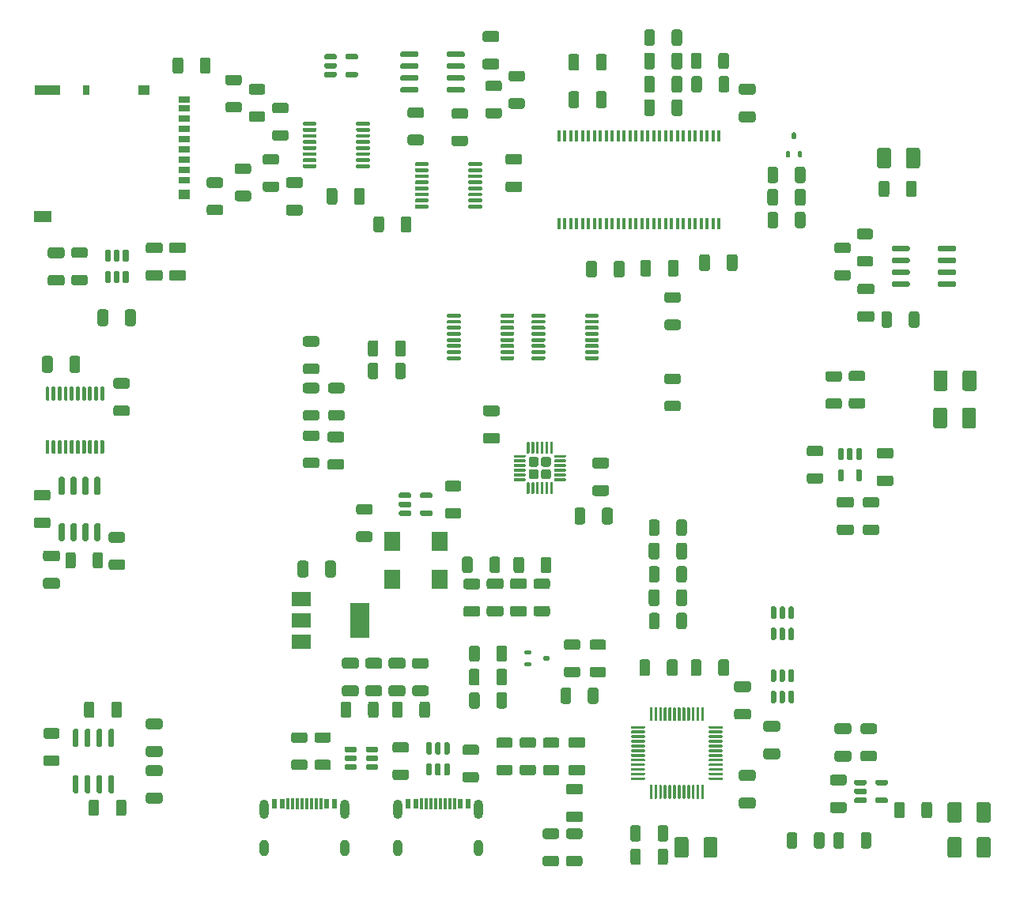
<source format=gtp>
G04 #@! TF.GenerationSoftware,KiCad,Pcbnew,8.0.8+1*
G04 #@! TF.CreationDate,2025-07-08T07:12:23+00:00*
G04 #@! TF.ProjectId,mbed-ce-ci-shield-v2,6d626564-2d63-4652-9d63-692d73686965,0*
G04 #@! TF.SameCoordinates,Original*
G04 #@! TF.FileFunction,Paste,Top*
G04 #@! TF.FilePolarity,Positive*
%FSLAX46Y46*%
G04 Gerber Fmt 4.6, Leading zero omitted, Abs format (unit mm)*
G04 Created by KiCad (PCBNEW 8.0.8+1) date 2025-07-08 07:12:23*
%MOMM*%
%LPD*%
G01*
G04 APERTURE LIST*
%ADD10R,0.400000X1.200000*%
%ADD11R,0.600000X1.105000*%
%ADD12R,0.300000X1.150000*%
%ADD13O,1.000000X2.100000*%
%ADD14O,1.000000X1.800000*%
%ADD15R,1.800000X2.000000*%
%ADD16R,1.200000X0.700000*%
%ADD17R,0.800000X1.000000*%
%ADD18R,1.200000X1.000000*%
%ADD19R,2.800000X1.000000*%
%ADD20R,1.900000X1.300000*%
%ADD21R,2.000000X1.500000*%
%ADD22R,2.000000X3.800000*%
G04 APERTURE END LIST*
G36*
G01*
X131350000Y-32450000D02*
X132650000Y-32450000D01*
G75*
G02*
X132900000Y-32700000I0J-250000D01*
G01*
X132900000Y-33350000D01*
G75*
G02*
X132650000Y-33600000I-250000J0D01*
G01*
X131350000Y-33600000D01*
G75*
G02*
X131100000Y-33350000I0J250000D01*
G01*
X131100000Y-32700000D01*
G75*
G02*
X131350000Y-32450000I250000J0D01*
G01*
G37*
G36*
G01*
X131350000Y-35400000D02*
X132650000Y-35400000D01*
G75*
G02*
X132900000Y-35650000I0J-250000D01*
G01*
X132900000Y-36300000D01*
G75*
G02*
X132650000Y-36550000I-250000J0D01*
G01*
X131350000Y-36550000D01*
G75*
G02*
X131100000Y-36300000I0J250000D01*
G01*
X131100000Y-35650000D01*
G75*
G02*
X131350000Y-35400000I250000J0D01*
G01*
G37*
G36*
G01*
X116950000Y-33487659D02*
X116950000Y-34787659D01*
G75*
G02*
X116700000Y-35037659I-250000J0D01*
G01*
X116050000Y-35037659D01*
G75*
G02*
X115800000Y-34787659I0J250000D01*
G01*
X115800000Y-33487659D01*
G75*
G02*
X116050000Y-33237659I250000J0D01*
G01*
X116700000Y-33237659D01*
G75*
G02*
X116950000Y-33487659I0J-250000D01*
G01*
G37*
G36*
G01*
X114000000Y-33487659D02*
X114000000Y-34787659D01*
G75*
G02*
X113750000Y-35037659I-250000J0D01*
G01*
X113100000Y-35037659D01*
G75*
G02*
X112850000Y-34787659I0J250000D01*
G01*
X112850000Y-33487659D01*
G75*
G02*
X113100000Y-33237659I250000J0D01*
G01*
X113750000Y-33237659D01*
G75*
G02*
X114000000Y-33487659I0J-250000D01*
G01*
G37*
G36*
G01*
X104350000Y-85425000D02*
X105650000Y-85425000D01*
G75*
G02*
X105900000Y-85675000I0J-250000D01*
G01*
X105900000Y-86325000D01*
G75*
G02*
X105650000Y-86575000I-250000J0D01*
G01*
X104350000Y-86575000D01*
G75*
G02*
X104100000Y-86325000I0J250000D01*
G01*
X104100000Y-85675000D01*
G75*
G02*
X104350000Y-85425000I250000J0D01*
G01*
G37*
G36*
G01*
X104350000Y-88375000D02*
X105650000Y-88375000D01*
G75*
G02*
X105900000Y-88625000I0J-250000D01*
G01*
X105900000Y-89275000D01*
G75*
G02*
X105650000Y-89525000I-250000J0D01*
G01*
X104350000Y-89525000D01*
G75*
G02*
X104100000Y-89275000I0J250000D01*
G01*
X104100000Y-88625000D01*
G75*
G02*
X104350000Y-88375000I250000J0D01*
G01*
G37*
D10*
X128972500Y-38037659D03*
X128337500Y-38037659D03*
X127702500Y-38037659D03*
X127067500Y-38037659D03*
X126432500Y-38037659D03*
X125797500Y-38037659D03*
X125162500Y-38037659D03*
X124527500Y-38037659D03*
X123892500Y-38037659D03*
X123257500Y-38037659D03*
X122622500Y-38037659D03*
X121987500Y-38037659D03*
X121352500Y-38037659D03*
X120717500Y-38037659D03*
X120082500Y-38037659D03*
X119447500Y-38037659D03*
X118812500Y-38037659D03*
X118177500Y-38037659D03*
X117542500Y-38037659D03*
X116907500Y-38037659D03*
X116272500Y-38037659D03*
X115637500Y-38037659D03*
X115002500Y-38037659D03*
X114367500Y-38037659D03*
X113732500Y-38037659D03*
X113097500Y-38037659D03*
X112462500Y-38037659D03*
X111827500Y-38037659D03*
X111827500Y-47437659D03*
X112462500Y-47437659D03*
X113097500Y-47437659D03*
X113732500Y-47437659D03*
X114367500Y-47437659D03*
X115002500Y-47437659D03*
X115637500Y-47437659D03*
X116272500Y-47437659D03*
X116907500Y-47437659D03*
X117542500Y-47437659D03*
X118177500Y-47437659D03*
X118812500Y-47437659D03*
X119447500Y-47437659D03*
X120082500Y-47437659D03*
X120717500Y-47437659D03*
X121352500Y-47437659D03*
X121987500Y-47437659D03*
X122622500Y-47437659D03*
X123257500Y-47437659D03*
X123892500Y-47437659D03*
X124527500Y-47437659D03*
X125162500Y-47437659D03*
X125797500Y-47437659D03*
X126432500Y-47437659D03*
X127067500Y-47437659D03*
X127702500Y-47437659D03*
X128337500Y-47437659D03*
X128972500Y-47437659D03*
G36*
G01*
X120450000Y-95650000D02*
X120450000Y-94350000D01*
G75*
G02*
X120700000Y-94100000I250000J0D01*
G01*
X121350000Y-94100000D01*
G75*
G02*
X121600000Y-94350000I0J-250000D01*
G01*
X121600000Y-95650000D01*
G75*
G02*
X121350000Y-95900000I-250000J0D01*
G01*
X120700000Y-95900000D01*
G75*
G02*
X120450000Y-95650000I0J250000D01*
G01*
G37*
G36*
G01*
X123400000Y-95650000D02*
X123400000Y-94350000D01*
G75*
G02*
X123650000Y-94100000I250000J0D01*
G01*
X124300000Y-94100000D01*
G75*
G02*
X124550000Y-94350000I0J-250000D01*
G01*
X124550000Y-95650000D01*
G75*
G02*
X124300000Y-95900000I-250000J0D01*
G01*
X123650000Y-95900000D01*
G75*
G02*
X123400000Y-95650000I0J250000D01*
G01*
G37*
G36*
G01*
X124625000Y-67525000D02*
X123375000Y-67525000D01*
G75*
G02*
X123125000Y-67275000I0J250000D01*
G01*
X123125000Y-66650000D01*
G75*
G02*
X123375000Y-66400000I250000J0D01*
G01*
X124625000Y-66400000D01*
G75*
G02*
X124875000Y-66650000I0J-250000D01*
G01*
X124875000Y-67275000D01*
G75*
G02*
X124625000Y-67525000I-250000J0D01*
G01*
G37*
G36*
G01*
X124625000Y-64600000D02*
X123375000Y-64600000D01*
G75*
G02*
X123125000Y-64350000I0J250000D01*
G01*
X123125000Y-63725000D01*
G75*
G02*
X123375000Y-63475000I250000J0D01*
G01*
X124625000Y-63475000D01*
G75*
G02*
X124875000Y-63725000I0J-250000D01*
G01*
X124875000Y-64350000D01*
G75*
G02*
X124625000Y-64600000I-250000J0D01*
G01*
G37*
G36*
G01*
X144625000Y-76725000D02*
X145875000Y-76725000D01*
G75*
G02*
X146125000Y-76975000I0J-250000D01*
G01*
X146125000Y-77600000D01*
G75*
G02*
X145875000Y-77850000I-250000J0D01*
G01*
X144625000Y-77850000D01*
G75*
G02*
X144375000Y-77600000I0J250000D01*
G01*
X144375000Y-76975000D01*
G75*
G02*
X144625000Y-76725000I250000J0D01*
G01*
G37*
G36*
G01*
X144625000Y-79650000D02*
X145875000Y-79650000D01*
G75*
G02*
X146125000Y-79900000I0J-250000D01*
G01*
X146125000Y-80525000D01*
G75*
G02*
X145875000Y-80775000I-250000J0D01*
G01*
X144625000Y-80775000D01*
G75*
G02*
X144375000Y-80525000I0J250000D01*
G01*
X144375000Y-79900000D01*
G75*
G02*
X144625000Y-79650000I250000J0D01*
G01*
G37*
G36*
G01*
X138225000Y-41575000D02*
X138225000Y-42825000D01*
G75*
G02*
X137975000Y-43075000I-250000J0D01*
G01*
X137350000Y-43075000D01*
G75*
G02*
X137100000Y-42825000I0J250000D01*
G01*
X137100000Y-41575000D01*
G75*
G02*
X137350000Y-41325000I250000J0D01*
G01*
X137975000Y-41325000D01*
G75*
G02*
X138225000Y-41575000I0J-250000D01*
G01*
G37*
G36*
G01*
X135300000Y-41575000D02*
X135300000Y-42825000D01*
G75*
G02*
X135050000Y-43075000I-250000J0D01*
G01*
X134425000Y-43075000D01*
G75*
G02*
X134175000Y-42825000I0J250000D01*
G01*
X134175000Y-41575000D01*
G75*
G02*
X134425000Y-41325000I250000J0D01*
G01*
X135050000Y-41325000D01*
G75*
G02*
X135300000Y-41575000I0J-250000D01*
G01*
G37*
G36*
G01*
X143150000Y-80800000D02*
X141850000Y-80800000D01*
G75*
G02*
X141600000Y-80550000I0J250000D01*
G01*
X141600000Y-79900000D01*
G75*
G02*
X141850000Y-79650000I250000J0D01*
G01*
X143150000Y-79650000D01*
G75*
G02*
X143400000Y-79900000I0J-250000D01*
G01*
X143400000Y-80550000D01*
G75*
G02*
X143150000Y-80800000I-250000J0D01*
G01*
G37*
G36*
G01*
X143150000Y-77850000D02*
X141850000Y-77850000D01*
G75*
G02*
X141600000Y-77600000I0J250000D01*
G01*
X141600000Y-76950000D01*
G75*
G02*
X141850000Y-76700000I250000J0D01*
G01*
X143150000Y-76700000D01*
G75*
G02*
X143400000Y-76950000I0J-250000D01*
G01*
X143400000Y-77600000D01*
G75*
G02*
X143150000Y-77850000I-250000J0D01*
G01*
G37*
G36*
G01*
X145625000Y-105025000D02*
X144375000Y-105025000D01*
G75*
G02*
X144125000Y-104775000I0J250000D01*
G01*
X144125000Y-104150000D01*
G75*
G02*
X144375000Y-103900000I250000J0D01*
G01*
X145625000Y-103900000D01*
G75*
G02*
X145875000Y-104150000I0J-250000D01*
G01*
X145875000Y-104775000D01*
G75*
G02*
X145625000Y-105025000I-250000J0D01*
G01*
G37*
G36*
G01*
X145625000Y-102100000D02*
X144375000Y-102100000D01*
G75*
G02*
X144125000Y-101850000I0J250000D01*
G01*
X144125000Y-101225000D01*
G75*
G02*
X144375000Y-100975000I250000J0D01*
G01*
X145625000Y-100975000D01*
G75*
G02*
X145875000Y-101225000I0J-250000D01*
G01*
X145875000Y-101850000D01*
G75*
G02*
X145625000Y-102100000I-250000J0D01*
G01*
G37*
G36*
G01*
X67850000Y-105450000D02*
X69150000Y-105450000D01*
G75*
G02*
X69400000Y-105700000I0J-250000D01*
G01*
X69400000Y-106350000D01*
G75*
G02*
X69150000Y-106600000I-250000J0D01*
G01*
X67850000Y-106600000D01*
G75*
G02*
X67600000Y-106350000I0J250000D01*
G01*
X67600000Y-105700000D01*
G75*
G02*
X67850000Y-105450000I250000J0D01*
G01*
G37*
G36*
G01*
X67850000Y-108400000D02*
X69150000Y-108400000D01*
G75*
G02*
X69400000Y-108650000I0J-250000D01*
G01*
X69400000Y-109300000D01*
G75*
G02*
X69150000Y-109550000I-250000J0D01*
G01*
X67850000Y-109550000D01*
G75*
G02*
X67600000Y-109300000I0J250000D01*
G01*
X67600000Y-108650000D01*
G75*
G02*
X67850000Y-108400000I250000J0D01*
G01*
G37*
G36*
G01*
X113100000Y-102450000D02*
X114400000Y-102450000D01*
G75*
G02*
X114650000Y-102700000I0J-250000D01*
G01*
X114650000Y-103350000D01*
G75*
G02*
X114400000Y-103600000I-250000J0D01*
G01*
X113100000Y-103600000D01*
G75*
G02*
X112850000Y-103350000I0J250000D01*
G01*
X112850000Y-102700000D01*
G75*
G02*
X113100000Y-102450000I250000J0D01*
G01*
G37*
G36*
G01*
X113100000Y-105400000D02*
X114400000Y-105400000D01*
G75*
G02*
X114650000Y-105650000I0J-250000D01*
G01*
X114650000Y-106300000D01*
G75*
G02*
X114400000Y-106550000I-250000J0D01*
G01*
X113100000Y-106550000D01*
G75*
G02*
X112850000Y-106300000I0J250000D01*
G01*
X112850000Y-105650000D01*
G75*
G02*
X113100000Y-105400000I250000J0D01*
G01*
G37*
G36*
G01*
X90375000Y-77475000D02*
X91625000Y-77475000D01*
G75*
G02*
X91875000Y-77725000I0J-250000D01*
G01*
X91875000Y-78350000D01*
G75*
G02*
X91625000Y-78600000I-250000J0D01*
G01*
X90375000Y-78600000D01*
G75*
G02*
X90125000Y-78350000I0J250000D01*
G01*
X90125000Y-77725000D01*
G75*
G02*
X90375000Y-77475000I250000J0D01*
G01*
G37*
G36*
G01*
X90375000Y-80400000D02*
X91625000Y-80400000D01*
G75*
G02*
X91875000Y-80650000I0J-250000D01*
G01*
X91875000Y-81275000D01*
G75*
G02*
X91625000Y-81525000I-250000J0D01*
G01*
X90375000Y-81525000D01*
G75*
G02*
X90125000Y-81275000I0J250000D01*
G01*
X90125000Y-80650000D01*
G75*
G02*
X90375000Y-80400000I250000J0D01*
G01*
G37*
G36*
G01*
X103900000Y-26810000D02*
X105200000Y-26810000D01*
G75*
G02*
X105450000Y-27060000I0J-250000D01*
G01*
X105450000Y-27710000D01*
G75*
G02*
X105200000Y-27960000I-250000J0D01*
G01*
X103900000Y-27960000D01*
G75*
G02*
X103650000Y-27710000I0J250000D01*
G01*
X103650000Y-27060000D01*
G75*
G02*
X103900000Y-26810000I250000J0D01*
G01*
G37*
G36*
G01*
X103900000Y-29760000D02*
X105200000Y-29760000D01*
G75*
G02*
X105450000Y-30010000I0J-250000D01*
G01*
X105450000Y-30660000D01*
G75*
G02*
X105200000Y-30910000I-250000J0D01*
G01*
X103900000Y-30910000D01*
G75*
G02*
X103650000Y-30660000I0J250000D01*
G01*
X103650000Y-30010000D01*
G75*
G02*
X103900000Y-29760000I250000J0D01*
G01*
G37*
G36*
G01*
X91600000Y-41175000D02*
X91600000Y-41375000D01*
G75*
G02*
X91500000Y-41475000I-100000J0D01*
G01*
X90225000Y-41475000D01*
G75*
G02*
X90125000Y-41375000I0J100000D01*
G01*
X90125000Y-41175000D01*
G75*
G02*
X90225000Y-41075000I100000J0D01*
G01*
X91500000Y-41075000D01*
G75*
G02*
X91600000Y-41175000I0J-100000D01*
G01*
G37*
G36*
G01*
X91600000Y-40525000D02*
X91600000Y-40725000D01*
G75*
G02*
X91500000Y-40825000I-100000J0D01*
G01*
X90225000Y-40825000D01*
G75*
G02*
X90125000Y-40725000I0J100000D01*
G01*
X90125000Y-40525000D01*
G75*
G02*
X90225000Y-40425000I100000J0D01*
G01*
X91500000Y-40425000D01*
G75*
G02*
X91600000Y-40525000I0J-100000D01*
G01*
G37*
G36*
G01*
X91600000Y-39875000D02*
X91600000Y-40075000D01*
G75*
G02*
X91500000Y-40175000I-100000J0D01*
G01*
X90225000Y-40175000D01*
G75*
G02*
X90125000Y-40075000I0J100000D01*
G01*
X90125000Y-39875000D01*
G75*
G02*
X90225000Y-39775000I100000J0D01*
G01*
X91500000Y-39775000D01*
G75*
G02*
X91600000Y-39875000I0J-100000D01*
G01*
G37*
G36*
G01*
X91600000Y-39225000D02*
X91600000Y-39425000D01*
G75*
G02*
X91500000Y-39525000I-100000J0D01*
G01*
X90225000Y-39525000D01*
G75*
G02*
X90125000Y-39425000I0J100000D01*
G01*
X90125000Y-39225000D01*
G75*
G02*
X90225000Y-39125000I100000J0D01*
G01*
X91500000Y-39125000D01*
G75*
G02*
X91600000Y-39225000I0J-100000D01*
G01*
G37*
G36*
G01*
X91600000Y-38575000D02*
X91600000Y-38775000D01*
G75*
G02*
X91500000Y-38875000I-100000J0D01*
G01*
X90225000Y-38875000D01*
G75*
G02*
X90125000Y-38775000I0J100000D01*
G01*
X90125000Y-38575000D01*
G75*
G02*
X90225000Y-38475000I100000J0D01*
G01*
X91500000Y-38475000D01*
G75*
G02*
X91600000Y-38575000I0J-100000D01*
G01*
G37*
G36*
G01*
X91600000Y-37925000D02*
X91600000Y-38125000D01*
G75*
G02*
X91500000Y-38225000I-100000J0D01*
G01*
X90225000Y-38225000D01*
G75*
G02*
X90125000Y-38125000I0J100000D01*
G01*
X90125000Y-37925000D01*
G75*
G02*
X90225000Y-37825000I100000J0D01*
G01*
X91500000Y-37825000D01*
G75*
G02*
X91600000Y-37925000I0J-100000D01*
G01*
G37*
G36*
G01*
X91600000Y-37275000D02*
X91600000Y-37475000D01*
G75*
G02*
X91500000Y-37575000I-100000J0D01*
G01*
X90225000Y-37575000D01*
G75*
G02*
X90125000Y-37475000I0J100000D01*
G01*
X90125000Y-37275000D01*
G75*
G02*
X90225000Y-37175000I100000J0D01*
G01*
X91500000Y-37175000D01*
G75*
G02*
X91600000Y-37275000I0J-100000D01*
G01*
G37*
G36*
G01*
X91600000Y-36625000D02*
X91600000Y-36825000D01*
G75*
G02*
X91500000Y-36925000I-100000J0D01*
G01*
X90225000Y-36925000D01*
G75*
G02*
X90125000Y-36825000I0J100000D01*
G01*
X90125000Y-36625000D01*
G75*
G02*
X90225000Y-36525000I100000J0D01*
G01*
X91500000Y-36525000D01*
G75*
G02*
X91600000Y-36625000I0J-100000D01*
G01*
G37*
G36*
G01*
X85875000Y-36625000D02*
X85875000Y-36825000D01*
G75*
G02*
X85775000Y-36925000I-100000J0D01*
G01*
X84500000Y-36925000D01*
G75*
G02*
X84400000Y-36825000I0J100000D01*
G01*
X84400000Y-36625000D01*
G75*
G02*
X84500000Y-36525000I100000J0D01*
G01*
X85775000Y-36525000D01*
G75*
G02*
X85875000Y-36625000I0J-100000D01*
G01*
G37*
G36*
G01*
X85875000Y-37275000D02*
X85875000Y-37475000D01*
G75*
G02*
X85775000Y-37575000I-100000J0D01*
G01*
X84500000Y-37575000D01*
G75*
G02*
X84400000Y-37475000I0J100000D01*
G01*
X84400000Y-37275000D01*
G75*
G02*
X84500000Y-37175000I100000J0D01*
G01*
X85775000Y-37175000D01*
G75*
G02*
X85875000Y-37275000I0J-100000D01*
G01*
G37*
G36*
G01*
X85875000Y-37925000D02*
X85875000Y-38125000D01*
G75*
G02*
X85775000Y-38225000I-100000J0D01*
G01*
X84500000Y-38225000D01*
G75*
G02*
X84400000Y-38125000I0J100000D01*
G01*
X84400000Y-37925000D01*
G75*
G02*
X84500000Y-37825000I100000J0D01*
G01*
X85775000Y-37825000D01*
G75*
G02*
X85875000Y-37925000I0J-100000D01*
G01*
G37*
G36*
G01*
X85875000Y-38575000D02*
X85875000Y-38775000D01*
G75*
G02*
X85775000Y-38875000I-100000J0D01*
G01*
X84500000Y-38875000D01*
G75*
G02*
X84400000Y-38775000I0J100000D01*
G01*
X84400000Y-38575000D01*
G75*
G02*
X84500000Y-38475000I100000J0D01*
G01*
X85775000Y-38475000D01*
G75*
G02*
X85875000Y-38575000I0J-100000D01*
G01*
G37*
G36*
G01*
X85875000Y-39225000D02*
X85875000Y-39425000D01*
G75*
G02*
X85775000Y-39525000I-100000J0D01*
G01*
X84500000Y-39525000D01*
G75*
G02*
X84400000Y-39425000I0J100000D01*
G01*
X84400000Y-39225000D01*
G75*
G02*
X84500000Y-39125000I100000J0D01*
G01*
X85775000Y-39125000D01*
G75*
G02*
X85875000Y-39225000I0J-100000D01*
G01*
G37*
G36*
G01*
X85875000Y-39875000D02*
X85875000Y-40075000D01*
G75*
G02*
X85775000Y-40175000I-100000J0D01*
G01*
X84500000Y-40175000D01*
G75*
G02*
X84400000Y-40075000I0J100000D01*
G01*
X84400000Y-39875000D01*
G75*
G02*
X84500000Y-39775000I100000J0D01*
G01*
X85775000Y-39775000D01*
G75*
G02*
X85875000Y-39875000I0J-100000D01*
G01*
G37*
G36*
G01*
X85875000Y-40525000D02*
X85875000Y-40725000D01*
G75*
G02*
X85775000Y-40825000I-100000J0D01*
G01*
X84500000Y-40825000D01*
G75*
G02*
X84400000Y-40725000I0J100000D01*
G01*
X84400000Y-40525000D01*
G75*
G02*
X84500000Y-40425000I100000J0D01*
G01*
X85775000Y-40425000D01*
G75*
G02*
X85875000Y-40525000I0J-100000D01*
G01*
G37*
G36*
G01*
X85875000Y-41175000D02*
X85875000Y-41375000D01*
G75*
G02*
X85775000Y-41475000I-100000J0D01*
G01*
X84500000Y-41475000D01*
G75*
G02*
X84400000Y-41375000I0J100000D01*
G01*
X84400000Y-41175000D01*
G75*
G02*
X84500000Y-41075000I100000J0D01*
G01*
X85775000Y-41075000D01*
G75*
G02*
X85875000Y-41175000I0J-100000D01*
G01*
G37*
G36*
G01*
X82850000Y-42450000D02*
X84150000Y-42450000D01*
G75*
G02*
X84400000Y-42700000I0J-250000D01*
G01*
X84400000Y-43350000D01*
G75*
G02*
X84150000Y-43600000I-250000J0D01*
G01*
X82850000Y-43600000D01*
G75*
G02*
X82600000Y-43350000I0J250000D01*
G01*
X82600000Y-42700000D01*
G75*
G02*
X82850000Y-42450000I250000J0D01*
G01*
G37*
G36*
G01*
X82850000Y-45400000D02*
X84150000Y-45400000D01*
G75*
G02*
X84400000Y-45650000I0J-250000D01*
G01*
X84400000Y-46300000D01*
G75*
G02*
X84150000Y-46550000I-250000J0D01*
G01*
X82850000Y-46550000D01*
G75*
G02*
X82600000Y-46300000I0J250000D01*
G01*
X82600000Y-45650000D01*
G75*
G02*
X82850000Y-45400000I250000J0D01*
G01*
G37*
G36*
G01*
X95425000Y-60175000D02*
X95425000Y-61425000D01*
G75*
G02*
X95175000Y-61675000I-250000J0D01*
G01*
X94550000Y-61675000D01*
G75*
G02*
X94300000Y-61425000I0J250000D01*
G01*
X94300000Y-60175000D01*
G75*
G02*
X94550000Y-59925000I250000J0D01*
G01*
X95175000Y-59925000D01*
G75*
G02*
X95425000Y-60175000I0J-250000D01*
G01*
G37*
G36*
G01*
X92500000Y-60175000D02*
X92500000Y-61425000D01*
G75*
G02*
X92250000Y-61675000I-250000J0D01*
G01*
X91625000Y-61675000D01*
G75*
G02*
X91375000Y-61425000I0J250000D01*
G01*
X91375000Y-60175000D01*
G75*
G02*
X91625000Y-59925000I250000J0D01*
G01*
X92250000Y-59925000D01*
G75*
G02*
X92500000Y-60175000I0J-250000D01*
G01*
G37*
G36*
G01*
X58150000Y-86550000D02*
X56850000Y-86550000D01*
G75*
G02*
X56600000Y-86300000I0J250000D01*
G01*
X56600000Y-85650000D01*
G75*
G02*
X56850000Y-85400000I250000J0D01*
G01*
X58150000Y-85400000D01*
G75*
G02*
X58400000Y-85650000I0J-250000D01*
G01*
X58400000Y-86300000D01*
G75*
G02*
X58150000Y-86550000I-250000J0D01*
G01*
G37*
G36*
G01*
X58150000Y-83600000D02*
X56850000Y-83600000D01*
G75*
G02*
X56600000Y-83350000I0J250000D01*
G01*
X56600000Y-82700000D01*
G75*
G02*
X56850000Y-82450000I250000J0D01*
G01*
X58150000Y-82450000D01*
G75*
G02*
X58400000Y-82700000I0J-250000D01*
G01*
X58400000Y-83350000D01*
G75*
G02*
X58150000Y-83600000I-250000J0D01*
G01*
G37*
G36*
G01*
X105250000Y-71000000D02*
X103950000Y-71000000D01*
G75*
G02*
X103700000Y-70750000I0J250000D01*
G01*
X103700000Y-70100000D01*
G75*
G02*
X103950000Y-69850000I250000J0D01*
G01*
X105250000Y-69850000D01*
G75*
G02*
X105500000Y-70100000I0J-250000D01*
G01*
X105500000Y-70750000D01*
G75*
G02*
X105250000Y-71000000I-250000J0D01*
G01*
G37*
G36*
G01*
X105250000Y-68050000D02*
X103950000Y-68050000D01*
G75*
G02*
X103700000Y-67800000I0J250000D01*
G01*
X103700000Y-67150000D01*
G75*
G02*
X103950000Y-66900000I250000J0D01*
G01*
X105250000Y-66900000D01*
G75*
G02*
X105500000Y-67150000I0J-250000D01*
G01*
X105500000Y-67800000D01*
G75*
G02*
X105250000Y-68050000I-250000J0D01*
G01*
G37*
G36*
G01*
X131350000Y-105975000D02*
X132650000Y-105975000D01*
G75*
G02*
X132900000Y-106225000I0J-250000D01*
G01*
X132900000Y-106875000D01*
G75*
G02*
X132650000Y-107125000I-250000J0D01*
G01*
X131350000Y-107125000D01*
G75*
G02*
X131100000Y-106875000I0J250000D01*
G01*
X131100000Y-106225000D01*
G75*
G02*
X131350000Y-105975000I250000J0D01*
G01*
G37*
G36*
G01*
X131350000Y-108925000D02*
X132650000Y-108925000D01*
G75*
G02*
X132900000Y-109175000I0J-250000D01*
G01*
X132900000Y-109825000D01*
G75*
G02*
X132650000Y-110075000I-250000J0D01*
G01*
X131350000Y-110075000D01*
G75*
G02*
X131100000Y-109825000I0J250000D01*
G01*
X131100000Y-109175000D01*
G75*
G02*
X131350000Y-108925000I250000J0D01*
G01*
G37*
G36*
G01*
X90150000Y-98050000D02*
X88850000Y-98050000D01*
G75*
G02*
X88600000Y-97800000I0J250000D01*
G01*
X88600000Y-97150000D01*
G75*
G02*
X88850000Y-96900000I250000J0D01*
G01*
X90150000Y-96900000D01*
G75*
G02*
X90400000Y-97150000I0J-250000D01*
G01*
X90400000Y-97800000D01*
G75*
G02*
X90150000Y-98050000I-250000J0D01*
G01*
G37*
G36*
G01*
X90150000Y-95100000D02*
X88850000Y-95100000D01*
G75*
G02*
X88600000Y-94850000I0J250000D01*
G01*
X88600000Y-94200000D01*
G75*
G02*
X88850000Y-93950000I250000J0D01*
G01*
X90150000Y-93950000D01*
G75*
G02*
X90400000Y-94200000I0J-250000D01*
G01*
X90400000Y-94850000D01*
G75*
G02*
X90150000Y-95100000I-250000J0D01*
G01*
G37*
G36*
G01*
X107050000Y-61737500D02*
X107050000Y-61937500D01*
G75*
G02*
X106950000Y-62037500I-100000J0D01*
G01*
X105675000Y-62037500D01*
G75*
G02*
X105575000Y-61937500I0J100000D01*
G01*
X105575000Y-61737500D01*
G75*
G02*
X105675000Y-61637500I100000J0D01*
G01*
X106950000Y-61637500D01*
G75*
G02*
X107050000Y-61737500I0J-100000D01*
G01*
G37*
G36*
G01*
X107050000Y-61087500D02*
X107050000Y-61287500D01*
G75*
G02*
X106950000Y-61387500I-100000J0D01*
G01*
X105675000Y-61387500D01*
G75*
G02*
X105575000Y-61287500I0J100000D01*
G01*
X105575000Y-61087500D01*
G75*
G02*
X105675000Y-60987500I100000J0D01*
G01*
X106950000Y-60987500D01*
G75*
G02*
X107050000Y-61087500I0J-100000D01*
G01*
G37*
G36*
G01*
X107050000Y-60437500D02*
X107050000Y-60637500D01*
G75*
G02*
X106950000Y-60737500I-100000J0D01*
G01*
X105675000Y-60737500D01*
G75*
G02*
X105575000Y-60637500I0J100000D01*
G01*
X105575000Y-60437500D01*
G75*
G02*
X105675000Y-60337500I100000J0D01*
G01*
X106950000Y-60337500D01*
G75*
G02*
X107050000Y-60437500I0J-100000D01*
G01*
G37*
G36*
G01*
X107050000Y-59787500D02*
X107050000Y-59987500D01*
G75*
G02*
X106950000Y-60087500I-100000J0D01*
G01*
X105675000Y-60087500D01*
G75*
G02*
X105575000Y-59987500I0J100000D01*
G01*
X105575000Y-59787500D01*
G75*
G02*
X105675000Y-59687500I100000J0D01*
G01*
X106950000Y-59687500D01*
G75*
G02*
X107050000Y-59787500I0J-100000D01*
G01*
G37*
G36*
G01*
X107050000Y-59137500D02*
X107050000Y-59337500D01*
G75*
G02*
X106950000Y-59437500I-100000J0D01*
G01*
X105675000Y-59437500D01*
G75*
G02*
X105575000Y-59337500I0J100000D01*
G01*
X105575000Y-59137500D01*
G75*
G02*
X105675000Y-59037500I100000J0D01*
G01*
X106950000Y-59037500D01*
G75*
G02*
X107050000Y-59137500I0J-100000D01*
G01*
G37*
G36*
G01*
X107050000Y-58487500D02*
X107050000Y-58687500D01*
G75*
G02*
X106950000Y-58787500I-100000J0D01*
G01*
X105675000Y-58787500D01*
G75*
G02*
X105575000Y-58687500I0J100000D01*
G01*
X105575000Y-58487500D01*
G75*
G02*
X105675000Y-58387500I100000J0D01*
G01*
X106950000Y-58387500D01*
G75*
G02*
X107050000Y-58487500I0J-100000D01*
G01*
G37*
G36*
G01*
X107050000Y-57837500D02*
X107050000Y-58037500D01*
G75*
G02*
X106950000Y-58137500I-100000J0D01*
G01*
X105675000Y-58137500D01*
G75*
G02*
X105575000Y-58037500I0J100000D01*
G01*
X105575000Y-57837500D01*
G75*
G02*
X105675000Y-57737500I100000J0D01*
G01*
X106950000Y-57737500D01*
G75*
G02*
X107050000Y-57837500I0J-100000D01*
G01*
G37*
G36*
G01*
X107050000Y-57187500D02*
X107050000Y-57387500D01*
G75*
G02*
X106950000Y-57487500I-100000J0D01*
G01*
X105675000Y-57487500D01*
G75*
G02*
X105575000Y-57387500I0J100000D01*
G01*
X105575000Y-57187500D01*
G75*
G02*
X105675000Y-57087500I100000J0D01*
G01*
X106950000Y-57087500D01*
G75*
G02*
X107050000Y-57187500I0J-100000D01*
G01*
G37*
G36*
G01*
X101325000Y-57187500D02*
X101325000Y-57387500D01*
G75*
G02*
X101225000Y-57487500I-100000J0D01*
G01*
X99950000Y-57487500D01*
G75*
G02*
X99850000Y-57387500I0J100000D01*
G01*
X99850000Y-57187500D01*
G75*
G02*
X99950000Y-57087500I100000J0D01*
G01*
X101225000Y-57087500D01*
G75*
G02*
X101325000Y-57187500I0J-100000D01*
G01*
G37*
G36*
G01*
X101325000Y-57837500D02*
X101325000Y-58037500D01*
G75*
G02*
X101225000Y-58137500I-100000J0D01*
G01*
X99950000Y-58137500D01*
G75*
G02*
X99850000Y-58037500I0J100000D01*
G01*
X99850000Y-57837500D01*
G75*
G02*
X99950000Y-57737500I100000J0D01*
G01*
X101225000Y-57737500D01*
G75*
G02*
X101325000Y-57837500I0J-100000D01*
G01*
G37*
G36*
G01*
X101325000Y-58487500D02*
X101325000Y-58687500D01*
G75*
G02*
X101225000Y-58787500I-100000J0D01*
G01*
X99950000Y-58787500D01*
G75*
G02*
X99850000Y-58687500I0J100000D01*
G01*
X99850000Y-58487500D01*
G75*
G02*
X99950000Y-58387500I100000J0D01*
G01*
X101225000Y-58387500D01*
G75*
G02*
X101325000Y-58487500I0J-100000D01*
G01*
G37*
G36*
G01*
X101325000Y-59137500D02*
X101325000Y-59337500D01*
G75*
G02*
X101225000Y-59437500I-100000J0D01*
G01*
X99950000Y-59437500D01*
G75*
G02*
X99850000Y-59337500I0J100000D01*
G01*
X99850000Y-59137500D01*
G75*
G02*
X99950000Y-59037500I100000J0D01*
G01*
X101225000Y-59037500D01*
G75*
G02*
X101325000Y-59137500I0J-100000D01*
G01*
G37*
G36*
G01*
X101325000Y-59787500D02*
X101325000Y-59987500D01*
G75*
G02*
X101225000Y-60087500I-100000J0D01*
G01*
X99950000Y-60087500D01*
G75*
G02*
X99850000Y-59987500I0J100000D01*
G01*
X99850000Y-59787500D01*
G75*
G02*
X99950000Y-59687500I100000J0D01*
G01*
X101225000Y-59687500D01*
G75*
G02*
X101325000Y-59787500I0J-100000D01*
G01*
G37*
G36*
G01*
X101325000Y-60437500D02*
X101325000Y-60637500D01*
G75*
G02*
X101225000Y-60737500I-100000J0D01*
G01*
X99950000Y-60737500D01*
G75*
G02*
X99850000Y-60637500I0J100000D01*
G01*
X99850000Y-60437500D01*
G75*
G02*
X99950000Y-60337500I100000J0D01*
G01*
X101225000Y-60337500D01*
G75*
G02*
X101325000Y-60437500I0J-100000D01*
G01*
G37*
G36*
G01*
X101325000Y-61087500D02*
X101325000Y-61287500D01*
G75*
G02*
X101225000Y-61387500I-100000J0D01*
G01*
X99950000Y-61387500D01*
G75*
G02*
X99850000Y-61287500I0J100000D01*
G01*
X99850000Y-61087500D01*
G75*
G02*
X99950000Y-60987500I100000J0D01*
G01*
X101225000Y-60987500D01*
G75*
G02*
X101325000Y-61087500I0J-100000D01*
G01*
G37*
G36*
G01*
X101325000Y-61737500D02*
X101325000Y-61937500D01*
G75*
G02*
X101225000Y-62037500I-100000J0D01*
G01*
X99950000Y-62037500D01*
G75*
G02*
X99850000Y-61937500I0J100000D01*
G01*
X99850000Y-61737500D01*
G75*
G02*
X99950000Y-61637500I100000J0D01*
G01*
X101225000Y-61637500D01*
G75*
G02*
X101325000Y-61737500I0J-100000D01*
G01*
G37*
G36*
G01*
X136550000Y-95200000D02*
X136850000Y-95200000D01*
G75*
G02*
X137000000Y-95350000I0J-150000D01*
G01*
X137000000Y-96375000D01*
G75*
G02*
X136850000Y-96525000I-150000J0D01*
G01*
X136550000Y-96525000D01*
G75*
G02*
X136400000Y-96375000I0J150000D01*
G01*
X136400000Y-95350000D01*
G75*
G02*
X136550000Y-95200000I150000J0D01*
G01*
G37*
G36*
G01*
X135600000Y-95200000D02*
X135900000Y-95200000D01*
G75*
G02*
X136050000Y-95350000I0J-150000D01*
G01*
X136050000Y-96375000D01*
G75*
G02*
X135900000Y-96525000I-150000J0D01*
G01*
X135600000Y-96525000D01*
G75*
G02*
X135450000Y-96375000I0J150000D01*
G01*
X135450000Y-95350000D01*
G75*
G02*
X135600000Y-95200000I150000J0D01*
G01*
G37*
G36*
G01*
X134650000Y-95200000D02*
X134950000Y-95200000D01*
G75*
G02*
X135100000Y-95350000I0J-150000D01*
G01*
X135100000Y-96375000D01*
G75*
G02*
X134950000Y-96525000I-150000J0D01*
G01*
X134650000Y-96525000D01*
G75*
G02*
X134500000Y-96375000I0J150000D01*
G01*
X134500000Y-95350000D01*
G75*
G02*
X134650000Y-95200000I150000J0D01*
G01*
G37*
G36*
G01*
X134650000Y-97475000D02*
X134950000Y-97475000D01*
G75*
G02*
X135100000Y-97625000I0J-150000D01*
G01*
X135100000Y-98650000D01*
G75*
G02*
X134950000Y-98800000I-150000J0D01*
G01*
X134650000Y-98800000D01*
G75*
G02*
X134500000Y-98650000I0J150000D01*
G01*
X134500000Y-97625000D01*
G75*
G02*
X134650000Y-97475000I150000J0D01*
G01*
G37*
G36*
G01*
X135600000Y-97475000D02*
X135900000Y-97475000D01*
G75*
G02*
X136050000Y-97625000I0J-150000D01*
G01*
X136050000Y-98650000D01*
G75*
G02*
X135900000Y-98800000I-150000J0D01*
G01*
X135600000Y-98800000D01*
G75*
G02*
X135450000Y-98650000I0J150000D01*
G01*
X135450000Y-97625000D01*
G75*
G02*
X135600000Y-97475000I150000J0D01*
G01*
G37*
G36*
G01*
X136550000Y-97475000D02*
X136850000Y-97475000D01*
G75*
G02*
X137000000Y-97625000I0J-150000D01*
G01*
X137000000Y-98650000D01*
G75*
G02*
X136850000Y-98800000I-150000J0D01*
G01*
X136550000Y-98800000D01*
G75*
G02*
X136400000Y-98650000I0J150000D01*
G01*
X136400000Y-97625000D01*
G75*
G02*
X136550000Y-97475000I150000J0D01*
G01*
G37*
G36*
G01*
X123525000Y-114625000D02*
X123525000Y-115875000D01*
G75*
G02*
X123275000Y-116125000I-250000J0D01*
G01*
X122650000Y-116125000D01*
G75*
G02*
X122400000Y-115875000I0J250000D01*
G01*
X122400000Y-114625000D01*
G75*
G02*
X122650000Y-114375000I250000J0D01*
G01*
X123275000Y-114375000D01*
G75*
G02*
X123525000Y-114625000I0J-250000D01*
G01*
G37*
G36*
G01*
X120600000Y-114625000D02*
X120600000Y-115875000D01*
G75*
G02*
X120350000Y-116125000I-250000J0D01*
G01*
X119725000Y-116125000D01*
G75*
G02*
X119475000Y-115875000I0J250000D01*
G01*
X119475000Y-114625000D01*
G75*
G02*
X119725000Y-114375000I250000J0D01*
G01*
X120350000Y-114375000D01*
G75*
G02*
X120600000Y-114625000I0J-250000D01*
G01*
G37*
G36*
G01*
X126850000Y-52250000D02*
X126850000Y-50950000D01*
G75*
G02*
X127100000Y-50700000I250000J0D01*
G01*
X127750000Y-50700000D01*
G75*
G02*
X128000000Y-50950000I0J-250000D01*
G01*
X128000000Y-52250000D01*
G75*
G02*
X127750000Y-52500000I-250000J0D01*
G01*
X127100000Y-52500000D01*
G75*
G02*
X126850000Y-52250000I0J250000D01*
G01*
G37*
G36*
G01*
X129800000Y-52250000D02*
X129800000Y-50950000D01*
G75*
G02*
X130050000Y-50700000I250000J0D01*
G01*
X130700000Y-50700000D01*
G75*
G02*
X130950000Y-50950000I0J-250000D01*
G01*
X130950000Y-52250000D01*
G75*
G02*
X130700000Y-52500000I-250000J0D01*
G01*
X130050000Y-52500000D01*
G75*
G02*
X129800000Y-52250000I0J250000D01*
G01*
G37*
G36*
G01*
X116062500Y-97375000D02*
X116062500Y-98625000D01*
G75*
G02*
X115812500Y-98875000I-250000J0D01*
G01*
X115187500Y-98875000D01*
G75*
G02*
X114937500Y-98625000I0J250000D01*
G01*
X114937500Y-97375000D01*
G75*
G02*
X115187500Y-97125000I250000J0D01*
G01*
X115812500Y-97125000D01*
G75*
G02*
X116062500Y-97375000I0J-250000D01*
G01*
G37*
G36*
G01*
X113137500Y-97375000D02*
X113137500Y-98625000D01*
G75*
G02*
X112887500Y-98875000I-250000J0D01*
G01*
X112262500Y-98875000D01*
G75*
G02*
X112012500Y-98625000I0J250000D01*
G01*
X112012500Y-97375000D01*
G75*
G02*
X112262500Y-97125000I250000J0D01*
G01*
X112887500Y-97125000D01*
G75*
G02*
X113137500Y-97375000I0J-250000D01*
G01*
G37*
G36*
G01*
X62255000Y-74550000D02*
X62555000Y-74550000D01*
G75*
G02*
X62705000Y-74700000I0J-150000D01*
G01*
X62705000Y-76350000D01*
G75*
G02*
X62555000Y-76500000I-150000J0D01*
G01*
X62255000Y-76500000D01*
G75*
G02*
X62105000Y-76350000I0J150000D01*
G01*
X62105000Y-74700000D01*
G75*
G02*
X62255000Y-74550000I150000J0D01*
G01*
G37*
G36*
G01*
X60985000Y-74550000D02*
X61285000Y-74550000D01*
G75*
G02*
X61435000Y-74700000I0J-150000D01*
G01*
X61435000Y-76350000D01*
G75*
G02*
X61285000Y-76500000I-150000J0D01*
G01*
X60985000Y-76500000D01*
G75*
G02*
X60835000Y-76350000I0J150000D01*
G01*
X60835000Y-74700000D01*
G75*
G02*
X60985000Y-74550000I150000J0D01*
G01*
G37*
G36*
G01*
X59715000Y-74550000D02*
X60015000Y-74550000D01*
G75*
G02*
X60165000Y-74700000I0J-150000D01*
G01*
X60165000Y-76350000D01*
G75*
G02*
X60015000Y-76500000I-150000J0D01*
G01*
X59715000Y-76500000D01*
G75*
G02*
X59565000Y-76350000I0J150000D01*
G01*
X59565000Y-74700000D01*
G75*
G02*
X59715000Y-74550000I150000J0D01*
G01*
G37*
G36*
G01*
X58445000Y-74550000D02*
X58745000Y-74550000D01*
G75*
G02*
X58895000Y-74700000I0J-150000D01*
G01*
X58895000Y-76350000D01*
G75*
G02*
X58745000Y-76500000I-150000J0D01*
G01*
X58445000Y-76500000D01*
G75*
G02*
X58295000Y-76350000I0J150000D01*
G01*
X58295000Y-74700000D01*
G75*
G02*
X58445000Y-74550000I150000J0D01*
G01*
G37*
G36*
G01*
X58445000Y-79500000D02*
X58745000Y-79500000D01*
G75*
G02*
X58895000Y-79650000I0J-150000D01*
G01*
X58895000Y-81300000D01*
G75*
G02*
X58745000Y-81450000I-150000J0D01*
G01*
X58445000Y-81450000D01*
G75*
G02*
X58295000Y-81300000I0J150000D01*
G01*
X58295000Y-79650000D01*
G75*
G02*
X58445000Y-79500000I150000J0D01*
G01*
G37*
G36*
G01*
X59715000Y-79500000D02*
X60015000Y-79500000D01*
G75*
G02*
X60165000Y-79650000I0J-150000D01*
G01*
X60165000Y-81300000D01*
G75*
G02*
X60015000Y-81450000I-150000J0D01*
G01*
X59715000Y-81450000D01*
G75*
G02*
X59565000Y-81300000I0J150000D01*
G01*
X59565000Y-79650000D01*
G75*
G02*
X59715000Y-79500000I150000J0D01*
G01*
G37*
G36*
G01*
X60985000Y-79500000D02*
X61285000Y-79500000D01*
G75*
G02*
X61435000Y-79650000I0J-150000D01*
G01*
X61435000Y-81300000D01*
G75*
G02*
X61285000Y-81450000I-150000J0D01*
G01*
X60985000Y-81450000D01*
G75*
G02*
X60835000Y-81300000I0J150000D01*
G01*
X60835000Y-79650000D01*
G75*
G02*
X60985000Y-79500000I150000J0D01*
G01*
G37*
G36*
G01*
X62255000Y-79500000D02*
X62555000Y-79500000D01*
G75*
G02*
X62705000Y-79650000I0J-150000D01*
G01*
X62705000Y-81300000D01*
G75*
G02*
X62555000Y-81450000I-150000J0D01*
G01*
X62255000Y-81450000D01*
G75*
G02*
X62105000Y-81300000I0J150000D01*
G01*
X62105000Y-79650000D01*
G75*
G02*
X62255000Y-79500000I150000J0D01*
G01*
G37*
G36*
G01*
X84675000Y-69575000D02*
X85925000Y-69575000D01*
G75*
G02*
X86175000Y-69825000I0J-250000D01*
G01*
X86175000Y-70450000D01*
G75*
G02*
X85925000Y-70700000I-250000J0D01*
G01*
X84675000Y-70700000D01*
G75*
G02*
X84425000Y-70450000I0J250000D01*
G01*
X84425000Y-69825000D01*
G75*
G02*
X84675000Y-69575000I250000J0D01*
G01*
G37*
G36*
G01*
X84675000Y-72500000D02*
X85925000Y-72500000D01*
G75*
G02*
X86175000Y-72750000I0J-250000D01*
G01*
X86175000Y-73375000D01*
G75*
G02*
X85925000Y-73625000I-250000J0D01*
G01*
X84675000Y-73625000D01*
G75*
G02*
X84425000Y-73375000I0J250000D01*
G01*
X84425000Y-72750000D01*
G75*
G02*
X84675000Y-72500000I250000J0D01*
G01*
G37*
G36*
G01*
X75625000Y-46525000D02*
X74375000Y-46525000D01*
G75*
G02*
X74125000Y-46275000I0J250000D01*
G01*
X74125000Y-45650000D01*
G75*
G02*
X74375000Y-45400000I250000J0D01*
G01*
X75625000Y-45400000D01*
G75*
G02*
X75875000Y-45650000I0J-250000D01*
G01*
X75875000Y-46275000D01*
G75*
G02*
X75625000Y-46525000I-250000J0D01*
G01*
G37*
G36*
G01*
X75625000Y-43600000D02*
X74375000Y-43600000D01*
G75*
G02*
X74125000Y-43350000I0J250000D01*
G01*
X74125000Y-42725000D01*
G75*
G02*
X74375000Y-42475000I250000J0D01*
G01*
X75625000Y-42475000D01*
G75*
G02*
X75875000Y-42725000I0J-250000D01*
G01*
X75875000Y-43350000D01*
G75*
G02*
X75625000Y-43600000I-250000J0D01*
G01*
G37*
G36*
G01*
X91050000Y-43850000D02*
X91050000Y-45150000D01*
G75*
G02*
X90800000Y-45400000I-250000J0D01*
G01*
X90150000Y-45400000D01*
G75*
G02*
X89900000Y-45150000I0J250000D01*
G01*
X89900000Y-43850000D01*
G75*
G02*
X90150000Y-43600000I250000J0D01*
G01*
X90800000Y-43600000D01*
G75*
G02*
X91050000Y-43850000I0J-250000D01*
G01*
G37*
G36*
G01*
X88100000Y-43850000D02*
X88100000Y-45150000D01*
G75*
G02*
X87850000Y-45400000I-250000J0D01*
G01*
X87200000Y-45400000D01*
G75*
G02*
X86950000Y-45150000I0J250000D01*
G01*
X86950000Y-43850000D01*
G75*
G02*
X87200000Y-43600000I250000J0D01*
G01*
X87850000Y-43600000D01*
G75*
G02*
X88100000Y-43850000I0J-250000D01*
G01*
G37*
G36*
G01*
X114150000Y-111550000D02*
X112850000Y-111550000D01*
G75*
G02*
X112600000Y-111300000I0J250000D01*
G01*
X112600000Y-110650000D01*
G75*
G02*
X112850000Y-110400000I250000J0D01*
G01*
X114150000Y-110400000D01*
G75*
G02*
X114400000Y-110650000I0J-250000D01*
G01*
X114400000Y-111300000D01*
G75*
G02*
X114150000Y-111550000I-250000J0D01*
G01*
G37*
G36*
G01*
X114150000Y-108600000D02*
X112850000Y-108600000D01*
G75*
G02*
X112600000Y-108350000I0J250000D01*
G01*
X112600000Y-107700000D01*
G75*
G02*
X112850000Y-107450000I250000J0D01*
G01*
X114150000Y-107450000D01*
G75*
G02*
X114400000Y-107700000I0J-250000D01*
G01*
X114400000Y-108350000D01*
G75*
G02*
X114150000Y-108600000I-250000J0D01*
G01*
G37*
G36*
G01*
X110375000Y-102475000D02*
X111625000Y-102475000D01*
G75*
G02*
X111875000Y-102725000I0J-250000D01*
G01*
X111875000Y-103350000D01*
G75*
G02*
X111625000Y-103600000I-250000J0D01*
G01*
X110375000Y-103600000D01*
G75*
G02*
X110125000Y-103350000I0J250000D01*
G01*
X110125000Y-102725000D01*
G75*
G02*
X110375000Y-102475000I250000J0D01*
G01*
G37*
G36*
G01*
X110375000Y-105400000D02*
X111625000Y-105400000D01*
G75*
G02*
X111875000Y-105650000I0J-250000D01*
G01*
X111875000Y-106275000D01*
G75*
G02*
X111625000Y-106525000I-250000J0D01*
G01*
X110375000Y-106525000D01*
G75*
G02*
X110125000Y-106275000I0J250000D01*
G01*
X110125000Y-105650000D01*
G75*
G02*
X110375000Y-105400000I250000J0D01*
G01*
G37*
G36*
G01*
X154350000Y-53755000D02*
X154350000Y-54055000D01*
G75*
G02*
X154200000Y-54205000I-150000J0D01*
G01*
X152550000Y-54205000D01*
G75*
G02*
X152400000Y-54055000I0J150000D01*
G01*
X152400000Y-53755000D01*
G75*
G02*
X152550000Y-53605000I150000J0D01*
G01*
X154200000Y-53605000D01*
G75*
G02*
X154350000Y-53755000I0J-150000D01*
G01*
G37*
G36*
G01*
X154350000Y-52485000D02*
X154350000Y-52785000D01*
G75*
G02*
X154200000Y-52935000I-150000J0D01*
G01*
X152550000Y-52935000D01*
G75*
G02*
X152400000Y-52785000I0J150000D01*
G01*
X152400000Y-52485000D01*
G75*
G02*
X152550000Y-52335000I150000J0D01*
G01*
X154200000Y-52335000D01*
G75*
G02*
X154350000Y-52485000I0J-150000D01*
G01*
G37*
G36*
G01*
X154350000Y-51215000D02*
X154350000Y-51515000D01*
G75*
G02*
X154200000Y-51665000I-150000J0D01*
G01*
X152550000Y-51665000D01*
G75*
G02*
X152400000Y-51515000I0J150000D01*
G01*
X152400000Y-51215000D01*
G75*
G02*
X152550000Y-51065000I150000J0D01*
G01*
X154200000Y-51065000D01*
G75*
G02*
X154350000Y-51215000I0J-150000D01*
G01*
G37*
G36*
G01*
X154350000Y-49945000D02*
X154350000Y-50245000D01*
G75*
G02*
X154200000Y-50395000I-150000J0D01*
G01*
X152550000Y-50395000D01*
G75*
G02*
X152400000Y-50245000I0J150000D01*
G01*
X152400000Y-49945000D01*
G75*
G02*
X152550000Y-49795000I150000J0D01*
G01*
X154200000Y-49795000D01*
G75*
G02*
X154350000Y-49945000I0J-150000D01*
G01*
G37*
G36*
G01*
X149400000Y-49945000D02*
X149400000Y-50245000D01*
G75*
G02*
X149250000Y-50395000I-150000J0D01*
G01*
X147600000Y-50395000D01*
G75*
G02*
X147450000Y-50245000I0J150000D01*
G01*
X147450000Y-49945000D01*
G75*
G02*
X147600000Y-49795000I150000J0D01*
G01*
X149250000Y-49795000D01*
G75*
G02*
X149400000Y-49945000I0J-150000D01*
G01*
G37*
G36*
G01*
X149400000Y-51215000D02*
X149400000Y-51515000D01*
G75*
G02*
X149250000Y-51665000I-150000J0D01*
G01*
X147600000Y-51665000D01*
G75*
G02*
X147450000Y-51515000I0J150000D01*
G01*
X147450000Y-51215000D01*
G75*
G02*
X147600000Y-51065000I150000J0D01*
G01*
X149250000Y-51065000D01*
G75*
G02*
X149400000Y-51215000I0J-150000D01*
G01*
G37*
G36*
G01*
X149400000Y-52485000D02*
X149400000Y-52785000D01*
G75*
G02*
X149250000Y-52935000I-150000J0D01*
G01*
X147600000Y-52935000D01*
G75*
G02*
X147450000Y-52785000I0J150000D01*
G01*
X147450000Y-52485000D01*
G75*
G02*
X147600000Y-52335000I150000J0D01*
G01*
X149250000Y-52335000D01*
G75*
G02*
X149400000Y-52485000I0J-150000D01*
G01*
G37*
G36*
G01*
X149400000Y-53755000D02*
X149400000Y-54055000D01*
G75*
G02*
X149250000Y-54205000I-150000J0D01*
G01*
X147600000Y-54205000D01*
G75*
G02*
X147450000Y-54055000I0J150000D01*
G01*
X147450000Y-53755000D01*
G75*
G02*
X147600000Y-53605000I150000J0D01*
G01*
X149250000Y-53605000D01*
G75*
G02*
X149400000Y-53755000I0J-150000D01*
G01*
G37*
G36*
G01*
X78875000Y-32475000D02*
X80125000Y-32475000D01*
G75*
G02*
X80375000Y-32725000I0J-250000D01*
G01*
X80375000Y-33350000D01*
G75*
G02*
X80125000Y-33600000I-250000J0D01*
G01*
X78875000Y-33600000D01*
G75*
G02*
X78625000Y-33350000I0J250000D01*
G01*
X78625000Y-32725000D01*
G75*
G02*
X78875000Y-32475000I250000J0D01*
G01*
G37*
G36*
G01*
X78875000Y-35400000D02*
X80125000Y-35400000D01*
G75*
G02*
X80375000Y-35650000I0J-250000D01*
G01*
X80375000Y-36275000D01*
G75*
G02*
X80125000Y-36525000I-250000J0D01*
G01*
X78875000Y-36525000D01*
G75*
G02*
X78625000Y-36275000I0J250000D01*
G01*
X78625000Y-35650000D01*
G75*
G02*
X78875000Y-35400000I250000J0D01*
G01*
G37*
G36*
G01*
X108262500Y-93125000D02*
X108737500Y-93125000D01*
G75*
G02*
X108850000Y-93237500I0J-112500D01*
G01*
X108850000Y-93462500D01*
G75*
G02*
X108737500Y-93575000I-112500J0D01*
G01*
X108262500Y-93575000D01*
G75*
G02*
X108150000Y-93462500I0J112500D01*
G01*
X108150000Y-93237500D01*
G75*
G02*
X108262500Y-93125000I112500J0D01*
G01*
G37*
G36*
G01*
X108262500Y-94425000D02*
X108737500Y-94425000D01*
G75*
G02*
X108850000Y-94537500I0J-112500D01*
G01*
X108850000Y-94762500D01*
G75*
G02*
X108737500Y-94875000I-112500J0D01*
G01*
X108262500Y-94875000D01*
G75*
G02*
X108150000Y-94762500I0J112500D01*
G01*
X108150000Y-94537500D01*
G75*
G02*
X108262500Y-94425000I112500J0D01*
G01*
G37*
G36*
G01*
X110262500Y-93775000D02*
X110737500Y-93775000D01*
G75*
G02*
X110850000Y-93887500I0J-112500D01*
G01*
X110850000Y-94112500D01*
G75*
G02*
X110737500Y-94225000I-112500J0D01*
G01*
X110262500Y-94225000D01*
G75*
G02*
X110150000Y-94112500I0J112500D01*
G01*
X110150000Y-93887500D01*
G75*
G02*
X110262500Y-93775000I112500J0D01*
G01*
G37*
G36*
G01*
X143125000Y-63187500D02*
X144375000Y-63187500D01*
G75*
G02*
X144625000Y-63437500I0J-250000D01*
G01*
X144625000Y-64062500D01*
G75*
G02*
X144375000Y-64312500I-250000J0D01*
G01*
X143125000Y-64312500D01*
G75*
G02*
X142875000Y-64062500I0J250000D01*
G01*
X142875000Y-63437500D01*
G75*
G02*
X143125000Y-63187500I250000J0D01*
G01*
G37*
G36*
G01*
X143125000Y-66112500D02*
X144375000Y-66112500D01*
G75*
G02*
X144625000Y-66362500I0J-250000D01*
G01*
X144625000Y-66987500D01*
G75*
G02*
X144375000Y-67237500I-250000J0D01*
G01*
X143125000Y-67237500D01*
G75*
G02*
X142875000Y-66987500I0J250000D01*
G01*
X142875000Y-66362500D01*
G75*
G02*
X143125000Y-66112500I250000J0D01*
G01*
G37*
G36*
G01*
X87375000Y-64475000D02*
X88625000Y-64475000D01*
G75*
G02*
X88875000Y-64725000I0J-250000D01*
G01*
X88875000Y-65350000D01*
G75*
G02*
X88625000Y-65600000I-250000J0D01*
G01*
X87375000Y-65600000D01*
G75*
G02*
X87125000Y-65350000I0J250000D01*
G01*
X87125000Y-64725000D01*
G75*
G02*
X87375000Y-64475000I250000J0D01*
G01*
G37*
G36*
G01*
X87375000Y-67400000D02*
X88625000Y-67400000D01*
G75*
G02*
X88875000Y-67650000I0J-250000D01*
G01*
X88875000Y-68275000D01*
G75*
G02*
X88625000Y-68525000I-250000J0D01*
G01*
X87375000Y-68525000D01*
G75*
G02*
X87125000Y-68275000I0J250000D01*
G01*
X87125000Y-67650000D01*
G75*
G02*
X87375000Y-67400000I250000J0D01*
G01*
G37*
G36*
G01*
X92650000Y-98050000D02*
X91350000Y-98050000D01*
G75*
G02*
X91100000Y-97800000I0J250000D01*
G01*
X91100000Y-97150000D01*
G75*
G02*
X91350000Y-96900000I250000J0D01*
G01*
X92650000Y-96900000D01*
G75*
G02*
X92900000Y-97150000I0J-250000D01*
G01*
X92900000Y-97800000D01*
G75*
G02*
X92650000Y-98050000I-250000J0D01*
G01*
G37*
G36*
G01*
X92650000Y-95100000D02*
X91350000Y-95100000D01*
G75*
G02*
X91100000Y-94850000I0J250000D01*
G01*
X91100000Y-94200000D01*
G75*
G02*
X91350000Y-93950000I250000J0D01*
G01*
X92650000Y-93950000D01*
G75*
G02*
X92900000Y-94200000I0J-250000D01*
G01*
X92900000Y-94850000D01*
G75*
G02*
X92650000Y-95100000I-250000J0D01*
G01*
G37*
G36*
G01*
X111025000Y-83375000D02*
X111025000Y-84625000D01*
G75*
G02*
X110775000Y-84875000I-250000J0D01*
G01*
X110150000Y-84875000D01*
G75*
G02*
X109900000Y-84625000I0J250000D01*
G01*
X109900000Y-83375000D01*
G75*
G02*
X110150000Y-83125000I250000J0D01*
G01*
X110775000Y-83125000D01*
G75*
G02*
X111025000Y-83375000I0J-250000D01*
G01*
G37*
G36*
G01*
X108100000Y-83375000D02*
X108100000Y-84625000D01*
G75*
G02*
X107850000Y-84875000I-250000J0D01*
G01*
X107225000Y-84875000D01*
G75*
G02*
X106975000Y-84625000I0J250000D01*
G01*
X106975000Y-83375000D01*
G75*
G02*
X107225000Y-83125000I250000J0D01*
G01*
X107850000Y-83125000D01*
G75*
G02*
X108100000Y-83375000I0J-250000D01*
G01*
G37*
D11*
X95685051Y-109562500D03*
X96485051Y-109562500D03*
D12*
X97635051Y-109585000D03*
X98635051Y-109585000D03*
X99135051Y-109585000D03*
X100135051Y-109585000D03*
D11*
X101285051Y-109562500D03*
X102085051Y-109562500D03*
X102085051Y-109562500D03*
X101285051Y-109562500D03*
D12*
X100635051Y-109585000D03*
X99635051Y-109585000D03*
X98135051Y-109585000D03*
X97135051Y-109585000D03*
D11*
X96485051Y-109562500D03*
X95685051Y-109562500D03*
D13*
X94565051Y-110160000D03*
D14*
X94565051Y-114340000D03*
D13*
X103205051Y-110160000D03*
D14*
X103205051Y-114340000D03*
G36*
G01*
X92472551Y-105490000D02*
X92472551Y-105790000D01*
G75*
G02*
X92322551Y-105940000I-150000J0D01*
G01*
X91297551Y-105940000D01*
G75*
G02*
X91147551Y-105790000I0J150000D01*
G01*
X91147551Y-105490000D01*
G75*
G02*
X91297551Y-105340000I150000J0D01*
G01*
X92322551Y-105340000D01*
G75*
G02*
X92472551Y-105490000I0J-150000D01*
G01*
G37*
G36*
G01*
X92472551Y-104540000D02*
X92472551Y-104840000D01*
G75*
G02*
X92322551Y-104990000I-150000J0D01*
G01*
X91297551Y-104990000D01*
G75*
G02*
X91147551Y-104840000I0J150000D01*
G01*
X91147551Y-104540000D01*
G75*
G02*
X91297551Y-104390000I150000J0D01*
G01*
X92322551Y-104390000D01*
G75*
G02*
X92472551Y-104540000I0J-150000D01*
G01*
G37*
G36*
G01*
X92472551Y-103590000D02*
X92472551Y-103890000D01*
G75*
G02*
X92322551Y-104040000I-150000J0D01*
G01*
X91297551Y-104040000D01*
G75*
G02*
X91147551Y-103890000I0J150000D01*
G01*
X91147551Y-103590000D01*
G75*
G02*
X91297551Y-103440000I150000J0D01*
G01*
X92322551Y-103440000D01*
G75*
G02*
X92472551Y-103590000I0J-150000D01*
G01*
G37*
G36*
G01*
X90197551Y-103590000D02*
X90197551Y-103890000D01*
G75*
G02*
X90047551Y-104040000I-150000J0D01*
G01*
X89022551Y-104040000D01*
G75*
G02*
X88872551Y-103890000I0J150000D01*
G01*
X88872551Y-103590000D01*
G75*
G02*
X89022551Y-103440000I150000J0D01*
G01*
X90047551Y-103440000D01*
G75*
G02*
X90197551Y-103590000I0J-150000D01*
G01*
G37*
G36*
G01*
X90197551Y-104540000D02*
X90197551Y-104840000D01*
G75*
G02*
X90047551Y-104990000I-150000J0D01*
G01*
X89022551Y-104990000D01*
G75*
G02*
X88872551Y-104840000I0J150000D01*
G01*
X88872551Y-104540000D01*
G75*
G02*
X89022551Y-104390000I150000J0D01*
G01*
X90047551Y-104390000D01*
G75*
G02*
X90197551Y-104540000I0J-150000D01*
G01*
G37*
G36*
G01*
X90197551Y-105490000D02*
X90197551Y-105790000D01*
G75*
G02*
X90047551Y-105940000I-150000J0D01*
G01*
X89022551Y-105940000D01*
G75*
G02*
X88872551Y-105790000I0J150000D01*
G01*
X88872551Y-105490000D01*
G75*
G02*
X89022551Y-105340000I150000J0D01*
G01*
X90047551Y-105340000D01*
G75*
G02*
X90197551Y-105490000I0J-150000D01*
G01*
G37*
G36*
G01*
X125025000Y-26875000D02*
X125025000Y-28125000D01*
G75*
G02*
X124775000Y-28375000I-250000J0D01*
G01*
X124150000Y-28375000D01*
G75*
G02*
X123900000Y-28125000I0J250000D01*
G01*
X123900000Y-26875000D01*
G75*
G02*
X124150000Y-26625000I250000J0D01*
G01*
X124775000Y-26625000D01*
G75*
G02*
X125025000Y-26875000I0J-250000D01*
G01*
G37*
G36*
G01*
X122100000Y-26875000D02*
X122100000Y-28125000D01*
G75*
G02*
X121850000Y-28375000I-250000J0D01*
G01*
X121225000Y-28375000D01*
G75*
G02*
X120975000Y-28125000I0J250000D01*
G01*
X120975000Y-26875000D01*
G75*
G02*
X121225000Y-26625000I250000J0D01*
G01*
X121850000Y-26625000D01*
G75*
G02*
X122100000Y-26875000I0J-250000D01*
G01*
G37*
G36*
G01*
X63875000Y-80475000D02*
X65125000Y-80475000D01*
G75*
G02*
X65375000Y-80725000I0J-250000D01*
G01*
X65375000Y-81350000D01*
G75*
G02*
X65125000Y-81600000I-250000J0D01*
G01*
X63875000Y-81600000D01*
G75*
G02*
X63625000Y-81350000I0J250000D01*
G01*
X63625000Y-80725000D01*
G75*
G02*
X63875000Y-80475000I250000J0D01*
G01*
G37*
G36*
G01*
X63875000Y-83400000D02*
X65125000Y-83400000D01*
G75*
G02*
X65375000Y-83650000I0J-250000D01*
G01*
X65375000Y-84275000D01*
G75*
G02*
X65125000Y-84525000I-250000J0D01*
G01*
X63875000Y-84525000D01*
G75*
G02*
X63625000Y-84275000I0J250000D01*
G01*
X63625000Y-83650000D01*
G75*
G02*
X63875000Y-83400000I250000J0D01*
G01*
G37*
G36*
G01*
X94700000Y-76700000D02*
X94700000Y-76400000D01*
G75*
G02*
X94850000Y-76250000I150000J0D01*
G01*
X95875000Y-76250000D01*
G75*
G02*
X96025000Y-76400000I0J-150000D01*
G01*
X96025000Y-76700000D01*
G75*
G02*
X95875000Y-76850000I-150000J0D01*
G01*
X94850000Y-76850000D01*
G75*
G02*
X94700000Y-76700000I0J150000D01*
G01*
G37*
G36*
G01*
X94700000Y-77650000D02*
X94700000Y-77350000D01*
G75*
G02*
X94850000Y-77200000I150000J0D01*
G01*
X95875000Y-77200000D01*
G75*
G02*
X96025000Y-77350000I0J-150000D01*
G01*
X96025000Y-77650000D01*
G75*
G02*
X95875000Y-77800000I-150000J0D01*
G01*
X94850000Y-77800000D01*
G75*
G02*
X94700000Y-77650000I0J150000D01*
G01*
G37*
G36*
G01*
X94700000Y-78600000D02*
X94700000Y-78300000D01*
G75*
G02*
X94850000Y-78150000I150000J0D01*
G01*
X95875000Y-78150000D01*
G75*
G02*
X96025000Y-78300000I0J-150000D01*
G01*
X96025000Y-78600000D01*
G75*
G02*
X95875000Y-78750000I-150000J0D01*
G01*
X94850000Y-78750000D01*
G75*
G02*
X94700000Y-78600000I0J150000D01*
G01*
G37*
G36*
G01*
X96975000Y-78600000D02*
X96975000Y-78300000D01*
G75*
G02*
X97125000Y-78150000I150000J0D01*
G01*
X98150000Y-78150000D01*
G75*
G02*
X98300000Y-78300000I0J-150000D01*
G01*
X98300000Y-78600000D01*
G75*
G02*
X98150000Y-78750000I-150000J0D01*
G01*
X97125000Y-78750000D01*
G75*
G02*
X96975000Y-78600000I0J150000D01*
G01*
G37*
G36*
G01*
X96975000Y-76700000D02*
X96975000Y-76400000D01*
G75*
G02*
X97125000Y-76250000I150000J0D01*
G01*
X98150000Y-76250000D01*
G75*
G02*
X98300000Y-76400000I0J-150000D01*
G01*
X98300000Y-76700000D01*
G75*
G02*
X98150000Y-76850000I-150000J0D01*
G01*
X97125000Y-76850000D01*
G75*
G02*
X96975000Y-76700000I0J150000D01*
G01*
G37*
G36*
G01*
X64375000Y-63975000D02*
X65625000Y-63975000D01*
G75*
G02*
X65875000Y-64225000I0J-250000D01*
G01*
X65875000Y-64850000D01*
G75*
G02*
X65625000Y-65100000I-250000J0D01*
G01*
X64375000Y-65100000D01*
G75*
G02*
X64125000Y-64850000I0J250000D01*
G01*
X64125000Y-64225000D01*
G75*
G02*
X64375000Y-63975000I250000J0D01*
G01*
G37*
G36*
G01*
X64375000Y-66900000D02*
X65625000Y-66900000D01*
G75*
G02*
X65875000Y-67150000I0J-250000D01*
G01*
X65875000Y-67775000D01*
G75*
G02*
X65625000Y-68025000I-250000J0D01*
G01*
X64375000Y-68025000D01*
G75*
G02*
X64125000Y-67775000I0J250000D01*
G01*
X64125000Y-67150000D01*
G75*
G02*
X64375000Y-66900000I250000J0D01*
G01*
G37*
G36*
G01*
X117600000Y-78100000D02*
X117600000Y-79400000D01*
G75*
G02*
X117350000Y-79650000I-250000J0D01*
G01*
X116700000Y-79650000D01*
G75*
G02*
X116450000Y-79400000I0J250000D01*
G01*
X116450000Y-78100000D01*
G75*
G02*
X116700000Y-77850000I250000J0D01*
G01*
X117350000Y-77850000D01*
G75*
G02*
X117600000Y-78100000I0J-250000D01*
G01*
G37*
G36*
G01*
X114650000Y-78100000D02*
X114650000Y-79400000D01*
G75*
G02*
X114400000Y-79650000I-250000J0D01*
G01*
X113750000Y-79650000D01*
G75*
G02*
X113500000Y-79400000I0J250000D01*
G01*
X113500000Y-78100000D01*
G75*
G02*
X113750000Y-77850000I250000J0D01*
G01*
X114400000Y-77850000D01*
G75*
G02*
X114650000Y-78100000I0J-250000D01*
G01*
G37*
G36*
G01*
X121475000Y-90625000D02*
X121475000Y-89375000D01*
G75*
G02*
X121725000Y-89125000I250000J0D01*
G01*
X122350000Y-89125000D01*
G75*
G02*
X122600000Y-89375000I0J-250000D01*
G01*
X122600000Y-90625000D01*
G75*
G02*
X122350000Y-90875000I-250000J0D01*
G01*
X121725000Y-90875000D01*
G75*
G02*
X121475000Y-90625000I0J250000D01*
G01*
G37*
G36*
G01*
X124400000Y-90625000D02*
X124400000Y-89375000D01*
G75*
G02*
X124650000Y-89125000I250000J0D01*
G01*
X125275000Y-89125000D01*
G75*
G02*
X125525000Y-89375000I0J-250000D01*
G01*
X125525000Y-90625000D01*
G75*
G02*
X125275000Y-90875000I-250000J0D01*
G01*
X124650000Y-90875000D01*
G75*
G02*
X124400000Y-90625000I0J250000D01*
G01*
G37*
G36*
G01*
X125550000Y-81850000D02*
X125550000Y-83150000D01*
G75*
G02*
X125300000Y-83400000I-250000J0D01*
G01*
X124650000Y-83400000D01*
G75*
G02*
X124400000Y-83150000I0J250000D01*
G01*
X124400000Y-81850000D01*
G75*
G02*
X124650000Y-81600000I250000J0D01*
G01*
X125300000Y-81600000D01*
G75*
G02*
X125550000Y-81850000I0J-250000D01*
G01*
G37*
G36*
G01*
X122600000Y-81850000D02*
X122600000Y-83150000D01*
G75*
G02*
X122350000Y-83400000I-250000J0D01*
G01*
X121700000Y-83400000D01*
G75*
G02*
X121450000Y-83150000I0J250000D01*
G01*
X121450000Y-81850000D01*
G75*
G02*
X121700000Y-81600000I250000J0D01*
G01*
X122350000Y-81600000D01*
G75*
G02*
X122600000Y-81850000I0J-250000D01*
G01*
G37*
G36*
G01*
X97125000Y-39025000D02*
X95875000Y-39025000D01*
G75*
G02*
X95625000Y-38775000I0J250000D01*
G01*
X95625000Y-38150000D01*
G75*
G02*
X95875000Y-37900000I250000J0D01*
G01*
X97125000Y-37900000D01*
G75*
G02*
X97375000Y-38150000I0J-250000D01*
G01*
X97375000Y-38775000D01*
G75*
G02*
X97125000Y-39025000I-250000J0D01*
G01*
G37*
G36*
G01*
X97125000Y-36100000D02*
X95875000Y-36100000D01*
G75*
G02*
X95625000Y-35850000I0J250000D01*
G01*
X95625000Y-35225000D01*
G75*
G02*
X95875000Y-34975000I250000J0D01*
G01*
X97125000Y-34975000D01*
G75*
G02*
X97375000Y-35225000I0J-250000D01*
G01*
X97375000Y-35850000D01*
G75*
G02*
X97125000Y-36100000I-250000J0D01*
G01*
G37*
G36*
G01*
X69150000Y-53550000D02*
X67850000Y-53550000D01*
G75*
G02*
X67600000Y-53300000I0J250000D01*
G01*
X67600000Y-52650000D01*
G75*
G02*
X67850000Y-52400000I250000J0D01*
G01*
X69150000Y-52400000D01*
G75*
G02*
X69400000Y-52650000I0J-250000D01*
G01*
X69400000Y-53300000D01*
G75*
G02*
X69150000Y-53550000I-250000J0D01*
G01*
G37*
G36*
G01*
X69150000Y-50600000D02*
X67850000Y-50600000D01*
G75*
G02*
X67600000Y-50350000I0J250000D01*
G01*
X67600000Y-49700000D01*
G75*
G02*
X67850000Y-49450000I250000J0D01*
G01*
X69150000Y-49450000D01*
G75*
G02*
X69400000Y-49700000I0J-250000D01*
G01*
X69400000Y-50350000D01*
G75*
G02*
X69150000Y-50600000I-250000J0D01*
G01*
G37*
G36*
G01*
X130062500Y-31875000D02*
X130062500Y-33125000D01*
G75*
G02*
X129812500Y-33375000I-250000J0D01*
G01*
X129187500Y-33375000D01*
G75*
G02*
X128937500Y-33125000I0J250000D01*
G01*
X128937500Y-31875000D01*
G75*
G02*
X129187500Y-31625000I250000J0D01*
G01*
X129812500Y-31625000D01*
G75*
G02*
X130062500Y-31875000I0J-250000D01*
G01*
G37*
G36*
G01*
X127137500Y-31875000D02*
X127137500Y-33125000D01*
G75*
G02*
X126887500Y-33375000I-250000J0D01*
G01*
X126262500Y-33375000D01*
G75*
G02*
X126012500Y-33125000I0J250000D01*
G01*
X126012500Y-31875000D01*
G75*
G02*
X126262500Y-31625000I250000J0D01*
G01*
X126887500Y-31625000D01*
G75*
G02*
X127137500Y-31875000I0J-250000D01*
G01*
G37*
G36*
G01*
X100585000Y-35065000D02*
X101835000Y-35065000D01*
G75*
G02*
X102085000Y-35315000I0J-250000D01*
G01*
X102085000Y-35940000D01*
G75*
G02*
X101835000Y-36190000I-250000J0D01*
G01*
X100585000Y-36190000D01*
G75*
G02*
X100335000Y-35940000I0J250000D01*
G01*
X100335000Y-35315000D01*
G75*
G02*
X100585000Y-35065000I250000J0D01*
G01*
G37*
G36*
G01*
X100585000Y-37990000D02*
X101835000Y-37990000D01*
G75*
G02*
X102085000Y-38240000I0J-250000D01*
G01*
X102085000Y-38865000D01*
G75*
G02*
X101835000Y-39115000I-250000J0D01*
G01*
X100585000Y-39115000D01*
G75*
G02*
X100335000Y-38865000I0J250000D01*
G01*
X100335000Y-38240000D01*
G75*
G02*
X100585000Y-37990000I250000J0D01*
G01*
G37*
G36*
G01*
X143800000Y-71450000D02*
X144100000Y-71450000D01*
G75*
G02*
X144250000Y-71600000I0J-150000D01*
G01*
X144250000Y-72625000D01*
G75*
G02*
X144100000Y-72775000I-150000J0D01*
G01*
X143800000Y-72775000D01*
G75*
G02*
X143650000Y-72625000I0J150000D01*
G01*
X143650000Y-71600000D01*
G75*
G02*
X143800000Y-71450000I150000J0D01*
G01*
G37*
G36*
G01*
X142850000Y-71450000D02*
X143150000Y-71450000D01*
G75*
G02*
X143300000Y-71600000I0J-150000D01*
G01*
X143300000Y-72625000D01*
G75*
G02*
X143150000Y-72775000I-150000J0D01*
G01*
X142850000Y-72775000D01*
G75*
G02*
X142700000Y-72625000I0J150000D01*
G01*
X142700000Y-71600000D01*
G75*
G02*
X142850000Y-71450000I150000J0D01*
G01*
G37*
G36*
G01*
X141900000Y-71450000D02*
X142200000Y-71450000D01*
G75*
G02*
X142350000Y-71600000I0J-150000D01*
G01*
X142350000Y-72625000D01*
G75*
G02*
X142200000Y-72775000I-150000J0D01*
G01*
X141900000Y-72775000D01*
G75*
G02*
X141750000Y-72625000I0J150000D01*
G01*
X141750000Y-71600000D01*
G75*
G02*
X141900000Y-71450000I150000J0D01*
G01*
G37*
G36*
G01*
X141900000Y-73725000D02*
X142200000Y-73725000D01*
G75*
G02*
X142350000Y-73875000I0J-150000D01*
G01*
X142350000Y-74900000D01*
G75*
G02*
X142200000Y-75050000I-150000J0D01*
G01*
X141900000Y-75050000D01*
G75*
G02*
X141750000Y-74900000I0J150000D01*
G01*
X141750000Y-73875000D01*
G75*
G02*
X141900000Y-73725000I150000J0D01*
G01*
G37*
G36*
G01*
X143800000Y-73725000D02*
X144100000Y-73725000D01*
G75*
G02*
X144250000Y-73875000I0J-150000D01*
G01*
X144250000Y-74900000D01*
G75*
G02*
X144100000Y-75050000I-150000J0D01*
G01*
X143800000Y-75050000D01*
G75*
G02*
X143650000Y-74900000I0J150000D01*
G01*
X143650000Y-73875000D01*
G75*
G02*
X143800000Y-73725000I150000J0D01*
G01*
G37*
G36*
G01*
X124625000Y-58825000D02*
X123375000Y-58825000D01*
G75*
G02*
X123125000Y-58575000I0J250000D01*
G01*
X123125000Y-57950000D01*
G75*
G02*
X123375000Y-57700000I250000J0D01*
G01*
X124625000Y-57700000D01*
G75*
G02*
X124875000Y-57950000I0J-250000D01*
G01*
X124875000Y-58575000D01*
G75*
G02*
X124625000Y-58825000I-250000J0D01*
G01*
G37*
G36*
G01*
X124625000Y-55900000D02*
X123375000Y-55900000D01*
G75*
G02*
X123125000Y-55650000I0J250000D01*
G01*
X123125000Y-55025000D01*
G75*
G02*
X123375000Y-54775000I250000J0D01*
G01*
X124625000Y-54775000D01*
G75*
G02*
X124875000Y-55025000I0J-250000D01*
G01*
X124875000Y-55650000D01*
G75*
G02*
X124625000Y-55900000I-250000J0D01*
G01*
G37*
G36*
G01*
X115375000Y-91975000D02*
X116625000Y-91975000D01*
G75*
G02*
X116875000Y-92225000I0J-250000D01*
G01*
X116875000Y-92850000D01*
G75*
G02*
X116625000Y-93100000I-250000J0D01*
G01*
X115375000Y-93100000D01*
G75*
G02*
X115125000Y-92850000I0J250000D01*
G01*
X115125000Y-92225000D01*
G75*
G02*
X115375000Y-91975000I250000J0D01*
G01*
G37*
G36*
G01*
X115375000Y-94900000D02*
X116625000Y-94900000D01*
G75*
G02*
X116875000Y-95150000I0J-250000D01*
G01*
X116875000Y-95775000D01*
G75*
G02*
X116625000Y-96025000I-250000J0D01*
G01*
X115375000Y-96025000D01*
G75*
G02*
X115125000Y-95775000I0J250000D01*
G01*
X115125000Y-95150000D01*
G75*
G02*
X115375000Y-94900000I250000J0D01*
G01*
G37*
G36*
G01*
X138250000Y-43950000D02*
X138250000Y-45250000D01*
G75*
G02*
X138000000Y-45500000I-250000J0D01*
G01*
X137350000Y-45500000D01*
G75*
G02*
X137100000Y-45250000I0J250000D01*
G01*
X137100000Y-43950000D01*
G75*
G02*
X137350000Y-43700000I250000J0D01*
G01*
X138000000Y-43700000D01*
G75*
G02*
X138250000Y-43950000I0J-250000D01*
G01*
G37*
G36*
G01*
X135300000Y-43950000D02*
X135300000Y-45250000D01*
G75*
G02*
X135050000Y-45500000I-250000J0D01*
G01*
X134400000Y-45500000D01*
G75*
G02*
X134150000Y-45250000I0J250000D01*
G01*
X134150000Y-43950000D01*
G75*
G02*
X134400000Y-43700000I250000J0D01*
G01*
X135050000Y-43700000D01*
G75*
G02*
X135300000Y-43950000I0J-250000D01*
G01*
G37*
G36*
G01*
X87160051Y-105965000D02*
X85910051Y-105965000D01*
G75*
G02*
X85660051Y-105715000I0J250000D01*
G01*
X85660051Y-105090000D01*
G75*
G02*
X85910051Y-104840000I250000J0D01*
G01*
X87160051Y-104840000D01*
G75*
G02*
X87410051Y-105090000I0J-250000D01*
G01*
X87410051Y-105715000D01*
G75*
G02*
X87160051Y-105965000I-250000J0D01*
G01*
G37*
G36*
G01*
X87160051Y-103040000D02*
X85910051Y-103040000D01*
G75*
G02*
X85660051Y-102790000I0J250000D01*
G01*
X85660051Y-102165000D01*
G75*
G02*
X85910051Y-101915000I250000J0D01*
G01*
X87160051Y-101915000D01*
G75*
G02*
X87410051Y-102165000I0J-250000D01*
G01*
X87410051Y-102790000D01*
G75*
G02*
X87160051Y-103040000I-250000J0D01*
G01*
G37*
G36*
G01*
X138225000Y-46412659D02*
X138225000Y-47662659D01*
G75*
G02*
X137975000Y-47912659I-250000J0D01*
G01*
X137350000Y-47912659D01*
G75*
G02*
X137100000Y-47662659I0J250000D01*
G01*
X137100000Y-46412659D01*
G75*
G02*
X137350000Y-46162659I250000J0D01*
G01*
X137975000Y-46162659D01*
G75*
G02*
X138225000Y-46412659I0J-250000D01*
G01*
G37*
G36*
G01*
X135300000Y-46412659D02*
X135300000Y-47662659D01*
G75*
G02*
X135050000Y-47912659I-250000J0D01*
G01*
X134425000Y-47912659D01*
G75*
G02*
X134175000Y-47662659I0J250000D01*
G01*
X134175000Y-46412659D01*
G75*
G02*
X134425000Y-46162659I250000J0D01*
G01*
X135050000Y-46162659D01*
G75*
G02*
X135300000Y-46412659I0J-250000D01*
G01*
G37*
G36*
G01*
X101850000Y-85450000D02*
X103150000Y-85450000D01*
G75*
G02*
X103400000Y-85700000I0J-250000D01*
G01*
X103400000Y-86350000D01*
G75*
G02*
X103150000Y-86600000I-250000J0D01*
G01*
X101850000Y-86600000D01*
G75*
G02*
X101600000Y-86350000I0J250000D01*
G01*
X101600000Y-85700000D01*
G75*
G02*
X101850000Y-85450000I250000J0D01*
G01*
G37*
G36*
G01*
X101850000Y-88400000D02*
X103150000Y-88400000D01*
G75*
G02*
X103400000Y-88650000I0J-250000D01*
G01*
X103400000Y-89300000D01*
G75*
G02*
X103150000Y-89550000I-250000J0D01*
G01*
X101850000Y-89550000D01*
G75*
G02*
X101600000Y-89300000I0J250000D01*
G01*
X101600000Y-88650000D01*
G75*
G02*
X101850000Y-88400000I250000J0D01*
G01*
G37*
G36*
G01*
X106850000Y-85425000D02*
X108150000Y-85425000D01*
G75*
G02*
X108400000Y-85675000I0J-250000D01*
G01*
X108400000Y-86325000D01*
G75*
G02*
X108150000Y-86575000I-250000J0D01*
G01*
X106850000Y-86575000D01*
G75*
G02*
X106600000Y-86325000I0J250000D01*
G01*
X106600000Y-85675000D01*
G75*
G02*
X106850000Y-85425000I250000J0D01*
G01*
G37*
G36*
G01*
X106850000Y-88375000D02*
X108150000Y-88375000D01*
G75*
G02*
X108400000Y-88625000I0J-250000D01*
G01*
X108400000Y-89275000D01*
G75*
G02*
X108150000Y-89525000I-250000J0D01*
G01*
X106850000Y-89525000D01*
G75*
G02*
X106600000Y-89275000I0J250000D01*
G01*
X106600000Y-88625000D01*
G75*
G02*
X106850000Y-88375000I250000J0D01*
G01*
G37*
G36*
G01*
X78625000Y-45025000D02*
X77375000Y-45025000D01*
G75*
G02*
X77125000Y-44775000I0J250000D01*
G01*
X77125000Y-44150000D01*
G75*
G02*
X77375000Y-43900000I250000J0D01*
G01*
X78625000Y-43900000D01*
G75*
G02*
X78875000Y-44150000I0J-250000D01*
G01*
X78875000Y-44775000D01*
G75*
G02*
X78625000Y-45025000I-250000J0D01*
G01*
G37*
G36*
G01*
X78625000Y-42100000D02*
X77375000Y-42100000D01*
G75*
G02*
X77125000Y-41850000I0J250000D01*
G01*
X77125000Y-41225000D01*
G75*
G02*
X77375000Y-40975000I250000J0D01*
G01*
X78625000Y-40975000D01*
G75*
G02*
X78875000Y-41225000I0J-250000D01*
G01*
X78875000Y-41850000D01*
G75*
G02*
X78625000Y-42100000I-250000J0D01*
G01*
G37*
G36*
G01*
X155050000Y-65125000D02*
X155050000Y-63375000D01*
G75*
G02*
X155275000Y-63150000I225000J0D01*
G01*
X156325000Y-63150000D01*
G75*
G02*
X156550000Y-63375000I0J-225000D01*
G01*
X156550000Y-65125000D01*
G75*
G02*
X156325000Y-65350000I-225000J0D01*
G01*
X155275000Y-65350000D01*
G75*
G02*
X155050000Y-65125000I0J225000D01*
G01*
G37*
G36*
G01*
X151950000Y-65125000D02*
X151950000Y-63375000D01*
G75*
G02*
X152175000Y-63150000I225000J0D01*
G01*
X153225000Y-63150000D01*
G75*
G02*
X153450000Y-63375000I0J-225000D01*
G01*
X153450000Y-65125000D01*
G75*
G02*
X153225000Y-65350000I-225000J0D01*
G01*
X152175000Y-65350000D01*
G75*
G02*
X151950000Y-65125000I0J225000D01*
G01*
G37*
G36*
G01*
X107650000Y-44050000D02*
X106350000Y-44050000D01*
G75*
G02*
X106100000Y-43800000I0J250000D01*
G01*
X106100000Y-43150000D01*
G75*
G02*
X106350000Y-42900000I250000J0D01*
G01*
X107650000Y-42900000D01*
G75*
G02*
X107900000Y-43150000I0J-250000D01*
G01*
X107900000Y-43800000D01*
G75*
G02*
X107650000Y-44050000I-250000J0D01*
G01*
G37*
G36*
G01*
X107650000Y-41100000D02*
X106350000Y-41100000D01*
G75*
G02*
X106100000Y-40850000I0J250000D01*
G01*
X106100000Y-40200000D01*
G75*
G02*
X106350000Y-39950000I250000J0D01*
G01*
X107650000Y-39950000D01*
G75*
G02*
X107900000Y-40200000I0J-250000D01*
G01*
X107900000Y-40850000D01*
G75*
G02*
X107650000Y-41100000I-250000J0D01*
G01*
G37*
G36*
G01*
X105465000Y-36155000D02*
X104215000Y-36155000D01*
G75*
G02*
X103965000Y-35905000I0J250000D01*
G01*
X103965000Y-35280000D01*
G75*
G02*
X104215000Y-35030000I250000J0D01*
G01*
X105465000Y-35030000D01*
G75*
G02*
X105715000Y-35280000I0J-250000D01*
G01*
X105715000Y-35905000D01*
G75*
G02*
X105465000Y-36155000I-250000J0D01*
G01*
G37*
G36*
G01*
X105465000Y-33230000D02*
X104215000Y-33230000D01*
G75*
G02*
X103965000Y-32980000I0J250000D01*
G01*
X103965000Y-32355000D01*
G75*
G02*
X104215000Y-32105000I250000J0D01*
G01*
X105465000Y-32105000D01*
G75*
G02*
X105715000Y-32355000I0J-250000D01*
G01*
X105715000Y-32980000D01*
G75*
G02*
X105465000Y-33230000I-250000J0D01*
G01*
G37*
G36*
G01*
X145350000Y-57950000D02*
X144050000Y-57950000D01*
G75*
G02*
X143800000Y-57700000I0J250000D01*
G01*
X143800000Y-57050000D01*
G75*
G02*
X144050000Y-56800000I250000J0D01*
G01*
X145350000Y-56800000D01*
G75*
G02*
X145600000Y-57050000I0J-250000D01*
G01*
X145600000Y-57700000D01*
G75*
G02*
X145350000Y-57950000I-250000J0D01*
G01*
G37*
G36*
G01*
X145350000Y-55000000D02*
X144050000Y-55000000D01*
G75*
G02*
X143800000Y-54750000I0J250000D01*
G01*
X143800000Y-54100000D01*
G75*
G02*
X144050000Y-53850000I250000J0D01*
G01*
X145350000Y-53850000D01*
G75*
G02*
X145600000Y-54100000I0J-250000D01*
G01*
X145600000Y-54750000D01*
G75*
G02*
X145350000Y-55000000I-250000J0D01*
G01*
G37*
G36*
G01*
X86700000Y-29700000D02*
X86700000Y-29400000D01*
G75*
G02*
X86850000Y-29250000I150000J0D01*
G01*
X87875000Y-29250000D01*
G75*
G02*
X88025000Y-29400000I0J-150000D01*
G01*
X88025000Y-29700000D01*
G75*
G02*
X87875000Y-29850000I-150000J0D01*
G01*
X86850000Y-29850000D01*
G75*
G02*
X86700000Y-29700000I0J150000D01*
G01*
G37*
G36*
G01*
X86700000Y-30650000D02*
X86700000Y-30350000D01*
G75*
G02*
X86850000Y-30200000I150000J0D01*
G01*
X87875000Y-30200000D01*
G75*
G02*
X88025000Y-30350000I0J-150000D01*
G01*
X88025000Y-30650000D01*
G75*
G02*
X87875000Y-30800000I-150000J0D01*
G01*
X86850000Y-30800000D01*
G75*
G02*
X86700000Y-30650000I0J150000D01*
G01*
G37*
G36*
G01*
X86700000Y-31600000D02*
X86700000Y-31300000D01*
G75*
G02*
X86850000Y-31150000I150000J0D01*
G01*
X87875000Y-31150000D01*
G75*
G02*
X88025000Y-31300000I0J-150000D01*
G01*
X88025000Y-31600000D01*
G75*
G02*
X87875000Y-31750000I-150000J0D01*
G01*
X86850000Y-31750000D01*
G75*
G02*
X86700000Y-31600000I0J150000D01*
G01*
G37*
G36*
G01*
X88975000Y-31600000D02*
X88975000Y-31300000D01*
G75*
G02*
X89125000Y-31150000I150000J0D01*
G01*
X90150000Y-31150000D01*
G75*
G02*
X90300000Y-31300000I0J-150000D01*
G01*
X90300000Y-31600000D01*
G75*
G02*
X90150000Y-31750000I-150000J0D01*
G01*
X89125000Y-31750000D01*
G75*
G02*
X88975000Y-31600000I0J150000D01*
G01*
G37*
G36*
G01*
X88975000Y-29700000D02*
X88975000Y-29400000D01*
G75*
G02*
X89125000Y-29250000I150000J0D01*
G01*
X90150000Y-29250000D01*
G75*
G02*
X90300000Y-29400000I0J-150000D01*
G01*
X90300000Y-29700000D01*
G75*
G02*
X90150000Y-29850000I-150000J0D01*
G01*
X89125000Y-29850000D01*
G75*
G02*
X88975000Y-29700000I0J150000D01*
G01*
G37*
G36*
G01*
X116100000Y-61737500D02*
X116100000Y-61937500D01*
G75*
G02*
X116000000Y-62037500I-100000J0D01*
G01*
X114725000Y-62037500D01*
G75*
G02*
X114625000Y-61937500I0J100000D01*
G01*
X114625000Y-61737500D01*
G75*
G02*
X114725000Y-61637500I100000J0D01*
G01*
X116000000Y-61637500D01*
G75*
G02*
X116100000Y-61737500I0J-100000D01*
G01*
G37*
G36*
G01*
X116100000Y-61087500D02*
X116100000Y-61287500D01*
G75*
G02*
X116000000Y-61387500I-100000J0D01*
G01*
X114725000Y-61387500D01*
G75*
G02*
X114625000Y-61287500I0J100000D01*
G01*
X114625000Y-61087500D01*
G75*
G02*
X114725000Y-60987500I100000J0D01*
G01*
X116000000Y-60987500D01*
G75*
G02*
X116100000Y-61087500I0J-100000D01*
G01*
G37*
G36*
G01*
X116100000Y-60437500D02*
X116100000Y-60637500D01*
G75*
G02*
X116000000Y-60737500I-100000J0D01*
G01*
X114725000Y-60737500D01*
G75*
G02*
X114625000Y-60637500I0J100000D01*
G01*
X114625000Y-60437500D01*
G75*
G02*
X114725000Y-60337500I100000J0D01*
G01*
X116000000Y-60337500D01*
G75*
G02*
X116100000Y-60437500I0J-100000D01*
G01*
G37*
G36*
G01*
X116100000Y-59787500D02*
X116100000Y-59987500D01*
G75*
G02*
X116000000Y-60087500I-100000J0D01*
G01*
X114725000Y-60087500D01*
G75*
G02*
X114625000Y-59987500I0J100000D01*
G01*
X114625000Y-59787500D01*
G75*
G02*
X114725000Y-59687500I100000J0D01*
G01*
X116000000Y-59687500D01*
G75*
G02*
X116100000Y-59787500I0J-100000D01*
G01*
G37*
G36*
G01*
X116100000Y-59137500D02*
X116100000Y-59337500D01*
G75*
G02*
X116000000Y-59437500I-100000J0D01*
G01*
X114725000Y-59437500D01*
G75*
G02*
X114625000Y-59337500I0J100000D01*
G01*
X114625000Y-59137500D01*
G75*
G02*
X114725000Y-59037500I100000J0D01*
G01*
X116000000Y-59037500D01*
G75*
G02*
X116100000Y-59137500I0J-100000D01*
G01*
G37*
G36*
G01*
X116100000Y-58487500D02*
X116100000Y-58687500D01*
G75*
G02*
X116000000Y-58787500I-100000J0D01*
G01*
X114725000Y-58787500D01*
G75*
G02*
X114625000Y-58687500I0J100000D01*
G01*
X114625000Y-58487500D01*
G75*
G02*
X114725000Y-58387500I100000J0D01*
G01*
X116000000Y-58387500D01*
G75*
G02*
X116100000Y-58487500I0J-100000D01*
G01*
G37*
G36*
G01*
X116100000Y-57837500D02*
X116100000Y-58037500D01*
G75*
G02*
X116000000Y-58137500I-100000J0D01*
G01*
X114725000Y-58137500D01*
G75*
G02*
X114625000Y-58037500I0J100000D01*
G01*
X114625000Y-57837500D01*
G75*
G02*
X114725000Y-57737500I100000J0D01*
G01*
X116000000Y-57737500D01*
G75*
G02*
X116100000Y-57837500I0J-100000D01*
G01*
G37*
G36*
G01*
X116100000Y-57187500D02*
X116100000Y-57387500D01*
G75*
G02*
X116000000Y-57487500I-100000J0D01*
G01*
X114725000Y-57487500D01*
G75*
G02*
X114625000Y-57387500I0J100000D01*
G01*
X114625000Y-57187500D01*
G75*
G02*
X114725000Y-57087500I100000J0D01*
G01*
X116000000Y-57087500D01*
G75*
G02*
X116100000Y-57187500I0J-100000D01*
G01*
G37*
G36*
G01*
X110375000Y-57187500D02*
X110375000Y-57387500D01*
G75*
G02*
X110275000Y-57487500I-100000J0D01*
G01*
X109000000Y-57487500D01*
G75*
G02*
X108900000Y-57387500I0J100000D01*
G01*
X108900000Y-57187500D01*
G75*
G02*
X109000000Y-57087500I100000J0D01*
G01*
X110275000Y-57087500D01*
G75*
G02*
X110375000Y-57187500I0J-100000D01*
G01*
G37*
G36*
G01*
X110375000Y-57837500D02*
X110375000Y-58037500D01*
G75*
G02*
X110275000Y-58137500I-100000J0D01*
G01*
X109000000Y-58137500D01*
G75*
G02*
X108900000Y-58037500I0J100000D01*
G01*
X108900000Y-57837500D01*
G75*
G02*
X109000000Y-57737500I100000J0D01*
G01*
X110275000Y-57737500D01*
G75*
G02*
X110375000Y-57837500I0J-100000D01*
G01*
G37*
G36*
G01*
X110375000Y-58487500D02*
X110375000Y-58687500D01*
G75*
G02*
X110275000Y-58787500I-100000J0D01*
G01*
X109000000Y-58787500D01*
G75*
G02*
X108900000Y-58687500I0J100000D01*
G01*
X108900000Y-58487500D01*
G75*
G02*
X109000000Y-58387500I100000J0D01*
G01*
X110275000Y-58387500D01*
G75*
G02*
X110375000Y-58487500I0J-100000D01*
G01*
G37*
G36*
G01*
X110375000Y-59137500D02*
X110375000Y-59337500D01*
G75*
G02*
X110275000Y-59437500I-100000J0D01*
G01*
X109000000Y-59437500D01*
G75*
G02*
X108900000Y-59337500I0J100000D01*
G01*
X108900000Y-59137500D01*
G75*
G02*
X109000000Y-59037500I100000J0D01*
G01*
X110275000Y-59037500D01*
G75*
G02*
X110375000Y-59137500I0J-100000D01*
G01*
G37*
G36*
G01*
X110375000Y-59787500D02*
X110375000Y-59987500D01*
G75*
G02*
X110275000Y-60087500I-100000J0D01*
G01*
X109000000Y-60087500D01*
G75*
G02*
X108900000Y-59987500I0J100000D01*
G01*
X108900000Y-59787500D01*
G75*
G02*
X109000000Y-59687500I100000J0D01*
G01*
X110275000Y-59687500D01*
G75*
G02*
X110375000Y-59787500I0J-100000D01*
G01*
G37*
G36*
G01*
X110375000Y-60437500D02*
X110375000Y-60637500D01*
G75*
G02*
X110275000Y-60737500I-100000J0D01*
G01*
X109000000Y-60737500D01*
G75*
G02*
X108900000Y-60637500I0J100000D01*
G01*
X108900000Y-60437500D01*
G75*
G02*
X109000000Y-60337500I100000J0D01*
G01*
X110275000Y-60337500D01*
G75*
G02*
X110375000Y-60437500I0J-100000D01*
G01*
G37*
G36*
G01*
X110375000Y-61087500D02*
X110375000Y-61287500D01*
G75*
G02*
X110275000Y-61387500I-100000J0D01*
G01*
X109000000Y-61387500D01*
G75*
G02*
X108900000Y-61287500I0J100000D01*
G01*
X108900000Y-61087500D01*
G75*
G02*
X109000000Y-60987500I100000J0D01*
G01*
X110275000Y-60987500D01*
G75*
G02*
X110375000Y-61087500I0J-100000D01*
G01*
G37*
G36*
G01*
X110375000Y-61737500D02*
X110375000Y-61937500D01*
G75*
G02*
X110275000Y-62037500I-100000J0D01*
G01*
X109000000Y-62037500D01*
G75*
G02*
X108900000Y-61937500I0J100000D01*
G01*
X108900000Y-61737500D01*
G75*
G02*
X109000000Y-61637500I100000J0D01*
G01*
X110275000Y-61637500D01*
G75*
G02*
X110375000Y-61737500I0J-100000D01*
G01*
G37*
D15*
X99040000Y-81500000D03*
X93960000Y-81500000D03*
X93960000Y-85500000D03*
X99040000Y-85500000D03*
G36*
G01*
X62425000Y-58150000D02*
X62425000Y-56850000D01*
G75*
G02*
X62675000Y-56600000I250000J0D01*
G01*
X63325000Y-56600000D01*
G75*
G02*
X63575000Y-56850000I0J-250000D01*
G01*
X63575000Y-58150000D01*
G75*
G02*
X63325000Y-58400000I-250000J0D01*
G01*
X62675000Y-58400000D01*
G75*
G02*
X62425000Y-58150000I0J250000D01*
G01*
G37*
G36*
G01*
X65375000Y-58150000D02*
X65375000Y-56850000D01*
G75*
G02*
X65625000Y-56600000I250000J0D01*
G01*
X66275000Y-56600000D01*
G75*
G02*
X66525000Y-56850000I0J-250000D01*
G01*
X66525000Y-58150000D01*
G75*
G02*
X66275000Y-58400000I-250000J0D01*
G01*
X65625000Y-58400000D01*
G75*
G02*
X65375000Y-58150000I0J250000D01*
G01*
G37*
G36*
G01*
X84660051Y-105965000D02*
X83410051Y-105965000D01*
G75*
G02*
X83160051Y-105715000I0J250000D01*
G01*
X83160051Y-105090000D01*
G75*
G02*
X83410051Y-104840000I250000J0D01*
G01*
X84660051Y-104840000D01*
G75*
G02*
X84910051Y-105090000I0J-250000D01*
G01*
X84910051Y-105715000D01*
G75*
G02*
X84660051Y-105965000I-250000J0D01*
G01*
G37*
G36*
G01*
X84660051Y-103040000D02*
X83410051Y-103040000D01*
G75*
G02*
X83160051Y-102790000I0J250000D01*
G01*
X83160051Y-102165000D01*
G75*
G02*
X83410051Y-101915000I250000J0D01*
G01*
X84660051Y-101915000D01*
G75*
G02*
X84910051Y-102165000I0J-250000D01*
G01*
X84910051Y-102790000D01*
G75*
G02*
X84660051Y-103040000I-250000J0D01*
G01*
G37*
G36*
G01*
X125525000Y-79375000D02*
X125525000Y-80625000D01*
G75*
G02*
X125275000Y-80875000I-250000J0D01*
G01*
X124650000Y-80875000D01*
G75*
G02*
X124400000Y-80625000I0J250000D01*
G01*
X124400000Y-79375000D01*
G75*
G02*
X124650000Y-79125000I250000J0D01*
G01*
X125275000Y-79125000D01*
G75*
G02*
X125525000Y-79375000I0J-250000D01*
G01*
G37*
G36*
G01*
X122600000Y-79375000D02*
X122600000Y-80625000D01*
G75*
G02*
X122350000Y-80875000I-250000J0D01*
G01*
X121725000Y-80875000D01*
G75*
G02*
X121475000Y-80625000I0J250000D01*
G01*
X121475000Y-79375000D01*
G75*
G02*
X121725000Y-79125000I250000J0D01*
G01*
X122350000Y-79125000D01*
G75*
G02*
X122600000Y-79375000I0J-250000D01*
G01*
G37*
G36*
G01*
X133970000Y-100700000D02*
X135270000Y-100700000D01*
G75*
G02*
X135520000Y-100950000I0J-250000D01*
G01*
X135520000Y-101600000D01*
G75*
G02*
X135270000Y-101850000I-250000J0D01*
G01*
X133970000Y-101850000D01*
G75*
G02*
X133720000Y-101600000I0J250000D01*
G01*
X133720000Y-100950000D01*
G75*
G02*
X133970000Y-100700000I250000J0D01*
G01*
G37*
G36*
G01*
X133970000Y-103650000D02*
X135270000Y-103650000D01*
G75*
G02*
X135520000Y-103900000I0J-250000D01*
G01*
X135520000Y-104550000D01*
G75*
G02*
X135270000Y-104800000I-250000J0D01*
G01*
X133970000Y-104800000D01*
G75*
G02*
X133720000Y-104550000I0J250000D01*
G01*
X133720000Y-103900000D01*
G75*
G02*
X133970000Y-103650000I250000J0D01*
G01*
G37*
G36*
G01*
X129360000Y-106815000D02*
X129360000Y-106965000D01*
G75*
G02*
X129285000Y-107040000I-75000J0D01*
G01*
X127960000Y-107040000D01*
G75*
G02*
X127885000Y-106965000I0J75000D01*
G01*
X127885000Y-106815000D01*
G75*
G02*
X127960000Y-106740000I75000J0D01*
G01*
X129285000Y-106740000D01*
G75*
G02*
X129360000Y-106815000I0J-75000D01*
G01*
G37*
G36*
G01*
X129360000Y-106315000D02*
X129360000Y-106465000D01*
G75*
G02*
X129285000Y-106540000I-75000J0D01*
G01*
X127960000Y-106540000D01*
G75*
G02*
X127885000Y-106465000I0J75000D01*
G01*
X127885000Y-106315000D01*
G75*
G02*
X127960000Y-106240000I75000J0D01*
G01*
X129285000Y-106240000D01*
G75*
G02*
X129360000Y-106315000I0J-75000D01*
G01*
G37*
G36*
G01*
X129360000Y-105815000D02*
X129360000Y-105965000D01*
G75*
G02*
X129285000Y-106040000I-75000J0D01*
G01*
X127960000Y-106040000D01*
G75*
G02*
X127885000Y-105965000I0J75000D01*
G01*
X127885000Y-105815000D01*
G75*
G02*
X127960000Y-105740000I75000J0D01*
G01*
X129285000Y-105740000D01*
G75*
G02*
X129360000Y-105815000I0J-75000D01*
G01*
G37*
G36*
G01*
X129360000Y-105315000D02*
X129360000Y-105465000D01*
G75*
G02*
X129285000Y-105540000I-75000J0D01*
G01*
X127960000Y-105540000D01*
G75*
G02*
X127885000Y-105465000I0J75000D01*
G01*
X127885000Y-105315000D01*
G75*
G02*
X127960000Y-105240000I75000J0D01*
G01*
X129285000Y-105240000D01*
G75*
G02*
X129360000Y-105315000I0J-75000D01*
G01*
G37*
G36*
G01*
X129360000Y-104815000D02*
X129360000Y-104965000D01*
G75*
G02*
X129285000Y-105040000I-75000J0D01*
G01*
X127960000Y-105040000D01*
G75*
G02*
X127885000Y-104965000I0J75000D01*
G01*
X127885000Y-104815000D01*
G75*
G02*
X127960000Y-104740000I75000J0D01*
G01*
X129285000Y-104740000D01*
G75*
G02*
X129360000Y-104815000I0J-75000D01*
G01*
G37*
G36*
G01*
X129360000Y-104315000D02*
X129360000Y-104465000D01*
G75*
G02*
X129285000Y-104540000I-75000J0D01*
G01*
X127960000Y-104540000D01*
G75*
G02*
X127885000Y-104465000I0J75000D01*
G01*
X127885000Y-104315000D01*
G75*
G02*
X127960000Y-104240000I75000J0D01*
G01*
X129285000Y-104240000D01*
G75*
G02*
X129360000Y-104315000I0J-75000D01*
G01*
G37*
G36*
G01*
X129360000Y-103815000D02*
X129360000Y-103965000D01*
G75*
G02*
X129285000Y-104040000I-75000J0D01*
G01*
X127960000Y-104040000D01*
G75*
G02*
X127885000Y-103965000I0J75000D01*
G01*
X127885000Y-103815000D01*
G75*
G02*
X127960000Y-103740000I75000J0D01*
G01*
X129285000Y-103740000D01*
G75*
G02*
X129360000Y-103815000I0J-75000D01*
G01*
G37*
G36*
G01*
X129360000Y-103315000D02*
X129360000Y-103465000D01*
G75*
G02*
X129285000Y-103540000I-75000J0D01*
G01*
X127960000Y-103540000D01*
G75*
G02*
X127885000Y-103465000I0J75000D01*
G01*
X127885000Y-103315000D01*
G75*
G02*
X127960000Y-103240000I75000J0D01*
G01*
X129285000Y-103240000D01*
G75*
G02*
X129360000Y-103315000I0J-75000D01*
G01*
G37*
G36*
G01*
X129360000Y-102815000D02*
X129360000Y-102965000D01*
G75*
G02*
X129285000Y-103040000I-75000J0D01*
G01*
X127960000Y-103040000D01*
G75*
G02*
X127885000Y-102965000I0J75000D01*
G01*
X127885000Y-102815000D01*
G75*
G02*
X127960000Y-102740000I75000J0D01*
G01*
X129285000Y-102740000D01*
G75*
G02*
X129360000Y-102815000I0J-75000D01*
G01*
G37*
G36*
G01*
X129360000Y-102315000D02*
X129360000Y-102465000D01*
G75*
G02*
X129285000Y-102540000I-75000J0D01*
G01*
X127960000Y-102540000D01*
G75*
G02*
X127885000Y-102465000I0J75000D01*
G01*
X127885000Y-102315000D01*
G75*
G02*
X127960000Y-102240000I75000J0D01*
G01*
X129285000Y-102240000D01*
G75*
G02*
X129360000Y-102315000I0J-75000D01*
G01*
G37*
G36*
G01*
X129360000Y-101815000D02*
X129360000Y-101965000D01*
G75*
G02*
X129285000Y-102040000I-75000J0D01*
G01*
X127960000Y-102040000D01*
G75*
G02*
X127885000Y-101965000I0J75000D01*
G01*
X127885000Y-101815000D01*
G75*
G02*
X127960000Y-101740000I75000J0D01*
G01*
X129285000Y-101740000D01*
G75*
G02*
X129360000Y-101815000I0J-75000D01*
G01*
G37*
G36*
G01*
X129360000Y-101315000D02*
X129360000Y-101465000D01*
G75*
G02*
X129285000Y-101540000I-75000J0D01*
G01*
X127960000Y-101540000D01*
G75*
G02*
X127885000Y-101465000I0J75000D01*
G01*
X127885000Y-101315000D01*
G75*
G02*
X127960000Y-101240000I75000J0D01*
G01*
X129285000Y-101240000D01*
G75*
G02*
X129360000Y-101315000I0J-75000D01*
G01*
G37*
G36*
G01*
X127360000Y-99315000D02*
X127360000Y-100640000D01*
G75*
G02*
X127285000Y-100715000I-75000J0D01*
G01*
X127135000Y-100715000D01*
G75*
G02*
X127060000Y-100640000I0J75000D01*
G01*
X127060000Y-99315000D01*
G75*
G02*
X127135000Y-99240000I75000J0D01*
G01*
X127285000Y-99240000D01*
G75*
G02*
X127360000Y-99315000I0J-75000D01*
G01*
G37*
G36*
G01*
X126860000Y-99315000D02*
X126860000Y-100640000D01*
G75*
G02*
X126785000Y-100715000I-75000J0D01*
G01*
X126635000Y-100715000D01*
G75*
G02*
X126560000Y-100640000I0J75000D01*
G01*
X126560000Y-99315000D01*
G75*
G02*
X126635000Y-99240000I75000J0D01*
G01*
X126785000Y-99240000D01*
G75*
G02*
X126860000Y-99315000I0J-75000D01*
G01*
G37*
G36*
G01*
X126360000Y-99315000D02*
X126360000Y-100640000D01*
G75*
G02*
X126285000Y-100715000I-75000J0D01*
G01*
X126135000Y-100715000D01*
G75*
G02*
X126060000Y-100640000I0J75000D01*
G01*
X126060000Y-99315000D01*
G75*
G02*
X126135000Y-99240000I75000J0D01*
G01*
X126285000Y-99240000D01*
G75*
G02*
X126360000Y-99315000I0J-75000D01*
G01*
G37*
G36*
G01*
X125860000Y-99315000D02*
X125860000Y-100640000D01*
G75*
G02*
X125785000Y-100715000I-75000J0D01*
G01*
X125635000Y-100715000D01*
G75*
G02*
X125560000Y-100640000I0J75000D01*
G01*
X125560000Y-99315000D01*
G75*
G02*
X125635000Y-99240000I75000J0D01*
G01*
X125785000Y-99240000D01*
G75*
G02*
X125860000Y-99315000I0J-75000D01*
G01*
G37*
G36*
G01*
X125360000Y-99315000D02*
X125360000Y-100640000D01*
G75*
G02*
X125285000Y-100715000I-75000J0D01*
G01*
X125135000Y-100715000D01*
G75*
G02*
X125060000Y-100640000I0J75000D01*
G01*
X125060000Y-99315000D01*
G75*
G02*
X125135000Y-99240000I75000J0D01*
G01*
X125285000Y-99240000D01*
G75*
G02*
X125360000Y-99315000I0J-75000D01*
G01*
G37*
G36*
G01*
X124860000Y-99315000D02*
X124860000Y-100640000D01*
G75*
G02*
X124785000Y-100715000I-75000J0D01*
G01*
X124635000Y-100715000D01*
G75*
G02*
X124560000Y-100640000I0J75000D01*
G01*
X124560000Y-99315000D01*
G75*
G02*
X124635000Y-99240000I75000J0D01*
G01*
X124785000Y-99240000D01*
G75*
G02*
X124860000Y-99315000I0J-75000D01*
G01*
G37*
G36*
G01*
X124360000Y-99315000D02*
X124360000Y-100640000D01*
G75*
G02*
X124285000Y-100715000I-75000J0D01*
G01*
X124135000Y-100715000D01*
G75*
G02*
X124060000Y-100640000I0J75000D01*
G01*
X124060000Y-99315000D01*
G75*
G02*
X124135000Y-99240000I75000J0D01*
G01*
X124285000Y-99240000D01*
G75*
G02*
X124360000Y-99315000I0J-75000D01*
G01*
G37*
G36*
G01*
X123860000Y-99315000D02*
X123860000Y-100640000D01*
G75*
G02*
X123785000Y-100715000I-75000J0D01*
G01*
X123635000Y-100715000D01*
G75*
G02*
X123560000Y-100640000I0J75000D01*
G01*
X123560000Y-99315000D01*
G75*
G02*
X123635000Y-99240000I75000J0D01*
G01*
X123785000Y-99240000D01*
G75*
G02*
X123860000Y-99315000I0J-75000D01*
G01*
G37*
G36*
G01*
X123360000Y-99315000D02*
X123360000Y-100640000D01*
G75*
G02*
X123285000Y-100715000I-75000J0D01*
G01*
X123135000Y-100715000D01*
G75*
G02*
X123060000Y-100640000I0J75000D01*
G01*
X123060000Y-99315000D01*
G75*
G02*
X123135000Y-99240000I75000J0D01*
G01*
X123285000Y-99240000D01*
G75*
G02*
X123360000Y-99315000I0J-75000D01*
G01*
G37*
G36*
G01*
X122860000Y-99315000D02*
X122860000Y-100640000D01*
G75*
G02*
X122785000Y-100715000I-75000J0D01*
G01*
X122635000Y-100715000D01*
G75*
G02*
X122560000Y-100640000I0J75000D01*
G01*
X122560000Y-99315000D01*
G75*
G02*
X122635000Y-99240000I75000J0D01*
G01*
X122785000Y-99240000D01*
G75*
G02*
X122860000Y-99315000I0J-75000D01*
G01*
G37*
G36*
G01*
X122360000Y-99315000D02*
X122360000Y-100640000D01*
G75*
G02*
X122285000Y-100715000I-75000J0D01*
G01*
X122135000Y-100715000D01*
G75*
G02*
X122060000Y-100640000I0J75000D01*
G01*
X122060000Y-99315000D01*
G75*
G02*
X122135000Y-99240000I75000J0D01*
G01*
X122285000Y-99240000D01*
G75*
G02*
X122360000Y-99315000I0J-75000D01*
G01*
G37*
G36*
G01*
X121860000Y-99315000D02*
X121860000Y-100640000D01*
G75*
G02*
X121785000Y-100715000I-75000J0D01*
G01*
X121635000Y-100715000D01*
G75*
G02*
X121560000Y-100640000I0J75000D01*
G01*
X121560000Y-99315000D01*
G75*
G02*
X121635000Y-99240000I75000J0D01*
G01*
X121785000Y-99240000D01*
G75*
G02*
X121860000Y-99315000I0J-75000D01*
G01*
G37*
G36*
G01*
X121035000Y-101315000D02*
X121035000Y-101465000D01*
G75*
G02*
X120960000Y-101540000I-75000J0D01*
G01*
X119635000Y-101540000D01*
G75*
G02*
X119560000Y-101465000I0J75000D01*
G01*
X119560000Y-101315000D01*
G75*
G02*
X119635000Y-101240000I75000J0D01*
G01*
X120960000Y-101240000D01*
G75*
G02*
X121035000Y-101315000I0J-75000D01*
G01*
G37*
G36*
G01*
X121035000Y-101815000D02*
X121035000Y-101965000D01*
G75*
G02*
X120960000Y-102040000I-75000J0D01*
G01*
X119635000Y-102040000D01*
G75*
G02*
X119560000Y-101965000I0J75000D01*
G01*
X119560000Y-101815000D01*
G75*
G02*
X119635000Y-101740000I75000J0D01*
G01*
X120960000Y-101740000D01*
G75*
G02*
X121035000Y-101815000I0J-75000D01*
G01*
G37*
G36*
G01*
X121035000Y-102315000D02*
X121035000Y-102465000D01*
G75*
G02*
X120960000Y-102540000I-75000J0D01*
G01*
X119635000Y-102540000D01*
G75*
G02*
X119560000Y-102465000I0J75000D01*
G01*
X119560000Y-102315000D01*
G75*
G02*
X119635000Y-102240000I75000J0D01*
G01*
X120960000Y-102240000D01*
G75*
G02*
X121035000Y-102315000I0J-75000D01*
G01*
G37*
G36*
G01*
X121035000Y-102815000D02*
X121035000Y-102965000D01*
G75*
G02*
X120960000Y-103040000I-75000J0D01*
G01*
X119635000Y-103040000D01*
G75*
G02*
X119560000Y-102965000I0J75000D01*
G01*
X119560000Y-102815000D01*
G75*
G02*
X119635000Y-102740000I75000J0D01*
G01*
X120960000Y-102740000D01*
G75*
G02*
X121035000Y-102815000I0J-75000D01*
G01*
G37*
G36*
G01*
X121035000Y-103315000D02*
X121035000Y-103465000D01*
G75*
G02*
X120960000Y-103540000I-75000J0D01*
G01*
X119635000Y-103540000D01*
G75*
G02*
X119560000Y-103465000I0J75000D01*
G01*
X119560000Y-103315000D01*
G75*
G02*
X119635000Y-103240000I75000J0D01*
G01*
X120960000Y-103240000D01*
G75*
G02*
X121035000Y-103315000I0J-75000D01*
G01*
G37*
G36*
G01*
X121035000Y-103815000D02*
X121035000Y-103965000D01*
G75*
G02*
X120960000Y-104040000I-75000J0D01*
G01*
X119635000Y-104040000D01*
G75*
G02*
X119560000Y-103965000I0J75000D01*
G01*
X119560000Y-103815000D01*
G75*
G02*
X119635000Y-103740000I75000J0D01*
G01*
X120960000Y-103740000D01*
G75*
G02*
X121035000Y-103815000I0J-75000D01*
G01*
G37*
G36*
G01*
X121035000Y-104315000D02*
X121035000Y-104465000D01*
G75*
G02*
X120960000Y-104540000I-75000J0D01*
G01*
X119635000Y-104540000D01*
G75*
G02*
X119560000Y-104465000I0J75000D01*
G01*
X119560000Y-104315000D01*
G75*
G02*
X119635000Y-104240000I75000J0D01*
G01*
X120960000Y-104240000D01*
G75*
G02*
X121035000Y-104315000I0J-75000D01*
G01*
G37*
G36*
G01*
X121035000Y-104815000D02*
X121035000Y-104965000D01*
G75*
G02*
X120960000Y-105040000I-75000J0D01*
G01*
X119635000Y-105040000D01*
G75*
G02*
X119560000Y-104965000I0J75000D01*
G01*
X119560000Y-104815000D01*
G75*
G02*
X119635000Y-104740000I75000J0D01*
G01*
X120960000Y-104740000D01*
G75*
G02*
X121035000Y-104815000I0J-75000D01*
G01*
G37*
G36*
G01*
X121035000Y-105315000D02*
X121035000Y-105465000D01*
G75*
G02*
X120960000Y-105540000I-75000J0D01*
G01*
X119635000Y-105540000D01*
G75*
G02*
X119560000Y-105465000I0J75000D01*
G01*
X119560000Y-105315000D01*
G75*
G02*
X119635000Y-105240000I75000J0D01*
G01*
X120960000Y-105240000D01*
G75*
G02*
X121035000Y-105315000I0J-75000D01*
G01*
G37*
G36*
G01*
X121035000Y-105815000D02*
X121035000Y-105965000D01*
G75*
G02*
X120960000Y-106040000I-75000J0D01*
G01*
X119635000Y-106040000D01*
G75*
G02*
X119560000Y-105965000I0J75000D01*
G01*
X119560000Y-105815000D01*
G75*
G02*
X119635000Y-105740000I75000J0D01*
G01*
X120960000Y-105740000D01*
G75*
G02*
X121035000Y-105815000I0J-75000D01*
G01*
G37*
G36*
G01*
X121035000Y-106315000D02*
X121035000Y-106465000D01*
G75*
G02*
X120960000Y-106540000I-75000J0D01*
G01*
X119635000Y-106540000D01*
G75*
G02*
X119560000Y-106465000I0J75000D01*
G01*
X119560000Y-106315000D01*
G75*
G02*
X119635000Y-106240000I75000J0D01*
G01*
X120960000Y-106240000D01*
G75*
G02*
X121035000Y-106315000I0J-75000D01*
G01*
G37*
G36*
G01*
X121035000Y-106815000D02*
X121035000Y-106965000D01*
G75*
G02*
X120960000Y-107040000I-75000J0D01*
G01*
X119635000Y-107040000D01*
G75*
G02*
X119560000Y-106965000I0J75000D01*
G01*
X119560000Y-106815000D01*
G75*
G02*
X119635000Y-106740000I75000J0D01*
G01*
X120960000Y-106740000D01*
G75*
G02*
X121035000Y-106815000I0J-75000D01*
G01*
G37*
G36*
G01*
X121860000Y-107640000D02*
X121860000Y-108965000D01*
G75*
G02*
X121785000Y-109040000I-75000J0D01*
G01*
X121635000Y-109040000D01*
G75*
G02*
X121560000Y-108965000I0J75000D01*
G01*
X121560000Y-107640000D01*
G75*
G02*
X121635000Y-107565000I75000J0D01*
G01*
X121785000Y-107565000D01*
G75*
G02*
X121860000Y-107640000I0J-75000D01*
G01*
G37*
G36*
G01*
X122360000Y-107640000D02*
X122360000Y-108965000D01*
G75*
G02*
X122285000Y-109040000I-75000J0D01*
G01*
X122135000Y-109040000D01*
G75*
G02*
X122060000Y-108965000I0J75000D01*
G01*
X122060000Y-107640000D01*
G75*
G02*
X122135000Y-107565000I75000J0D01*
G01*
X122285000Y-107565000D01*
G75*
G02*
X122360000Y-107640000I0J-75000D01*
G01*
G37*
G36*
G01*
X122860000Y-107640000D02*
X122860000Y-108965000D01*
G75*
G02*
X122785000Y-109040000I-75000J0D01*
G01*
X122635000Y-109040000D01*
G75*
G02*
X122560000Y-108965000I0J75000D01*
G01*
X122560000Y-107640000D01*
G75*
G02*
X122635000Y-107565000I75000J0D01*
G01*
X122785000Y-107565000D01*
G75*
G02*
X122860000Y-107640000I0J-75000D01*
G01*
G37*
G36*
G01*
X123360000Y-107640000D02*
X123360000Y-108965000D01*
G75*
G02*
X123285000Y-109040000I-75000J0D01*
G01*
X123135000Y-109040000D01*
G75*
G02*
X123060000Y-108965000I0J75000D01*
G01*
X123060000Y-107640000D01*
G75*
G02*
X123135000Y-107565000I75000J0D01*
G01*
X123285000Y-107565000D01*
G75*
G02*
X123360000Y-107640000I0J-75000D01*
G01*
G37*
G36*
G01*
X123860000Y-107640000D02*
X123860000Y-108965000D01*
G75*
G02*
X123785000Y-109040000I-75000J0D01*
G01*
X123635000Y-109040000D01*
G75*
G02*
X123560000Y-108965000I0J75000D01*
G01*
X123560000Y-107640000D01*
G75*
G02*
X123635000Y-107565000I75000J0D01*
G01*
X123785000Y-107565000D01*
G75*
G02*
X123860000Y-107640000I0J-75000D01*
G01*
G37*
G36*
G01*
X124360000Y-107640000D02*
X124360000Y-108965000D01*
G75*
G02*
X124285000Y-109040000I-75000J0D01*
G01*
X124135000Y-109040000D01*
G75*
G02*
X124060000Y-108965000I0J75000D01*
G01*
X124060000Y-107640000D01*
G75*
G02*
X124135000Y-107565000I75000J0D01*
G01*
X124285000Y-107565000D01*
G75*
G02*
X124360000Y-107640000I0J-75000D01*
G01*
G37*
G36*
G01*
X124860000Y-107640000D02*
X124860000Y-108965000D01*
G75*
G02*
X124785000Y-109040000I-75000J0D01*
G01*
X124635000Y-109040000D01*
G75*
G02*
X124560000Y-108965000I0J75000D01*
G01*
X124560000Y-107640000D01*
G75*
G02*
X124635000Y-107565000I75000J0D01*
G01*
X124785000Y-107565000D01*
G75*
G02*
X124860000Y-107640000I0J-75000D01*
G01*
G37*
G36*
G01*
X125360000Y-107640000D02*
X125360000Y-108965000D01*
G75*
G02*
X125285000Y-109040000I-75000J0D01*
G01*
X125135000Y-109040000D01*
G75*
G02*
X125060000Y-108965000I0J75000D01*
G01*
X125060000Y-107640000D01*
G75*
G02*
X125135000Y-107565000I75000J0D01*
G01*
X125285000Y-107565000D01*
G75*
G02*
X125360000Y-107640000I0J-75000D01*
G01*
G37*
G36*
G01*
X125860000Y-107640000D02*
X125860000Y-108965000D01*
G75*
G02*
X125785000Y-109040000I-75000J0D01*
G01*
X125635000Y-109040000D01*
G75*
G02*
X125560000Y-108965000I0J75000D01*
G01*
X125560000Y-107640000D01*
G75*
G02*
X125635000Y-107565000I75000J0D01*
G01*
X125785000Y-107565000D01*
G75*
G02*
X125860000Y-107640000I0J-75000D01*
G01*
G37*
G36*
G01*
X126360000Y-107640000D02*
X126360000Y-108965000D01*
G75*
G02*
X126285000Y-109040000I-75000J0D01*
G01*
X126135000Y-109040000D01*
G75*
G02*
X126060000Y-108965000I0J75000D01*
G01*
X126060000Y-107640000D01*
G75*
G02*
X126135000Y-107565000I75000J0D01*
G01*
X126285000Y-107565000D01*
G75*
G02*
X126360000Y-107640000I0J-75000D01*
G01*
G37*
G36*
G01*
X126860000Y-107640000D02*
X126860000Y-108965000D01*
G75*
G02*
X126785000Y-109040000I-75000J0D01*
G01*
X126635000Y-109040000D01*
G75*
G02*
X126560000Y-108965000I0J75000D01*
G01*
X126560000Y-107640000D01*
G75*
G02*
X126635000Y-107565000I75000J0D01*
G01*
X126785000Y-107565000D01*
G75*
G02*
X126860000Y-107640000I0J-75000D01*
G01*
G37*
G36*
G01*
X127360000Y-107640000D02*
X127360000Y-108965000D01*
G75*
G02*
X127285000Y-109040000I-75000J0D01*
G01*
X127135000Y-109040000D01*
G75*
G02*
X127060000Y-108965000I0J75000D01*
G01*
X127060000Y-107640000D01*
G75*
G02*
X127135000Y-107565000I75000J0D01*
G01*
X127285000Y-107565000D01*
G75*
G02*
X127360000Y-107640000I0J-75000D01*
G01*
G37*
G36*
G01*
X96400000Y-41150000D02*
X96400000Y-40950000D01*
G75*
G02*
X96500000Y-40850000I100000J0D01*
G01*
X97775000Y-40850000D01*
G75*
G02*
X97875000Y-40950000I0J-100000D01*
G01*
X97875000Y-41150000D01*
G75*
G02*
X97775000Y-41250000I-100000J0D01*
G01*
X96500000Y-41250000D01*
G75*
G02*
X96400000Y-41150000I0J100000D01*
G01*
G37*
G36*
G01*
X96400000Y-41800000D02*
X96400000Y-41600000D01*
G75*
G02*
X96500000Y-41500000I100000J0D01*
G01*
X97775000Y-41500000D01*
G75*
G02*
X97875000Y-41600000I0J-100000D01*
G01*
X97875000Y-41800000D01*
G75*
G02*
X97775000Y-41900000I-100000J0D01*
G01*
X96500000Y-41900000D01*
G75*
G02*
X96400000Y-41800000I0J100000D01*
G01*
G37*
G36*
G01*
X96400000Y-42450000D02*
X96400000Y-42250000D01*
G75*
G02*
X96500000Y-42150000I100000J0D01*
G01*
X97775000Y-42150000D01*
G75*
G02*
X97875000Y-42250000I0J-100000D01*
G01*
X97875000Y-42450000D01*
G75*
G02*
X97775000Y-42550000I-100000J0D01*
G01*
X96500000Y-42550000D01*
G75*
G02*
X96400000Y-42450000I0J100000D01*
G01*
G37*
G36*
G01*
X96400000Y-43100000D02*
X96400000Y-42900000D01*
G75*
G02*
X96500000Y-42800000I100000J0D01*
G01*
X97775000Y-42800000D01*
G75*
G02*
X97875000Y-42900000I0J-100000D01*
G01*
X97875000Y-43100000D01*
G75*
G02*
X97775000Y-43200000I-100000J0D01*
G01*
X96500000Y-43200000D01*
G75*
G02*
X96400000Y-43100000I0J100000D01*
G01*
G37*
G36*
G01*
X96400000Y-43750000D02*
X96400000Y-43550000D01*
G75*
G02*
X96500000Y-43450000I100000J0D01*
G01*
X97775000Y-43450000D01*
G75*
G02*
X97875000Y-43550000I0J-100000D01*
G01*
X97875000Y-43750000D01*
G75*
G02*
X97775000Y-43850000I-100000J0D01*
G01*
X96500000Y-43850000D01*
G75*
G02*
X96400000Y-43750000I0J100000D01*
G01*
G37*
G36*
G01*
X96400000Y-44400000D02*
X96400000Y-44200000D01*
G75*
G02*
X96500000Y-44100000I100000J0D01*
G01*
X97775000Y-44100000D01*
G75*
G02*
X97875000Y-44200000I0J-100000D01*
G01*
X97875000Y-44400000D01*
G75*
G02*
X97775000Y-44500000I-100000J0D01*
G01*
X96500000Y-44500000D01*
G75*
G02*
X96400000Y-44400000I0J100000D01*
G01*
G37*
G36*
G01*
X96400000Y-45050000D02*
X96400000Y-44850000D01*
G75*
G02*
X96500000Y-44750000I100000J0D01*
G01*
X97775000Y-44750000D01*
G75*
G02*
X97875000Y-44850000I0J-100000D01*
G01*
X97875000Y-45050000D01*
G75*
G02*
X97775000Y-45150000I-100000J0D01*
G01*
X96500000Y-45150000D01*
G75*
G02*
X96400000Y-45050000I0J100000D01*
G01*
G37*
G36*
G01*
X96400000Y-45700000D02*
X96400000Y-45500000D01*
G75*
G02*
X96500000Y-45400000I100000J0D01*
G01*
X97775000Y-45400000D01*
G75*
G02*
X97875000Y-45500000I0J-100000D01*
G01*
X97875000Y-45700000D01*
G75*
G02*
X97775000Y-45800000I-100000J0D01*
G01*
X96500000Y-45800000D01*
G75*
G02*
X96400000Y-45700000I0J100000D01*
G01*
G37*
G36*
G01*
X102125000Y-45700000D02*
X102125000Y-45500000D01*
G75*
G02*
X102225000Y-45400000I100000J0D01*
G01*
X103500000Y-45400000D01*
G75*
G02*
X103600000Y-45500000I0J-100000D01*
G01*
X103600000Y-45700000D01*
G75*
G02*
X103500000Y-45800000I-100000J0D01*
G01*
X102225000Y-45800000D01*
G75*
G02*
X102125000Y-45700000I0J100000D01*
G01*
G37*
G36*
G01*
X102125000Y-45050000D02*
X102125000Y-44850000D01*
G75*
G02*
X102225000Y-44750000I100000J0D01*
G01*
X103500000Y-44750000D01*
G75*
G02*
X103600000Y-44850000I0J-100000D01*
G01*
X103600000Y-45050000D01*
G75*
G02*
X103500000Y-45150000I-100000J0D01*
G01*
X102225000Y-45150000D01*
G75*
G02*
X102125000Y-45050000I0J100000D01*
G01*
G37*
G36*
G01*
X102125000Y-44400000D02*
X102125000Y-44200000D01*
G75*
G02*
X102225000Y-44100000I100000J0D01*
G01*
X103500000Y-44100000D01*
G75*
G02*
X103600000Y-44200000I0J-100000D01*
G01*
X103600000Y-44400000D01*
G75*
G02*
X103500000Y-44500000I-100000J0D01*
G01*
X102225000Y-44500000D01*
G75*
G02*
X102125000Y-44400000I0J100000D01*
G01*
G37*
G36*
G01*
X102125000Y-43750000D02*
X102125000Y-43550000D01*
G75*
G02*
X102225000Y-43450000I100000J0D01*
G01*
X103500000Y-43450000D01*
G75*
G02*
X103600000Y-43550000I0J-100000D01*
G01*
X103600000Y-43750000D01*
G75*
G02*
X103500000Y-43850000I-100000J0D01*
G01*
X102225000Y-43850000D01*
G75*
G02*
X102125000Y-43750000I0J100000D01*
G01*
G37*
G36*
G01*
X102125000Y-43100000D02*
X102125000Y-42900000D01*
G75*
G02*
X102225000Y-42800000I100000J0D01*
G01*
X103500000Y-42800000D01*
G75*
G02*
X103600000Y-42900000I0J-100000D01*
G01*
X103600000Y-43100000D01*
G75*
G02*
X103500000Y-43200000I-100000J0D01*
G01*
X102225000Y-43200000D01*
G75*
G02*
X102125000Y-43100000I0J100000D01*
G01*
G37*
G36*
G01*
X102125000Y-42450000D02*
X102125000Y-42250000D01*
G75*
G02*
X102225000Y-42150000I100000J0D01*
G01*
X103500000Y-42150000D01*
G75*
G02*
X103600000Y-42250000I0J-100000D01*
G01*
X103600000Y-42450000D01*
G75*
G02*
X103500000Y-42550000I-100000J0D01*
G01*
X102225000Y-42550000D01*
G75*
G02*
X102125000Y-42450000I0J100000D01*
G01*
G37*
G36*
G01*
X102125000Y-41800000D02*
X102125000Y-41600000D01*
G75*
G02*
X102225000Y-41500000I100000J0D01*
G01*
X103500000Y-41500000D01*
G75*
G02*
X103600000Y-41600000I0J-100000D01*
G01*
X103600000Y-41800000D01*
G75*
G02*
X103500000Y-41900000I-100000J0D01*
G01*
X102225000Y-41900000D01*
G75*
G02*
X102125000Y-41800000I0J100000D01*
G01*
G37*
G36*
G01*
X102125000Y-41150000D02*
X102125000Y-40950000D01*
G75*
G02*
X102225000Y-40850000I100000J0D01*
G01*
X103500000Y-40850000D01*
G75*
G02*
X103600000Y-40950000I0J-100000D01*
G01*
X103600000Y-41150000D01*
G75*
G02*
X103500000Y-41250000I-100000J0D01*
G01*
X102225000Y-41250000D01*
G75*
G02*
X102125000Y-41150000I0J100000D01*
G01*
G37*
G36*
G01*
X140275000Y-112875000D02*
X140275000Y-114125000D01*
G75*
G02*
X140025000Y-114375000I-250000J0D01*
G01*
X139400000Y-114375000D01*
G75*
G02*
X139150000Y-114125000I0J250000D01*
G01*
X139150000Y-112875000D01*
G75*
G02*
X139400000Y-112625000I250000J0D01*
G01*
X140025000Y-112625000D01*
G75*
G02*
X140275000Y-112875000I0J-250000D01*
G01*
G37*
G36*
G01*
X137350000Y-112875000D02*
X137350000Y-114125000D01*
G75*
G02*
X137100000Y-114375000I-250000J0D01*
G01*
X136475000Y-114375000D01*
G75*
G02*
X136225000Y-114125000I0J250000D01*
G01*
X136225000Y-112875000D01*
G75*
G02*
X136475000Y-112625000I250000J0D01*
G01*
X137100000Y-112625000D01*
G75*
G02*
X137350000Y-112875000I0J-250000D01*
G01*
G37*
G36*
G01*
X121475000Y-85625000D02*
X121475000Y-84375000D01*
G75*
G02*
X121725000Y-84125000I250000J0D01*
G01*
X122350000Y-84125000D01*
G75*
G02*
X122600000Y-84375000I0J-250000D01*
G01*
X122600000Y-85625000D01*
G75*
G02*
X122350000Y-85875000I-250000J0D01*
G01*
X121725000Y-85875000D01*
G75*
G02*
X121475000Y-85625000I0J250000D01*
G01*
G37*
G36*
G01*
X124400000Y-85625000D02*
X124400000Y-84375000D01*
G75*
G02*
X124650000Y-84125000I250000J0D01*
G01*
X125275000Y-84125000D01*
G75*
G02*
X125525000Y-84375000I0J-250000D01*
G01*
X125525000Y-85625000D01*
G75*
G02*
X125275000Y-85875000I-250000J0D01*
G01*
X124650000Y-85875000D01*
G75*
G02*
X124400000Y-85625000I0J250000D01*
G01*
G37*
G36*
G01*
X94860000Y-29435000D02*
X94860000Y-29135000D01*
G75*
G02*
X95010000Y-28985000I150000J0D01*
G01*
X96660000Y-28985000D01*
G75*
G02*
X96810000Y-29135000I0J-150000D01*
G01*
X96810000Y-29435000D01*
G75*
G02*
X96660000Y-29585000I-150000J0D01*
G01*
X95010000Y-29585000D01*
G75*
G02*
X94860000Y-29435000I0J150000D01*
G01*
G37*
G36*
G01*
X94860000Y-30705000D02*
X94860000Y-30405000D01*
G75*
G02*
X95010000Y-30255000I150000J0D01*
G01*
X96660000Y-30255000D01*
G75*
G02*
X96810000Y-30405000I0J-150000D01*
G01*
X96810000Y-30705000D01*
G75*
G02*
X96660000Y-30855000I-150000J0D01*
G01*
X95010000Y-30855000D01*
G75*
G02*
X94860000Y-30705000I0J150000D01*
G01*
G37*
G36*
G01*
X94860000Y-31975000D02*
X94860000Y-31675000D01*
G75*
G02*
X95010000Y-31525000I150000J0D01*
G01*
X96660000Y-31525000D01*
G75*
G02*
X96810000Y-31675000I0J-150000D01*
G01*
X96810000Y-31975000D01*
G75*
G02*
X96660000Y-32125000I-150000J0D01*
G01*
X95010000Y-32125000D01*
G75*
G02*
X94860000Y-31975000I0J150000D01*
G01*
G37*
G36*
G01*
X94860000Y-33245000D02*
X94860000Y-32945000D01*
G75*
G02*
X95010000Y-32795000I150000J0D01*
G01*
X96660000Y-32795000D01*
G75*
G02*
X96810000Y-32945000I0J-150000D01*
G01*
X96810000Y-33245000D01*
G75*
G02*
X96660000Y-33395000I-150000J0D01*
G01*
X95010000Y-33395000D01*
G75*
G02*
X94860000Y-33245000I0J150000D01*
G01*
G37*
G36*
G01*
X99810000Y-33245000D02*
X99810000Y-32945000D01*
G75*
G02*
X99960000Y-32795000I150000J0D01*
G01*
X101610000Y-32795000D01*
G75*
G02*
X101760000Y-32945000I0J-150000D01*
G01*
X101760000Y-33245000D01*
G75*
G02*
X101610000Y-33395000I-150000J0D01*
G01*
X99960000Y-33395000D01*
G75*
G02*
X99810000Y-33245000I0J150000D01*
G01*
G37*
G36*
G01*
X99810000Y-31975000D02*
X99810000Y-31675000D01*
G75*
G02*
X99960000Y-31525000I150000J0D01*
G01*
X101610000Y-31525000D01*
G75*
G02*
X101760000Y-31675000I0J-150000D01*
G01*
X101760000Y-31975000D01*
G75*
G02*
X101610000Y-32125000I-150000J0D01*
G01*
X99960000Y-32125000D01*
G75*
G02*
X99810000Y-31975000I0J150000D01*
G01*
G37*
G36*
G01*
X99810000Y-30705000D02*
X99810000Y-30405000D01*
G75*
G02*
X99960000Y-30255000I150000J0D01*
G01*
X101610000Y-30255000D01*
G75*
G02*
X101760000Y-30405000I0J-150000D01*
G01*
X101760000Y-30705000D01*
G75*
G02*
X101610000Y-30855000I-150000J0D01*
G01*
X99960000Y-30855000D01*
G75*
G02*
X99810000Y-30705000I0J150000D01*
G01*
G37*
G36*
G01*
X99810000Y-29435000D02*
X99810000Y-29135000D01*
G75*
G02*
X99960000Y-28985000I150000J0D01*
G01*
X101610000Y-28985000D01*
G75*
G02*
X101760000Y-29135000I0J-150000D01*
G01*
X101760000Y-29435000D01*
G75*
G02*
X101610000Y-29585000I-150000J0D01*
G01*
X99960000Y-29585000D01*
G75*
G02*
X99810000Y-29435000I0J150000D01*
G01*
G37*
G36*
G01*
X107935000Y-35115000D02*
X106685000Y-35115000D01*
G75*
G02*
X106435000Y-34865000I0J250000D01*
G01*
X106435000Y-34240000D01*
G75*
G02*
X106685000Y-33990000I250000J0D01*
G01*
X107935000Y-33990000D01*
G75*
G02*
X108185000Y-34240000I0J-250000D01*
G01*
X108185000Y-34865000D01*
G75*
G02*
X107935000Y-35115000I-250000J0D01*
G01*
G37*
G36*
G01*
X107935000Y-32190000D02*
X106685000Y-32190000D01*
G75*
G02*
X106435000Y-31940000I0J250000D01*
G01*
X106435000Y-31315000D01*
G75*
G02*
X106685000Y-31065000I250000J0D01*
G01*
X107935000Y-31065000D01*
G75*
G02*
X108185000Y-31315000I0J-250000D01*
G01*
X108185000Y-31940000D01*
G75*
G02*
X107935000Y-32190000I-250000J0D01*
G01*
G37*
G36*
G01*
X84675000Y-59487500D02*
X85925000Y-59487500D01*
G75*
G02*
X86175000Y-59737500I0J-250000D01*
G01*
X86175000Y-60362500D01*
G75*
G02*
X85925000Y-60612500I-250000J0D01*
G01*
X84675000Y-60612500D01*
G75*
G02*
X84425000Y-60362500I0J250000D01*
G01*
X84425000Y-59737500D01*
G75*
G02*
X84675000Y-59487500I250000J0D01*
G01*
G37*
G36*
G01*
X84675000Y-62412500D02*
X85925000Y-62412500D01*
G75*
G02*
X86175000Y-62662500I0J-250000D01*
G01*
X86175000Y-63287500D01*
G75*
G02*
X85925000Y-63537500I-250000J0D01*
G01*
X84675000Y-63537500D01*
G75*
G02*
X84425000Y-63287500I0J250000D01*
G01*
X84425000Y-62662500D01*
G75*
G02*
X84675000Y-62412500I250000J0D01*
G01*
G37*
G36*
G01*
X74525000Y-29875000D02*
X74525000Y-31125000D01*
G75*
G02*
X74275000Y-31375000I-250000J0D01*
G01*
X73650000Y-31375000D01*
G75*
G02*
X73400000Y-31125000I0J250000D01*
G01*
X73400000Y-29875000D01*
G75*
G02*
X73650000Y-29625000I250000J0D01*
G01*
X74275000Y-29625000D01*
G75*
G02*
X74525000Y-29875000I0J-250000D01*
G01*
G37*
G36*
G01*
X71600000Y-29875000D02*
X71600000Y-31125000D01*
G75*
G02*
X71350000Y-31375000I-250000J0D01*
G01*
X70725000Y-31375000D01*
G75*
G02*
X70475000Y-31125000I0J250000D01*
G01*
X70475000Y-29875000D01*
G75*
G02*
X70725000Y-29625000I250000J0D01*
G01*
X71350000Y-29625000D01*
G75*
G02*
X71600000Y-29875000I0J-250000D01*
G01*
G37*
G36*
G01*
X60575000Y-61850000D02*
X60575000Y-63150000D01*
G75*
G02*
X60325000Y-63400000I-250000J0D01*
G01*
X59675000Y-63400000D01*
G75*
G02*
X59425000Y-63150000I0J250000D01*
G01*
X59425000Y-61850000D01*
G75*
G02*
X59675000Y-61600000I250000J0D01*
G01*
X60325000Y-61600000D01*
G75*
G02*
X60575000Y-61850000I0J-250000D01*
G01*
G37*
G36*
G01*
X57625000Y-61850000D02*
X57625000Y-63150000D01*
G75*
G02*
X57375000Y-63400000I-250000J0D01*
G01*
X56725000Y-63400000D01*
G75*
G02*
X56475000Y-63150000I0J250000D01*
G01*
X56475000Y-61850000D01*
G75*
G02*
X56725000Y-61600000I250000J0D01*
G01*
X57375000Y-61600000D01*
G75*
G02*
X57625000Y-61850000I0J-250000D01*
G01*
G37*
G36*
G01*
X61475000Y-110625000D02*
X61475000Y-109375000D01*
G75*
G02*
X61725000Y-109125000I250000J0D01*
G01*
X62350000Y-109125000D01*
G75*
G02*
X62600000Y-109375000I0J-250000D01*
G01*
X62600000Y-110625000D01*
G75*
G02*
X62350000Y-110875000I-250000J0D01*
G01*
X61725000Y-110875000D01*
G75*
G02*
X61475000Y-110625000I0J250000D01*
G01*
G37*
G36*
G01*
X64400000Y-110625000D02*
X64400000Y-109375000D01*
G75*
G02*
X64650000Y-109125000I250000J0D01*
G01*
X65275000Y-109125000D01*
G75*
G02*
X65525000Y-109375000I0J-250000D01*
G01*
X65525000Y-110625000D01*
G75*
G02*
X65275000Y-110875000I-250000J0D01*
G01*
X64650000Y-110875000D01*
G75*
G02*
X64400000Y-110625000I0J250000D01*
G01*
G37*
G36*
G01*
X81625000Y-44025000D02*
X80375000Y-44025000D01*
G75*
G02*
X80125000Y-43775000I0J250000D01*
G01*
X80125000Y-43150000D01*
G75*
G02*
X80375000Y-42900000I250000J0D01*
G01*
X81625000Y-42900000D01*
G75*
G02*
X81875000Y-43150000I0J-250000D01*
G01*
X81875000Y-43775000D01*
G75*
G02*
X81625000Y-44025000I-250000J0D01*
G01*
G37*
G36*
G01*
X81625000Y-41100000D02*
X80375000Y-41100000D01*
G75*
G02*
X80125000Y-40850000I0J250000D01*
G01*
X80125000Y-40225000D01*
G75*
G02*
X80375000Y-39975000I250000J0D01*
G01*
X81625000Y-39975000D01*
G75*
G02*
X81875000Y-40225000I0J-250000D01*
G01*
X81875000Y-40850000D01*
G75*
G02*
X81625000Y-41100000I-250000J0D01*
G01*
G37*
G36*
G01*
X130025000Y-29375000D02*
X130025000Y-30625000D01*
G75*
G02*
X129775000Y-30875000I-250000J0D01*
G01*
X129150000Y-30875000D01*
G75*
G02*
X128900000Y-30625000I0J250000D01*
G01*
X128900000Y-29375000D01*
G75*
G02*
X129150000Y-29125000I250000J0D01*
G01*
X129775000Y-29125000D01*
G75*
G02*
X130025000Y-29375000I0J-250000D01*
G01*
G37*
G36*
G01*
X127100000Y-29375000D02*
X127100000Y-30625000D01*
G75*
G02*
X126850000Y-30875000I-250000J0D01*
G01*
X126225000Y-30875000D01*
G75*
G02*
X125975000Y-30625000I0J250000D01*
G01*
X125975000Y-29375000D01*
G75*
G02*
X126225000Y-29125000I250000J0D01*
G01*
X126850000Y-29125000D01*
G75*
G02*
X127100000Y-29375000I0J-250000D01*
G01*
G37*
G36*
G01*
X112850000Y-30787659D02*
X112850000Y-29487659D01*
G75*
G02*
X113100000Y-29237659I250000J0D01*
G01*
X113750000Y-29237659D01*
G75*
G02*
X114000000Y-29487659I0J-250000D01*
G01*
X114000000Y-30787659D01*
G75*
G02*
X113750000Y-31037659I-250000J0D01*
G01*
X113100000Y-31037659D01*
G75*
G02*
X112850000Y-30787659I0J250000D01*
G01*
G37*
G36*
G01*
X115800000Y-30787659D02*
X115800000Y-29487659D01*
G75*
G02*
X116050000Y-29237659I250000J0D01*
G01*
X116700000Y-29237659D01*
G75*
G02*
X116950000Y-29487659I0J-250000D01*
G01*
X116950000Y-30787659D01*
G75*
G02*
X116700000Y-31037659I-250000J0D01*
G01*
X116050000Y-31037659D01*
G75*
G02*
X115800000Y-30787659I0J250000D01*
G01*
G37*
G36*
G01*
X102225000Y-94125000D02*
X102225000Y-92875000D01*
G75*
G02*
X102475000Y-92625000I250000J0D01*
G01*
X103100000Y-92625000D01*
G75*
G02*
X103350000Y-92875000I0J-250000D01*
G01*
X103350000Y-94125000D01*
G75*
G02*
X103100000Y-94375000I-250000J0D01*
G01*
X102475000Y-94375000D01*
G75*
G02*
X102225000Y-94125000I0J250000D01*
G01*
G37*
G36*
G01*
X105150000Y-94125000D02*
X105150000Y-92875000D01*
G75*
G02*
X105400000Y-92625000I250000J0D01*
G01*
X106025000Y-92625000D01*
G75*
G02*
X106275000Y-92875000I0J-250000D01*
G01*
X106275000Y-94125000D01*
G75*
G02*
X106025000Y-94375000I-250000J0D01*
G01*
X105400000Y-94375000D01*
G75*
G02*
X105150000Y-94125000I0J250000D01*
G01*
G37*
G36*
G01*
X71650000Y-53550000D02*
X70350000Y-53550000D01*
G75*
G02*
X70100000Y-53300000I0J250000D01*
G01*
X70100000Y-52650000D01*
G75*
G02*
X70350000Y-52400000I250000J0D01*
G01*
X71650000Y-52400000D01*
G75*
G02*
X71900000Y-52650000I0J-250000D01*
G01*
X71900000Y-53300000D01*
G75*
G02*
X71650000Y-53550000I-250000J0D01*
G01*
G37*
G36*
G01*
X71650000Y-50600000D02*
X70350000Y-50600000D01*
G75*
G02*
X70100000Y-50350000I0J250000D01*
G01*
X70100000Y-49700000D01*
G75*
G02*
X70350000Y-49450000I250000J0D01*
G01*
X71650000Y-49450000D01*
G75*
G02*
X71900000Y-49700000I0J-250000D01*
G01*
X71900000Y-50350000D01*
G75*
G02*
X71650000Y-50600000I-250000J0D01*
G01*
G37*
G36*
G01*
X95150000Y-98050000D02*
X93850000Y-98050000D01*
G75*
G02*
X93600000Y-97800000I0J250000D01*
G01*
X93600000Y-97150000D01*
G75*
G02*
X93850000Y-96900000I250000J0D01*
G01*
X95150000Y-96900000D01*
G75*
G02*
X95400000Y-97150000I0J-250000D01*
G01*
X95400000Y-97800000D01*
G75*
G02*
X95150000Y-98050000I-250000J0D01*
G01*
G37*
G36*
G01*
X95150000Y-95100000D02*
X93850000Y-95100000D01*
G75*
G02*
X93600000Y-94850000I0J250000D01*
G01*
X93600000Y-94200000D01*
G75*
G02*
X93850000Y-93950000I250000J0D01*
G01*
X95150000Y-93950000D01*
G75*
G02*
X95400000Y-94200000I0J-250000D01*
G01*
X95400000Y-94850000D01*
G75*
G02*
X95150000Y-95100000I-250000J0D01*
G01*
G37*
G36*
G01*
X145225000Y-52025000D02*
X143975000Y-52025000D01*
G75*
G02*
X143725000Y-51775000I0J250000D01*
G01*
X143725000Y-51150000D01*
G75*
G02*
X143975000Y-50900000I250000J0D01*
G01*
X145225000Y-50900000D01*
G75*
G02*
X145475000Y-51150000I0J-250000D01*
G01*
X145475000Y-51775000D01*
G75*
G02*
X145225000Y-52025000I-250000J0D01*
G01*
G37*
G36*
G01*
X145225000Y-49100000D02*
X143975000Y-49100000D01*
G75*
G02*
X143725000Y-48850000I0J250000D01*
G01*
X143725000Y-48225000D01*
G75*
G02*
X143975000Y-47975000I250000J0D01*
G01*
X145225000Y-47975000D01*
G75*
G02*
X145475000Y-48225000I0J-250000D01*
G01*
X145475000Y-48850000D01*
G75*
G02*
X145225000Y-49100000I-250000J0D01*
G01*
G37*
G36*
G01*
X109375000Y-85450000D02*
X110625000Y-85450000D01*
G75*
G02*
X110875000Y-85700000I0J-250000D01*
G01*
X110875000Y-86325000D01*
G75*
G02*
X110625000Y-86575000I-250000J0D01*
G01*
X109375000Y-86575000D01*
G75*
G02*
X109125000Y-86325000I0J250000D01*
G01*
X109125000Y-85700000D01*
G75*
G02*
X109375000Y-85450000I250000J0D01*
G01*
G37*
G36*
G01*
X109375000Y-88375000D02*
X110625000Y-88375000D01*
G75*
G02*
X110875000Y-88625000I0J-250000D01*
G01*
X110875000Y-89250000D01*
G75*
G02*
X110625000Y-89500000I-250000J0D01*
G01*
X109375000Y-89500000D01*
G75*
G02*
X109125000Y-89250000I0J250000D01*
G01*
X109125000Y-88625000D01*
G75*
G02*
X109375000Y-88375000I250000J0D01*
G01*
G37*
G36*
G01*
X103010051Y-107290000D02*
X101760051Y-107290000D01*
G75*
G02*
X101510051Y-107040000I0J250000D01*
G01*
X101510051Y-106415000D01*
G75*
G02*
X101760051Y-106165000I250000J0D01*
G01*
X103010051Y-106165000D01*
G75*
G02*
X103260051Y-106415000I0J-250000D01*
G01*
X103260051Y-107040000D01*
G75*
G02*
X103010051Y-107290000I-250000J0D01*
G01*
G37*
G36*
G01*
X103010051Y-104365000D02*
X101760051Y-104365000D01*
G75*
G02*
X101510051Y-104115000I0J250000D01*
G01*
X101510051Y-103490000D01*
G75*
G02*
X101760051Y-103240000I250000J0D01*
G01*
X103010051Y-103240000D01*
G75*
G02*
X103260051Y-103490000I0J-250000D01*
G01*
X103260051Y-104115000D01*
G75*
G02*
X103010051Y-104365000I-250000J0D01*
G01*
G37*
G36*
G01*
X91375000Y-63825000D02*
X91375000Y-62575000D01*
G75*
G02*
X91625000Y-62325000I250000J0D01*
G01*
X92250000Y-62325000D01*
G75*
G02*
X92500000Y-62575000I0J-250000D01*
G01*
X92500000Y-63825000D01*
G75*
G02*
X92250000Y-64075000I-250000J0D01*
G01*
X91625000Y-64075000D01*
G75*
G02*
X91375000Y-63825000I0J250000D01*
G01*
G37*
G36*
G01*
X94300000Y-63825000D02*
X94300000Y-62575000D01*
G75*
G02*
X94550000Y-62325000I250000J0D01*
G01*
X95175000Y-62325000D01*
G75*
G02*
X95425000Y-62575000I0J-250000D01*
G01*
X95425000Y-63825000D01*
G75*
G02*
X95175000Y-64075000I-250000J0D01*
G01*
X94550000Y-64075000D01*
G75*
G02*
X94300000Y-63825000I0J250000D01*
G01*
G37*
G36*
G01*
X99875000Y-74975000D02*
X101125000Y-74975000D01*
G75*
G02*
X101375000Y-75225000I0J-250000D01*
G01*
X101375000Y-75850000D01*
G75*
G02*
X101125000Y-76100000I-250000J0D01*
G01*
X99875000Y-76100000D01*
G75*
G02*
X99625000Y-75850000I0J250000D01*
G01*
X99625000Y-75225000D01*
G75*
G02*
X99875000Y-74975000I250000J0D01*
G01*
G37*
G36*
G01*
X99875000Y-77900000D02*
X101125000Y-77900000D01*
G75*
G02*
X101375000Y-78150000I0J-250000D01*
G01*
X101375000Y-78775000D01*
G75*
G02*
X101125000Y-79025000I-250000J0D01*
G01*
X99875000Y-79025000D01*
G75*
G02*
X99625000Y-78775000I0J250000D01*
G01*
X99625000Y-78150000D01*
G75*
G02*
X99875000Y-77900000I250000J0D01*
G01*
G37*
G36*
G01*
X127300000Y-115125000D02*
X127300000Y-113375000D01*
G75*
G02*
X127525000Y-113150000I225000J0D01*
G01*
X128575000Y-113150000D01*
G75*
G02*
X128800000Y-113375000I0J-225000D01*
G01*
X128800000Y-115125000D01*
G75*
G02*
X128575000Y-115350000I-225000J0D01*
G01*
X127525000Y-115350000D01*
G75*
G02*
X127300000Y-115125000I0J225000D01*
G01*
G37*
G36*
G01*
X124200000Y-115125000D02*
X124200000Y-113375000D01*
G75*
G02*
X124425000Y-113150000I225000J0D01*
G01*
X125475000Y-113150000D01*
G75*
G02*
X125700000Y-113375000I0J-225000D01*
G01*
X125700000Y-115125000D01*
G75*
G02*
X125475000Y-115350000I-225000J0D01*
G01*
X124425000Y-115350000D01*
G75*
G02*
X124200000Y-115125000I0J225000D01*
G01*
G37*
G36*
G01*
X150125000Y-43075000D02*
X150125000Y-44325000D01*
G75*
G02*
X149875000Y-44575000I-250000J0D01*
G01*
X149250000Y-44575000D01*
G75*
G02*
X149000000Y-44325000I0J250000D01*
G01*
X149000000Y-43075000D01*
G75*
G02*
X149250000Y-42825000I250000J0D01*
G01*
X149875000Y-42825000D01*
G75*
G02*
X150125000Y-43075000I0J-250000D01*
G01*
G37*
G36*
G01*
X147200000Y-43075000D02*
X147200000Y-44325000D01*
G75*
G02*
X146950000Y-44575000I-250000J0D01*
G01*
X146325000Y-44575000D01*
G75*
G02*
X146075000Y-44325000I0J250000D01*
G01*
X146075000Y-43075000D01*
G75*
G02*
X146325000Y-42825000I250000J0D01*
G01*
X146950000Y-42825000D01*
G75*
G02*
X147200000Y-43075000I0J-250000D01*
G01*
G37*
G36*
G01*
X141575000Y-49475000D02*
X142825000Y-49475000D01*
G75*
G02*
X143075000Y-49725000I0J-250000D01*
G01*
X143075000Y-50350000D01*
G75*
G02*
X142825000Y-50600000I-250000J0D01*
G01*
X141575000Y-50600000D01*
G75*
G02*
X141325000Y-50350000I0J250000D01*
G01*
X141325000Y-49725000D01*
G75*
G02*
X141575000Y-49475000I250000J0D01*
G01*
G37*
G36*
G01*
X141575000Y-52400000D02*
X142825000Y-52400000D01*
G75*
G02*
X143075000Y-52650000I0J-250000D01*
G01*
X143075000Y-53275000D01*
G75*
G02*
X142825000Y-53525000I-250000J0D01*
G01*
X141575000Y-53525000D01*
G75*
G02*
X141325000Y-53275000I0J250000D01*
G01*
X141325000Y-52650000D01*
G75*
G02*
X141575000Y-52400000I250000J0D01*
G01*
G37*
G36*
G01*
X120550000Y-52850000D02*
X120550000Y-51550000D01*
G75*
G02*
X120800000Y-51300000I250000J0D01*
G01*
X121450000Y-51300000D01*
G75*
G02*
X121700000Y-51550000I0J-250000D01*
G01*
X121700000Y-52850000D01*
G75*
G02*
X121450000Y-53100000I-250000J0D01*
G01*
X120800000Y-53100000D01*
G75*
G02*
X120550000Y-52850000I0J250000D01*
G01*
G37*
G36*
G01*
X123500000Y-52850000D02*
X123500000Y-51550000D01*
G75*
G02*
X123750000Y-51300000I250000J0D01*
G01*
X124400000Y-51300000D01*
G75*
G02*
X124650000Y-51550000I0J-250000D01*
G01*
X124650000Y-52850000D01*
G75*
G02*
X124400000Y-53100000I-250000J0D01*
G01*
X123750000Y-53100000D01*
G75*
G02*
X123500000Y-52850000I0J250000D01*
G01*
G37*
G36*
G01*
X156550000Y-111375000D02*
X156550000Y-109625000D01*
G75*
G02*
X156775000Y-109400000I225000J0D01*
G01*
X157825000Y-109400000D01*
G75*
G02*
X158050000Y-109625000I0J-225000D01*
G01*
X158050000Y-111375000D01*
G75*
G02*
X157825000Y-111600000I-225000J0D01*
G01*
X156775000Y-111600000D01*
G75*
G02*
X156550000Y-111375000I0J225000D01*
G01*
G37*
G36*
G01*
X153450000Y-111375000D02*
X153450000Y-109625000D01*
G75*
G02*
X153675000Y-109400000I225000J0D01*
G01*
X154725000Y-109400000D01*
G75*
G02*
X154950000Y-109625000I0J-225000D01*
G01*
X154950000Y-111375000D01*
G75*
G02*
X154725000Y-111600000I-225000J0D01*
G01*
X153675000Y-111600000D01*
G75*
G02*
X153450000Y-111375000I0J225000D01*
G01*
G37*
G36*
G01*
X108592500Y-73225000D02*
X108592500Y-72655000D01*
G75*
G02*
X108842500Y-72405000I250000J0D01*
G01*
X109412500Y-72405000D01*
G75*
G02*
X109662500Y-72655000I0J-250000D01*
G01*
X109662500Y-73225000D01*
G75*
G02*
X109412500Y-73475000I-250000J0D01*
G01*
X108842500Y-73475000D01*
G75*
G02*
X108592500Y-73225000I0J250000D01*
G01*
G37*
G36*
G01*
X108592500Y-74545000D02*
X108592500Y-73975000D01*
G75*
G02*
X108842500Y-73725000I250000J0D01*
G01*
X109412500Y-73725000D01*
G75*
G02*
X109662500Y-73975000I0J-250000D01*
G01*
X109662500Y-74545000D01*
G75*
G02*
X109412500Y-74795000I-250000J0D01*
G01*
X108842500Y-74795000D01*
G75*
G02*
X108592500Y-74545000I0J250000D01*
G01*
G37*
G36*
G01*
X109912500Y-73225000D02*
X109912500Y-72655000D01*
G75*
G02*
X110162500Y-72405000I250000J0D01*
G01*
X110732500Y-72405000D01*
G75*
G02*
X110982500Y-72655000I0J-250000D01*
G01*
X110982500Y-73225000D01*
G75*
G02*
X110732500Y-73475000I-250000J0D01*
G01*
X110162500Y-73475000D01*
G75*
G02*
X109912500Y-73225000I0J250000D01*
G01*
G37*
G36*
G01*
X109912500Y-74545000D02*
X109912500Y-73975000D01*
G75*
G02*
X110162500Y-73725000I250000J0D01*
G01*
X110732500Y-73725000D01*
G75*
G02*
X110982500Y-73975000I0J-250000D01*
G01*
X110982500Y-74545000D01*
G75*
G02*
X110732500Y-74795000I-250000J0D01*
G01*
X110162500Y-74795000D01*
G75*
G02*
X109912500Y-74545000I0J250000D01*
G01*
G37*
G36*
G01*
X106987500Y-72425000D02*
X106987500Y-72275000D01*
G75*
G02*
X107062500Y-72200000I75000J0D01*
G01*
X108187500Y-72200000D01*
G75*
G02*
X108262500Y-72275000I0J-75000D01*
G01*
X108262500Y-72425000D01*
G75*
G02*
X108187500Y-72500000I-75000J0D01*
G01*
X107062500Y-72500000D01*
G75*
G02*
X106987500Y-72425000I0J75000D01*
G01*
G37*
G36*
G01*
X106987500Y-72925000D02*
X106987500Y-72775000D01*
G75*
G02*
X107062500Y-72700000I75000J0D01*
G01*
X108187500Y-72700000D01*
G75*
G02*
X108262500Y-72775000I0J-75000D01*
G01*
X108262500Y-72925000D01*
G75*
G02*
X108187500Y-73000000I-75000J0D01*
G01*
X107062500Y-73000000D01*
G75*
G02*
X106987500Y-72925000I0J75000D01*
G01*
G37*
G36*
G01*
X106987500Y-73425000D02*
X106987500Y-73275000D01*
G75*
G02*
X107062500Y-73200000I75000J0D01*
G01*
X108187500Y-73200000D01*
G75*
G02*
X108262500Y-73275000I0J-75000D01*
G01*
X108262500Y-73425000D01*
G75*
G02*
X108187500Y-73500000I-75000J0D01*
G01*
X107062500Y-73500000D01*
G75*
G02*
X106987500Y-73425000I0J75000D01*
G01*
G37*
G36*
G01*
X106987500Y-73925000D02*
X106987500Y-73775000D01*
G75*
G02*
X107062500Y-73700000I75000J0D01*
G01*
X108187500Y-73700000D01*
G75*
G02*
X108262500Y-73775000I0J-75000D01*
G01*
X108262500Y-73925000D01*
G75*
G02*
X108187500Y-74000000I-75000J0D01*
G01*
X107062500Y-74000000D01*
G75*
G02*
X106987500Y-73925000I0J75000D01*
G01*
G37*
G36*
G01*
X106987500Y-74425000D02*
X106987500Y-74275000D01*
G75*
G02*
X107062500Y-74200000I75000J0D01*
G01*
X108187500Y-74200000D01*
G75*
G02*
X108262500Y-74275000I0J-75000D01*
G01*
X108262500Y-74425000D01*
G75*
G02*
X108187500Y-74500000I-75000J0D01*
G01*
X107062500Y-74500000D01*
G75*
G02*
X106987500Y-74425000I0J75000D01*
G01*
G37*
G36*
G01*
X106987500Y-74925000D02*
X106987500Y-74775000D01*
G75*
G02*
X107062500Y-74700000I75000J0D01*
G01*
X108187500Y-74700000D01*
G75*
G02*
X108262500Y-74775000I0J-75000D01*
G01*
X108262500Y-74925000D01*
G75*
G02*
X108187500Y-75000000I-75000J0D01*
G01*
X107062500Y-75000000D01*
G75*
G02*
X106987500Y-74925000I0J75000D01*
G01*
G37*
G36*
G01*
X108387500Y-76325000D02*
X108387500Y-75200000D01*
G75*
G02*
X108462500Y-75125000I75000J0D01*
G01*
X108612500Y-75125000D01*
G75*
G02*
X108687500Y-75200000I0J-75000D01*
G01*
X108687500Y-76325000D01*
G75*
G02*
X108612500Y-76400000I-75000J0D01*
G01*
X108462500Y-76400000D01*
G75*
G02*
X108387500Y-76325000I0J75000D01*
G01*
G37*
G36*
G01*
X108887500Y-76325000D02*
X108887500Y-75200000D01*
G75*
G02*
X108962500Y-75125000I75000J0D01*
G01*
X109112500Y-75125000D01*
G75*
G02*
X109187500Y-75200000I0J-75000D01*
G01*
X109187500Y-76325000D01*
G75*
G02*
X109112500Y-76400000I-75000J0D01*
G01*
X108962500Y-76400000D01*
G75*
G02*
X108887500Y-76325000I0J75000D01*
G01*
G37*
G36*
G01*
X109387500Y-76325000D02*
X109387500Y-75200000D01*
G75*
G02*
X109462500Y-75125000I75000J0D01*
G01*
X109612500Y-75125000D01*
G75*
G02*
X109687500Y-75200000I0J-75000D01*
G01*
X109687500Y-76325000D01*
G75*
G02*
X109612500Y-76400000I-75000J0D01*
G01*
X109462500Y-76400000D01*
G75*
G02*
X109387500Y-76325000I0J75000D01*
G01*
G37*
G36*
G01*
X109887500Y-76325000D02*
X109887500Y-75200000D01*
G75*
G02*
X109962500Y-75125000I75000J0D01*
G01*
X110112500Y-75125000D01*
G75*
G02*
X110187500Y-75200000I0J-75000D01*
G01*
X110187500Y-76325000D01*
G75*
G02*
X110112500Y-76400000I-75000J0D01*
G01*
X109962500Y-76400000D01*
G75*
G02*
X109887500Y-76325000I0J75000D01*
G01*
G37*
G36*
G01*
X110387500Y-76325000D02*
X110387500Y-75200000D01*
G75*
G02*
X110462500Y-75125000I75000J0D01*
G01*
X110612500Y-75125000D01*
G75*
G02*
X110687500Y-75200000I0J-75000D01*
G01*
X110687500Y-76325000D01*
G75*
G02*
X110612500Y-76400000I-75000J0D01*
G01*
X110462500Y-76400000D01*
G75*
G02*
X110387500Y-76325000I0J75000D01*
G01*
G37*
G36*
G01*
X110887500Y-76325000D02*
X110887500Y-75200000D01*
G75*
G02*
X110962500Y-75125000I75000J0D01*
G01*
X111112500Y-75125000D01*
G75*
G02*
X111187500Y-75200000I0J-75000D01*
G01*
X111187500Y-76325000D01*
G75*
G02*
X111112500Y-76400000I-75000J0D01*
G01*
X110962500Y-76400000D01*
G75*
G02*
X110887500Y-76325000I0J75000D01*
G01*
G37*
G36*
G01*
X111312500Y-74925000D02*
X111312500Y-74775000D01*
G75*
G02*
X111387500Y-74700000I75000J0D01*
G01*
X112512500Y-74700000D01*
G75*
G02*
X112587500Y-74775000I0J-75000D01*
G01*
X112587500Y-74925000D01*
G75*
G02*
X112512500Y-75000000I-75000J0D01*
G01*
X111387500Y-75000000D01*
G75*
G02*
X111312500Y-74925000I0J75000D01*
G01*
G37*
G36*
G01*
X111312500Y-74425000D02*
X111312500Y-74275000D01*
G75*
G02*
X111387500Y-74200000I75000J0D01*
G01*
X112512500Y-74200000D01*
G75*
G02*
X112587500Y-74275000I0J-75000D01*
G01*
X112587500Y-74425000D01*
G75*
G02*
X112512500Y-74500000I-75000J0D01*
G01*
X111387500Y-74500000D01*
G75*
G02*
X111312500Y-74425000I0J75000D01*
G01*
G37*
G36*
G01*
X111312500Y-73925000D02*
X111312500Y-73775000D01*
G75*
G02*
X111387500Y-73700000I75000J0D01*
G01*
X112512500Y-73700000D01*
G75*
G02*
X112587500Y-73775000I0J-75000D01*
G01*
X112587500Y-73925000D01*
G75*
G02*
X112512500Y-74000000I-75000J0D01*
G01*
X111387500Y-74000000D01*
G75*
G02*
X111312500Y-73925000I0J75000D01*
G01*
G37*
G36*
G01*
X111312500Y-73425000D02*
X111312500Y-73275000D01*
G75*
G02*
X111387500Y-73200000I75000J0D01*
G01*
X112512500Y-73200000D01*
G75*
G02*
X112587500Y-73275000I0J-75000D01*
G01*
X112587500Y-73425000D01*
G75*
G02*
X112512500Y-73500000I-75000J0D01*
G01*
X111387500Y-73500000D01*
G75*
G02*
X111312500Y-73425000I0J75000D01*
G01*
G37*
G36*
G01*
X111312500Y-72925000D02*
X111312500Y-72775000D01*
G75*
G02*
X111387500Y-72700000I75000J0D01*
G01*
X112512500Y-72700000D01*
G75*
G02*
X112587500Y-72775000I0J-75000D01*
G01*
X112587500Y-72925000D01*
G75*
G02*
X112512500Y-73000000I-75000J0D01*
G01*
X111387500Y-73000000D01*
G75*
G02*
X111312500Y-72925000I0J75000D01*
G01*
G37*
G36*
G01*
X111312500Y-72425000D02*
X111312500Y-72275000D01*
G75*
G02*
X111387500Y-72200000I75000J0D01*
G01*
X112512500Y-72200000D01*
G75*
G02*
X112587500Y-72275000I0J-75000D01*
G01*
X112587500Y-72425000D01*
G75*
G02*
X112512500Y-72500000I-75000J0D01*
G01*
X111387500Y-72500000D01*
G75*
G02*
X111312500Y-72425000I0J75000D01*
G01*
G37*
G36*
G01*
X110887500Y-72000000D02*
X110887500Y-70875000D01*
G75*
G02*
X110962500Y-70800000I75000J0D01*
G01*
X111112500Y-70800000D01*
G75*
G02*
X111187500Y-70875000I0J-75000D01*
G01*
X111187500Y-72000000D01*
G75*
G02*
X111112500Y-72075000I-75000J0D01*
G01*
X110962500Y-72075000D01*
G75*
G02*
X110887500Y-72000000I0J75000D01*
G01*
G37*
G36*
G01*
X110387500Y-72000000D02*
X110387500Y-70875000D01*
G75*
G02*
X110462500Y-70800000I75000J0D01*
G01*
X110612500Y-70800000D01*
G75*
G02*
X110687500Y-70875000I0J-75000D01*
G01*
X110687500Y-72000000D01*
G75*
G02*
X110612500Y-72075000I-75000J0D01*
G01*
X110462500Y-72075000D01*
G75*
G02*
X110387500Y-72000000I0J75000D01*
G01*
G37*
G36*
G01*
X109887500Y-72000000D02*
X109887500Y-70875000D01*
G75*
G02*
X109962500Y-70800000I75000J0D01*
G01*
X110112500Y-70800000D01*
G75*
G02*
X110187500Y-70875000I0J-75000D01*
G01*
X110187500Y-72000000D01*
G75*
G02*
X110112500Y-72075000I-75000J0D01*
G01*
X109962500Y-72075000D01*
G75*
G02*
X109887500Y-72000000I0J75000D01*
G01*
G37*
G36*
G01*
X109387500Y-72000000D02*
X109387500Y-70875000D01*
G75*
G02*
X109462500Y-70800000I75000J0D01*
G01*
X109612500Y-70800000D01*
G75*
G02*
X109687500Y-70875000I0J-75000D01*
G01*
X109687500Y-72000000D01*
G75*
G02*
X109612500Y-72075000I-75000J0D01*
G01*
X109462500Y-72075000D01*
G75*
G02*
X109387500Y-72000000I0J75000D01*
G01*
G37*
G36*
G01*
X108887500Y-72000000D02*
X108887500Y-70875000D01*
G75*
G02*
X108962500Y-70800000I75000J0D01*
G01*
X109112500Y-70800000D01*
G75*
G02*
X109187500Y-70875000I0J-75000D01*
G01*
X109187500Y-72000000D01*
G75*
G02*
X109112500Y-72075000I-75000J0D01*
G01*
X108962500Y-72075000D01*
G75*
G02*
X108887500Y-72000000I0J75000D01*
G01*
G37*
G36*
G01*
X108387500Y-72000000D02*
X108387500Y-70875000D01*
G75*
G02*
X108462500Y-70800000I75000J0D01*
G01*
X108612500Y-70800000D01*
G75*
G02*
X108687500Y-70875000I0J-75000D01*
G01*
X108687500Y-72000000D01*
G75*
G02*
X108612500Y-72075000I-75000J0D01*
G01*
X108462500Y-72075000D01*
G75*
G02*
X108387500Y-72000000I0J75000D01*
G01*
G37*
G36*
G01*
X139875000Y-75275000D02*
X138625000Y-75275000D01*
G75*
G02*
X138375000Y-75025000I0J250000D01*
G01*
X138375000Y-74400000D01*
G75*
G02*
X138625000Y-74150000I250000J0D01*
G01*
X139875000Y-74150000D01*
G75*
G02*
X140125000Y-74400000I0J-250000D01*
G01*
X140125000Y-75025000D01*
G75*
G02*
X139875000Y-75275000I-250000J0D01*
G01*
G37*
G36*
G01*
X139875000Y-72350000D02*
X138625000Y-72350000D01*
G75*
G02*
X138375000Y-72100000I0J250000D01*
G01*
X138375000Y-71475000D01*
G75*
G02*
X138625000Y-71225000I250000J0D01*
G01*
X139875000Y-71225000D01*
G75*
G02*
X140125000Y-71475000I0J-250000D01*
G01*
X140125000Y-72100000D01*
G75*
G02*
X139875000Y-72350000I-250000J0D01*
G01*
G37*
G36*
G01*
X61125000Y-54025000D02*
X59875000Y-54025000D01*
G75*
G02*
X59625000Y-53775000I0J250000D01*
G01*
X59625000Y-53150000D01*
G75*
G02*
X59875000Y-52900000I250000J0D01*
G01*
X61125000Y-52900000D01*
G75*
G02*
X61375000Y-53150000I0J-250000D01*
G01*
X61375000Y-53775000D01*
G75*
G02*
X61125000Y-54025000I-250000J0D01*
G01*
G37*
G36*
G01*
X61125000Y-51100000D02*
X59875000Y-51100000D01*
G75*
G02*
X59625000Y-50850000I0J250000D01*
G01*
X59625000Y-50225000D01*
G75*
G02*
X59875000Y-49975000I250000J0D01*
G01*
X61125000Y-49975000D01*
G75*
G02*
X61375000Y-50225000I0J-250000D01*
G01*
X61375000Y-50850000D01*
G75*
G02*
X61125000Y-51100000I-250000J0D01*
G01*
G37*
G36*
G01*
X143450000Y-107450000D02*
X143450000Y-107150000D01*
G75*
G02*
X143600000Y-107000000I150000J0D01*
G01*
X144625000Y-107000000D01*
G75*
G02*
X144775000Y-107150000I0J-150000D01*
G01*
X144775000Y-107450000D01*
G75*
G02*
X144625000Y-107600000I-150000J0D01*
G01*
X143600000Y-107600000D01*
G75*
G02*
X143450000Y-107450000I0J150000D01*
G01*
G37*
G36*
G01*
X143450000Y-108400000D02*
X143450000Y-108100000D01*
G75*
G02*
X143600000Y-107950000I150000J0D01*
G01*
X144625000Y-107950000D01*
G75*
G02*
X144775000Y-108100000I0J-150000D01*
G01*
X144775000Y-108400000D01*
G75*
G02*
X144625000Y-108550000I-150000J0D01*
G01*
X143600000Y-108550000D01*
G75*
G02*
X143450000Y-108400000I0J150000D01*
G01*
G37*
G36*
G01*
X143450000Y-109350000D02*
X143450000Y-109050000D01*
G75*
G02*
X143600000Y-108900000I150000J0D01*
G01*
X144625000Y-108900000D01*
G75*
G02*
X144775000Y-109050000I0J-150000D01*
G01*
X144775000Y-109350000D01*
G75*
G02*
X144625000Y-109500000I-150000J0D01*
G01*
X143600000Y-109500000D01*
G75*
G02*
X143450000Y-109350000I0J150000D01*
G01*
G37*
G36*
G01*
X145725000Y-109350000D02*
X145725000Y-109050000D01*
G75*
G02*
X145875000Y-108900000I150000J0D01*
G01*
X146900000Y-108900000D01*
G75*
G02*
X147050000Y-109050000I0J-150000D01*
G01*
X147050000Y-109350000D01*
G75*
G02*
X146900000Y-109500000I-150000J0D01*
G01*
X145875000Y-109500000D01*
G75*
G02*
X145725000Y-109350000I0J150000D01*
G01*
G37*
G36*
G01*
X145725000Y-107450000D02*
X145725000Y-107150000D01*
G75*
G02*
X145875000Y-107000000I150000J0D01*
G01*
X146900000Y-107000000D01*
G75*
G02*
X147050000Y-107150000I0J-150000D01*
G01*
X147050000Y-107450000D01*
G75*
G02*
X146900000Y-107600000I-150000J0D01*
G01*
X145875000Y-107600000D01*
G75*
G02*
X145725000Y-107450000I0J150000D01*
G01*
G37*
G36*
G01*
X88475000Y-100125000D02*
X88475000Y-98875000D01*
G75*
G02*
X88725000Y-98625000I250000J0D01*
G01*
X89350000Y-98625000D01*
G75*
G02*
X89600000Y-98875000I0J-250000D01*
G01*
X89600000Y-100125000D01*
G75*
G02*
X89350000Y-100375000I-250000J0D01*
G01*
X88725000Y-100375000D01*
G75*
G02*
X88475000Y-100125000I0J250000D01*
G01*
G37*
G36*
G01*
X91400000Y-100125000D02*
X91400000Y-98875000D01*
G75*
G02*
X91650000Y-98625000I250000J0D01*
G01*
X92275000Y-98625000D01*
G75*
G02*
X92525000Y-98875000I0J-250000D01*
G01*
X92525000Y-100125000D01*
G75*
G02*
X92275000Y-100375000I-250000J0D01*
G01*
X91650000Y-100375000D01*
G75*
G02*
X91400000Y-100125000I0J250000D01*
G01*
G37*
G36*
G01*
X141225000Y-114125000D02*
X141225000Y-112875000D01*
G75*
G02*
X141475000Y-112625000I250000J0D01*
G01*
X142100000Y-112625000D01*
G75*
G02*
X142350000Y-112875000I0J-250000D01*
G01*
X142350000Y-114125000D01*
G75*
G02*
X142100000Y-114375000I-250000J0D01*
G01*
X141475000Y-114375000D01*
G75*
G02*
X141225000Y-114125000I0J250000D01*
G01*
G37*
G36*
G01*
X144150000Y-114125000D02*
X144150000Y-112875000D01*
G75*
G02*
X144400000Y-112625000I250000J0D01*
G01*
X145025000Y-112625000D01*
G75*
G02*
X145275000Y-112875000I0J-250000D01*
G01*
X145275000Y-114125000D01*
G75*
G02*
X145025000Y-114375000I-250000J0D01*
G01*
X144400000Y-114375000D01*
G75*
G02*
X144150000Y-114125000I0J250000D01*
G01*
G37*
G36*
G01*
X116950000Y-76600000D02*
X115650000Y-76600000D01*
G75*
G02*
X115400000Y-76350000I0J250000D01*
G01*
X115400000Y-75700000D01*
G75*
G02*
X115650000Y-75450000I250000J0D01*
G01*
X116950000Y-75450000D01*
G75*
G02*
X117200000Y-75700000I0J-250000D01*
G01*
X117200000Y-76350000D01*
G75*
G02*
X116950000Y-76600000I-250000J0D01*
G01*
G37*
G36*
G01*
X116950000Y-73650000D02*
X115650000Y-73650000D01*
G75*
G02*
X115400000Y-73400000I0J250000D01*
G01*
X115400000Y-72750000D01*
G75*
G02*
X115650000Y-72500000I250000J0D01*
G01*
X116950000Y-72500000D01*
G75*
G02*
X117200000Y-72750000I0J-250000D01*
G01*
X117200000Y-73400000D01*
G75*
G02*
X116950000Y-73650000I-250000J0D01*
G01*
G37*
G36*
G01*
X88594505Y-73800000D02*
X87294505Y-73800000D01*
G75*
G02*
X87044505Y-73550000I0J250000D01*
G01*
X87044505Y-72900000D01*
G75*
G02*
X87294505Y-72650000I250000J0D01*
G01*
X88594505Y-72650000D01*
G75*
G02*
X88844505Y-72900000I0J-250000D01*
G01*
X88844505Y-73550000D01*
G75*
G02*
X88594505Y-73800000I-250000J0D01*
G01*
G37*
G36*
G01*
X88594505Y-70850000D02*
X87294505Y-70850000D01*
G75*
G02*
X87044505Y-70600000I0J250000D01*
G01*
X87044505Y-69950000D01*
G75*
G02*
X87294505Y-69700000I250000J0D01*
G01*
X88594505Y-69700000D01*
G75*
G02*
X88844505Y-69950000I0J-250000D01*
G01*
X88844505Y-70600000D01*
G75*
G02*
X88594505Y-70850000I-250000J0D01*
G01*
G37*
G36*
G01*
X114099712Y-116275889D02*
X112849712Y-116275889D01*
G75*
G02*
X112599712Y-116025889I0J250000D01*
G01*
X112599712Y-115400889D01*
G75*
G02*
X112849712Y-115150889I250000J0D01*
G01*
X114099712Y-115150889D01*
G75*
G02*
X114349712Y-115400889I0J-250000D01*
G01*
X114349712Y-116025889D01*
G75*
G02*
X114099712Y-116275889I-250000J0D01*
G01*
G37*
G36*
G01*
X114099712Y-113350889D02*
X112849712Y-113350889D01*
G75*
G02*
X112599712Y-113100889I0J250000D01*
G01*
X112599712Y-112475889D01*
G75*
G02*
X112849712Y-112225889I250000J0D01*
G01*
X114099712Y-112225889D01*
G75*
G02*
X114349712Y-112475889I0J-250000D01*
G01*
X114349712Y-113100889D01*
G75*
G02*
X114099712Y-113350889I-250000J0D01*
G01*
G37*
G36*
G01*
X130850000Y-96450000D02*
X132150000Y-96450000D01*
G75*
G02*
X132400000Y-96700000I0J-250000D01*
G01*
X132400000Y-97350000D01*
G75*
G02*
X132150000Y-97600000I-250000J0D01*
G01*
X130850000Y-97600000D01*
G75*
G02*
X130600000Y-97350000I0J250000D01*
G01*
X130600000Y-96700000D01*
G75*
G02*
X130850000Y-96450000I250000J0D01*
G01*
G37*
G36*
G01*
X130850000Y-99400000D02*
X132150000Y-99400000D01*
G75*
G02*
X132400000Y-99650000I0J-250000D01*
G01*
X132400000Y-100300000D01*
G75*
G02*
X132150000Y-100550000I-250000J0D01*
G01*
X130850000Y-100550000D01*
G75*
G02*
X130600000Y-100300000I0J250000D01*
G01*
X130600000Y-99650000D01*
G75*
G02*
X130850000Y-99400000I250000J0D01*
G01*
G37*
G36*
G01*
X136125000Y-40237500D02*
X136125000Y-39762500D01*
G75*
G02*
X136237500Y-39650000I112500J0D01*
G01*
X136462500Y-39650000D01*
G75*
G02*
X136575000Y-39762500I0J-112500D01*
G01*
X136575000Y-40237500D01*
G75*
G02*
X136462500Y-40350000I-112500J0D01*
G01*
X136237500Y-40350000D01*
G75*
G02*
X136125000Y-40237500I0J112500D01*
G01*
G37*
G36*
G01*
X137425000Y-40237500D02*
X137425000Y-39762500D01*
G75*
G02*
X137537500Y-39650000I112500J0D01*
G01*
X137762500Y-39650000D01*
G75*
G02*
X137875000Y-39762500I0J-112500D01*
G01*
X137875000Y-40237500D01*
G75*
G02*
X137762500Y-40350000I-112500J0D01*
G01*
X137537500Y-40350000D01*
G75*
G02*
X137425000Y-40237500I0J112500D01*
G01*
G37*
G36*
G01*
X136775000Y-38237500D02*
X136775000Y-37762500D01*
G75*
G02*
X136887500Y-37650000I112500J0D01*
G01*
X137112500Y-37650000D01*
G75*
G02*
X137225000Y-37762500I0J-112500D01*
G01*
X137225000Y-38237500D01*
G75*
G02*
X137112500Y-38350000I-112500J0D01*
G01*
X136887500Y-38350000D01*
G75*
G02*
X136775000Y-38237500I0J112500D01*
G01*
G37*
G36*
G01*
X98025000Y-98875000D02*
X98025000Y-100125000D01*
G75*
G02*
X97775000Y-100375000I-250000J0D01*
G01*
X97150000Y-100375000D01*
G75*
G02*
X96900000Y-100125000I0J250000D01*
G01*
X96900000Y-98875000D01*
G75*
G02*
X97150000Y-98625000I250000J0D01*
G01*
X97775000Y-98625000D01*
G75*
G02*
X98025000Y-98875000I0J-250000D01*
G01*
G37*
G36*
G01*
X95100000Y-98875000D02*
X95100000Y-100125000D01*
G75*
G02*
X94850000Y-100375000I-250000J0D01*
G01*
X94225000Y-100375000D01*
G75*
G02*
X93975000Y-100125000I0J250000D01*
G01*
X93975000Y-98875000D01*
G75*
G02*
X94225000Y-98625000I250000J0D01*
G01*
X94850000Y-98625000D01*
G75*
G02*
X95100000Y-98875000I0J-250000D01*
G01*
G37*
D11*
X81390000Y-109562500D03*
X82190000Y-109562500D03*
D12*
X83340000Y-109585000D03*
X84340000Y-109585000D03*
X84840000Y-109585000D03*
X85840000Y-109585000D03*
D11*
X86990000Y-109562500D03*
X87790000Y-109562500D03*
X87790000Y-109562500D03*
X86990000Y-109562500D03*
D12*
X86340000Y-109585000D03*
X85340000Y-109585000D03*
X83840000Y-109585000D03*
X82840000Y-109585000D03*
D11*
X82190000Y-109562500D03*
X81390000Y-109562500D03*
D13*
X80270000Y-110160000D03*
D14*
X80270000Y-114340000D03*
D13*
X88910000Y-110160000D03*
D14*
X88910000Y-114340000D03*
D16*
X71690000Y-42745000D03*
X71690000Y-41645000D03*
X71690000Y-40545000D03*
X71690000Y-39445000D03*
X71690000Y-38345000D03*
X71690000Y-37245000D03*
X71690000Y-36145000D03*
X71690000Y-35045000D03*
X71690000Y-34095000D03*
D17*
X61190000Y-33145000D03*
D18*
X67390000Y-33145000D03*
D19*
X57040000Y-33145000D03*
D18*
X71690000Y-44295000D03*
D20*
X56590000Y-46645000D03*
G36*
G01*
X125550000Y-86850000D02*
X125550000Y-88150000D01*
G75*
G02*
X125300000Y-88400000I-250000J0D01*
G01*
X124650000Y-88400000D01*
G75*
G02*
X124400000Y-88150000I0J250000D01*
G01*
X124400000Y-86850000D01*
G75*
G02*
X124650000Y-86600000I250000J0D01*
G01*
X125300000Y-86600000D01*
G75*
G02*
X125550000Y-86850000I0J-250000D01*
G01*
G37*
G36*
G01*
X122600000Y-86850000D02*
X122600000Y-88150000D01*
G75*
G02*
X122350000Y-88400000I-250000J0D01*
G01*
X121700000Y-88400000D01*
G75*
G02*
X121450000Y-88150000I0J250000D01*
G01*
X121450000Y-86850000D01*
G75*
G02*
X121700000Y-86600000I250000J0D01*
G01*
X122350000Y-86600000D01*
G75*
G02*
X122600000Y-86850000I0J-250000D01*
G01*
G37*
G36*
G01*
X97625000Y-98025000D02*
X96375000Y-98025000D01*
G75*
G02*
X96125000Y-97775000I0J250000D01*
G01*
X96125000Y-97150000D01*
G75*
G02*
X96375000Y-96900000I250000J0D01*
G01*
X97625000Y-96900000D01*
G75*
G02*
X97875000Y-97150000I0J-250000D01*
G01*
X97875000Y-97775000D01*
G75*
G02*
X97625000Y-98025000I-250000J0D01*
G01*
G37*
G36*
G01*
X97625000Y-95100000D02*
X96375000Y-95100000D01*
G75*
G02*
X96125000Y-94850000I0J250000D01*
G01*
X96125000Y-94225000D01*
G75*
G02*
X96375000Y-93975000I250000J0D01*
G01*
X97625000Y-93975000D01*
G75*
G02*
X97875000Y-94225000I0J-250000D01*
G01*
X97875000Y-94850000D01*
G75*
G02*
X97625000Y-95100000I-250000J0D01*
G01*
G37*
G36*
G01*
X123525000Y-112125000D02*
X123525000Y-113375000D01*
G75*
G02*
X123275000Y-113625000I-250000J0D01*
G01*
X122650000Y-113625000D01*
G75*
G02*
X122400000Y-113375000I0J250000D01*
G01*
X122400000Y-112125000D01*
G75*
G02*
X122650000Y-111875000I250000J0D01*
G01*
X123275000Y-111875000D01*
G75*
G02*
X123525000Y-112125000I0J-250000D01*
G01*
G37*
G36*
G01*
X120600000Y-112125000D02*
X120600000Y-113375000D01*
G75*
G02*
X120350000Y-113625000I-250000J0D01*
G01*
X119725000Y-113625000D01*
G75*
G02*
X119475000Y-113375000I0J250000D01*
G01*
X119475000Y-112125000D01*
G75*
G02*
X119725000Y-111875000I250000J0D01*
G01*
X120350000Y-111875000D01*
G75*
G02*
X120600000Y-112125000I0J-250000D01*
G01*
G37*
G36*
G01*
X111599712Y-116275889D02*
X110349712Y-116275889D01*
G75*
G02*
X110099712Y-116025889I0J250000D01*
G01*
X110099712Y-115400889D01*
G75*
G02*
X110349712Y-115150889I250000J0D01*
G01*
X111599712Y-115150889D01*
G75*
G02*
X111849712Y-115400889I0J-250000D01*
G01*
X111849712Y-116025889D01*
G75*
G02*
X111599712Y-116275889I-250000J0D01*
G01*
G37*
G36*
G01*
X111599712Y-113350889D02*
X110349712Y-113350889D01*
G75*
G02*
X110099712Y-113100889I0J250000D01*
G01*
X110099712Y-112475889D01*
G75*
G02*
X110349712Y-112225889I250000J0D01*
G01*
X111599712Y-112225889D01*
G75*
G02*
X111849712Y-112475889I0J-250000D01*
G01*
X111849712Y-113100889D01*
G75*
G02*
X111599712Y-113350889I-250000J0D01*
G01*
G37*
G36*
G01*
X125050000Y-29350000D02*
X125050000Y-30650000D01*
G75*
G02*
X124800000Y-30900000I-250000J0D01*
G01*
X124150000Y-30900000D01*
G75*
G02*
X123900000Y-30650000I0J250000D01*
G01*
X123900000Y-29350000D01*
G75*
G02*
X124150000Y-29100000I250000J0D01*
G01*
X124800000Y-29100000D01*
G75*
G02*
X125050000Y-29350000I0J-250000D01*
G01*
G37*
G36*
G01*
X122100000Y-29350000D02*
X122100000Y-30650000D01*
G75*
G02*
X121850000Y-30900000I-250000J0D01*
G01*
X121200000Y-30900000D01*
G75*
G02*
X120950000Y-30650000I0J250000D01*
G01*
X120950000Y-29350000D01*
G75*
G02*
X121200000Y-29100000I250000J0D01*
G01*
X121850000Y-29100000D01*
G75*
G02*
X122100000Y-29350000I0J-250000D01*
G01*
G37*
G36*
G01*
X83850000Y-85075000D02*
X83850000Y-83775000D01*
G75*
G02*
X84100000Y-83525000I250000J0D01*
G01*
X84750000Y-83525000D01*
G75*
G02*
X85000000Y-83775000I0J-250000D01*
G01*
X85000000Y-85075000D01*
G75*
G02*
X84750000Y-85325000I-250000J0D01*
G01*
X84100000Y-85325000D01*
G75*
G02*
X83850000Y-85075000I0J250000D01*
G01*
G37*
G36*
G01*
X86800000Y-85075000D02*
X86800000Y-83775000D01*
G75*
G02*
X87050000Y-83525000I250000J0D01*
G01*
X87700000Y-83525000D01*
G75*
G02*
X87950000Y-83775000I0J-250000D01*
G01*
X87950000Y-85075000D01*
G75*
G02*
X87700000Y-85325000I-250000J0D01*
G01*
X87050000Y-85325000D01*
G75*
G02*
X86800000Y-85075000I0J250000D01*
G01*
G37*
G36*
G01*
X114750000Y-52950000D02*
X114750000Y-51650000D01*
G75*
G02*
X115000000Y-51400000I250000J0D01*
G01*
X115650000Y-51400000D01*
G75*
G02*
X115900000Y-51650000I0J-250000D01*
G01*
X115900000Y-52950000D01*
G75*
G02*
X115650000Y-53200000I-250000J0D01*
G01*
X115000000Y-53200000D01*
G75*
G02*
X114750000Y-52950000I0J250000D01*
G01*
G37*
G36*
G01*
X117700000Y-52950000D02*
X117700000Y-51650000D01*
G75*
G02*
X117950000Y-51400000I250000J0D01*
G01*
X118600000Y-51400000D01*
G75*
G02*
X118850000Y-51650000I0J-250000D01*
G01*
X118850000Y-52950000D01*
G75*
G02*
X118600000Y-53200000I-250000J0D01*
G01*
X117950000Y-53200000D01*
G75*
G02*
X117700000Y-52950000I0J250000D01*
G01*
G37*
G36*
G01*
X82625000Y-38525000D02*
X81375000Y-38525000D01*
G75*
G02*
X81125000Y-38275000I0J250000D01*
G01*
X81125000Y-37650000D01*
G75*
G02*
X81375000Y-37400000I250000J0D01*
G01*
X82625000Y-37400000D01*
G75*
G02*
X82875000Y-37650000I0J-250000D01*
G01*
X82875000Y-38275000D01*
G75*
G02*
X82625000Y-38525000I-250000J0D01*
G01*
G37*
G36*
G01*
X82625000Y-35600000D02*
X81375000Y-35600000D01*
G75*
G02*
X81125000Y-35350000I0J250000D01*
G01*
X81125000Y-34725000D01*
G75*
G02*
X81375000Y-34475000I250000J0D01*
G01*
X82625000Y-34475000D01*
G75*
G02*
X82875000Y-34725000I0J-250000D01*
G01*
X82875000Y-35350000D01*
G75*
G02*
X82625000Y-35600000I-250000J0D01*
G01*
G37*
G36*
G01*
X65025000Y-98875000D02*
X65025000Y-100125000D01*
G75*
G02*
X64775000Y-100375000I-250000J0D01*
G01*
X64150000Y-100375000D01*
G75*
G02*
X63900000Y-100125000I0J250000D01*
G01*
X63900000Y-98875000D01*
G75*
G02*
X64150000Y-98625000I250000J0D01*
G01*
X64775000Y-98625000D01*
G75*
G02*
X65025000Y-98875000I0J-250000D01*
G01*
G37*
G36*
G01*
X62100000Y-98875000D02*
X62100000Y-100125000D01*
G75*
G02*
X61850000Y-100375000I-250000J0D01*
G01*
X61225000Y-100375000D01*
G75*
G02*
X60975000Y-100125000I0J250000D01*
G01*
X60975000Y-98875000D01*
G75*
G02*
X61225000Y-98625000I250000J0D01*
G01*
X61850000Y-98625000D01*
G75*
G02*
X62100000Y-98875000I0J-250000D01*
G01*
G37*
G36*
G01*
X96025000Y-46875000D02*
X96025000Y-48125000D01*
G75*
G02*
X95775000Y-48375000I-250000J0D01*
G01*
X95150000Y-48375000D01*
G75*
G02*
X94900000Y-48125000I0J250000D01*
G01*
X94900000Y-46875000D01*
G75*
G02*
X95150000Y-46625000I250000J0D01*
G01*
X95775000Y-46625000D01*
G75*
G02*
X96025000Y-46875000I0J-250000D01*
G01*
G37*
G36*
G01*
X93100000Y-46875000D02*
X93100000Y-48125000D01*
G75*
G02*
X92850000Y-48375000I-250000J0D01*
G01*
X92225000Y-48375000D01*
G75*
G02*
X91975000Y-48125000I0J250000D01*
G01*
X91975000Y-46875000D01*
G75*
G02*
X92225000Y-46625000I250000J0D01*
G01*
X92850000Y-46625000D01*
G75*
G02*
X93100000Y-46875000I0J-250000D01*
G01*
G37*
G36*
G01*
X102185863Y-96658788D02*
X102185863Y-95358788D01*
G75*
G02*
X102435863Y-95108788I250000J0D01*
G01*
X103085863Y-95108788D01*
G75*
G02*
X103335863Y-95358788I0J-250000D01*
G01*
X103335863Y-96658788D01*
G75*
G02*
X103085863Y-96908788I-250000J0D01*
G01*
X102435863Y-96908788D01*
G75*
G02*
X102185863Y-96658788I0J250000D01*
G01*
G37*
G36*
G01*
X105135863Y-96658788D02*
X105135863Y-95358788D01*
G75*
G02*
X105385863Y-95108788I250000J0D01*
G01*
X106035863Y-95108788D01*
G75*
G02*
X106285863Y-95358788I0J-250000D01*
G01*
X106285863Y-96658788D01*
G75*
G02*
X106035863Y-96908788I-250000J0D01*
G01*
X105385863Y-96908788D01*
G75*
G02*
X105135863Y-96658788I0J250000D01*
G01*
G37*
G36*
G01*
X140625000Y-63225000D02*
X141875000Y-63225000D01*
G75*
G02*
X142125000Y-63475000I0J-250000D01*
G01*
X142125000Y-64100000D01*
G75*
G02*
X141875000Y-64350000I-250000J0D01*
G01*
X140625000Y-64350000D01*
G75*
G02*
X140375000Y-64100000I0J250000D01*
G01*
X140375000Y-63475000D01*
G75*
G02*
X140625000Y-63225000I250000J0D01*
G01*
G37*
G36*
G01*
X140625000Y-66150000D02*
X141875000Y-66150000D01*
G75*
G02*
X142125000Y-66400000I0J-250000D01*
G01*
X142125000Y-67025000D01*
G75*
G02*
X141875000Y-67275000I-250000J0D01*
G01*
X140625000Y-67275000D01*
G75*
G02*
X140375000Y-67025000I0J250000D01*
G01*
X140375000Y-66400000D01*
G75*
G02*
X140625000Y-66150000I250000J0D01*
G01*
G37*
G36*
G01*
X136550000Y-88450000D02*
X136850000Y-88450000D01*
G75*
G02*
X137000000Y-88600000I0J-150000D01*
G01*
X137000000Y-89625000D01*
G75*
G02*
X136850000Y-89775000I-150000J0D01*
G01*
X136550000Y-89775000D01*
G75*
G02*
X136400000Y-89625000I0J150000D01*
G01*
X136400000Y-88600000D01*
G75*
G02*
X136550000Y-88450000I150000J0D01*
G01*
G37*
G36*
G01*
X135600000Y-88450000D02*
X135900000Y-88450000D01*
G75*
G02*
X136050000Y-88600000I0J-150000D01*
G01*
X136050000Y-89625000D01*
G75*
G02*
X135900000Y-89775000I-150000J0D01*
G01*
X135600000Y-89775000D01*
G75*
G02*
X135450000Y-89625000I0J150000D01*
G01*
X135450000Y-88600000D01*
G75*
G02*
X135600000Y-88450000I150000J0D01*
G01*
G37*
G36*
G01*
X134650000Y-88450000D02*
X134950000Y-88450000D01*
G75*
G02*
X135100000Y-88600000I0J-150000D01*
G01*
X135100000Y-89625000D01*
G75*
G02*
X134950000Y-89775000I-150000J0D01*
G01*
X134650000Y-89775000D01*
G75*
G02*
X134500000Y-89625000I0J150000D01*
G01*
X134500000Y-88600000D01*
G75*
G02*
X134650000Y-88450000I150000J0D01*
G01*
G37*
G36*
G01*
X134650000Y-90725000D02*
X134950000Y-90725000D01*
G75*
G02*
X135100000Y-90875000I0J-150000D01*
G01*
X135100000Y-91900000D01*
G75*
G02*
X134950000Y-92050000I-150000J0D01*
G01*
X134650000Y-92050000D01*
G75*
G02*
X134500000Y-91900000I0J150000D01*
G01*
X134500000Y-90875000D01*
G75*
G02*
X134650000Y-90725000I150000J0D01*
G01*
G37*
G36*
G01*
X135600000Y-90725000D02*
X135900000Y-90725000D01*
G75*
G02*
X136050000Y-90875000I0J-150000D01*
G01*
X136050000Y-91900000D01*
G75*
G02*
X135900000Y-92050000I-150000J0D01*
G01*
X135600000Y-92050000D01*
G75*
G02*
X135450000Y-91900000I0J150000D01*
G01*
X135450000Y-90875000D01*
G75*
G02*
X135600000Y-90725000I150000J0D01*
G01*
G37*
G36*
G01*
X136550000Y-90725000D02*
X136850000Y-90725000D01*
G75*
G02*
X137000000Y-90875000I0J-150000D01*
G01*
X137000000Y-91900000D01*
G75*
G02*
X136850000Y-92050000I-150000J0D01*
G01*
X136550000Y-92050000D01*
G75*
G02*
X136400000Y-91900000I0J150000D01*
G01*
X136400000Y-90875000D01*
G75*
G02*
X136550000Y-90725000I150000J0D01*
G01*
G37*
G36*
G01*
X142400000Y-110550000D02*
X141100000Y-110550000D01*
G75*
G02*
X140850000Y-110300000I0J250000D01*
G01*
X140850000Y-109650000D01*
G75*
G02*
X141100000Y-109400000I250000J0D01*
G01*
X142400000Y-109400000D01*
G75*
G02*
X142650000Y-109650000I0J-250000D01*
G01*
X142650000Y-110300000D01*
G75*
G02*
X142400000Y-110550000I-250000J0D01*
G01*
G37*
G36*
G01*
X142400000Y-107600000D02*
X141100000Y-107600000D01*
G75*
G02*
X140850000Y-107350000I0J250000D01*
G01*
X140850000Y-106700000D01*
G75*
G02*
X141100000Y-106450000I250000J0D01*
G01*
X142400000Y-106450000D01*
G75*
G02*
X142650000Y-106700000I0J-250000D01*
G01*
X142650000Y-107350000D01*
G75*
G02*
X142400000Y-107600000I-250000J0D01*
G01*
G37*
G36*
G01*
X147725000Y-110875000D02*
X147725000Y-109625000D01*
G75*
G02*
X147975000Y-109375000I250000J0D01*
G01*
X148600000Y-109375000D01*
G75*
G02*
X148850000Y-109625000I0J-250000D01*
G01*
X148850000Y-110875000D01*
G75*
G02*
X148600000Y-111125000I-250000J0D01*
G01*
X147975000Y-111125000D01*
G75*
G02*
X147725000Y-110875000I0J250000D01*
G01*
G37*
G36*
G01*
X150650000Y-110875000D02*
X150650000Y-109625000D01*
G75*
G02*
X150900000Y-109375000I250000J0D01*
G01*
X151525000Y-109375000D01*
G75*
G02*
X151775000Y-109625000I0J-250000D01*
G01*
X151775000Y-110875000D01*
G75*
G02*
X151525000Y-111125000I-250000J0D01*
G01*
X150900000Y-111125000D01*
G75*
G02*
X150650000Y-110875000I0J250000D01*
G01*
G37*
G36*
G01*
X141600000Y-100950000D02*
X142900000Y-100950000D01*
G75*
G02*
X143150000Y-101200000I0J-250000D01*
G01*
X143150000Y-101850000D01*
G75*
G02*
X142900000Y-102100000I-250000J0D01*
G01*
X141600000Y-102100000D01*
G75*
G02*
X141350000Y-101850000I0J250000D01*
G01*
X141350000Y-101200000D01*
G75*
G02*
X141600000Y-100950000I250000J0D01*
G01*
G37*
G36*
G01*
X141600000Y-103900000D02*
X142900000Y-103900000D01*
G75*
G02*
X143150000Y-104150000I0J-250000D01*
G01*
X143150000Y-104800000D01*
G75*
G02*
X142900000Y-105050000I-250000J0D01*
G01*
X141600000Y-105050000D01*
G75*
G02*
X141350000Y-104800000I0J250000D01*
G01*
X141350000Y-104150000D01*
G75*
G02*
X141600000Y-103900000I250000J0D01*
G01*
G37*
G36*
G01*
X130050000Y-94350000D02*
X130050000Y-95650000D01*
G75*
G02*
X129800000Y-95900000I-250000J0D01*
G01*
X129150000Y-95900000D01*
G75*
G02*
X128900000Y-95650000I0J250000D01*
G01*
X128900000Y-94350000D01*
G75*
G02*
X129150000Y-94100000I250000J0D01*
G01*
X129800000Y-94100000D01*
G75*
G02*
X130050000Y-94350000I0J-250000D01*
G01*
G37*
G36*
G01*
X127100000Y-94350000D02*
X127100000Y-95650000D01*
G75*
G02*
X126850000Y-95900000I-250000J0D01*
G01*
X126200000Y-95900000D01*
G75*
G02*
X125950000Y-95650000I0J250000D01*
G01*
X125950000Y-94350000D01*
G75*
G02*
X126200000Y-94100000I250000J0D01*
G01*
X126850000Y-94100000D01*
G75*
G02*
X127100000Y-94350000I0J-250000D01*
G01*
G37*
G36*
G01*
X109125000Y-106525000D02*
X107875000Y-106525000D01*
G75*
G02*
X107625000Y-106275000I0J250000D01*
G01*
X107625000Y-105650000D01*
G75*
G02*
X107875000Y-105400000I250000J0D01*
G01*
X109125000Y-105400000D01*
G75*
G02*
X109375000Y-105650000I0J-250000D01*
G01*
X109375000Y-106275000D01*
G75*
G02*
X109125000Y-106525000I-250000J0D01*
G01*
G37*
G36*
G01*
X109125000Y-103600000D02*
X107875000Y-103600000D01*
G75*
G02*
X107625000Y-103350000I0J250000D01*
G01*
X107625000Y-102725000D01*
G75*
G02*
X107875000Y-102475000I250000J0D01*
G01*
X109125000Y-102475000D01*
G75*
G02*
X109375000Y-102725000I0J-250000D01*
G01*
X109375000Y-103350000D01*
G75*
G02*
X109125000Y-103600000I-250000J0D01*
G01*
G37*
G36*
G01*
X125050000Y-34350000D02*
X125050000Y-35650000D01*
G75*
G02*
X124800000Y-35900000I-250000J0D01*
G01*
X124150000Y-35900000D01*
G75*
G02*
X123900000Y-35650000I0J250000D01*
G01*
X123900000Y-34350000D01*
G75*
G02*
X124150000Y-34100000I250000J0D01*
G01*
X124800000Y-34100000D01*
G75*
G02*
X125050000Y-34350000I0J-250000D01*
G01*
G37*
G36*
G01*
X122100000Y-34350000D02*
X122100000Y-35650000D01*
G75*
G02*
X121850000Y-35900000I-250000J0D01*
G01*
X121200000Y-35900000D01*
G75*
G02*
X120950000Y-35650000I0J250000D01*
G01*
X120950000Y-34350000D01*
G75*
G02*
X121200000Y-34100000I250000J0D01*
G01*
X121850000Y-34100000D01*
G75*
G02*
X122100000Y-34350000I0J-250000D01*
G01*
G37*
G36*
G01*
X113875000Y-96025000D02*
X112625000Y-96025000D01*
G75*
G02*
X112375000Y-95775000I0J250000D01*
G01*
X112375000Y-95150000D01*
G75*
G02*
X112625000Y-94900000I250000J0D01*
G01*
X113875000Y-94900000D01*
G75*
G02*
X114125000Y-95150000I0J-250000D01*
G01*
X114125000Y-95775000D01*
G75*
G02*
X113875000Y-96025000I-250000J0D01*
G01*
G37*
G36*
G01*
X113875000Y-93100000D02*
X112625000Y-93100000D01*
G75*
G02*
X112375000Y-92850000I0J250000D01*
G01*
X112375000Y-92225000D01*
G75*
G02*
X112625000Y-91975000I250000J0D01*
G01*
X113875000Y-91975000D01*
G75*
G02*
X114125000Y-92225000I0J-250000D01*
G01*
X114125000Y-92850000D01*
G75*
G02*
X113875000Y-93100000I-250000J0D01*
G01*
G37*
G36*
G01*
X76375000Y-31475000D02*
X77625000Y-31475000D01*
G75*
G02*
X77875000Y-31725000I0J-250000D01*
G01*
X77875000Y-32350000D01*
G75*
G02*
X77625000Y-32600000I-250000J0D01*
G01*
X76375000Y-32600000D01*
G75*
G02*
X76125000Y-32350000I0J250000D01*
G01*
X76125000Y-31725000D01*
G75*
G02*
X76375000Y-31475000I250000J0D01*
G01*
G37*
G36*
G01*
X76375000Y-34400000D02*
X77625000Y-34400000D01*
G75*
G02*
X77875000Y-34650000I0J-250000D01*
G01*
X77875000Y-35275000D01*
G75*
G02*
X77625000Y-35525000I-250000J0D01*
G01*
X76375000Y-35525000D01*
G75*
G02*
X76125000Y-35275000I0J250000D01*
G01*
X76125000Y-34650000D01*
G75*
G02*
X76375000Y-34400000I250000J0D01*
G01*
G37*
G36*
G01*
X95510051Y-107021250D02*
X94260051Y-107021250D01*
G75*
G02*
X94010051Y-106771250I0J250000D01*
G01*
X94010051Y-106146250D01*
G75*
G02*
X94260051Y-105896250I250000J0D01*
G01*
X95510051Y-105896250D01*
G75*
G02*
X95760051Y-106146250I0J-250000D01*
G01*
X95760051Y-106771250D01*
G75*
G02*
X95510051Y-107021250I-250000J0D01*
G01*
G37*
G36*
G01*
X95510051Y-104096250D02*
X94260051Y-104096250D01*
G75*
G02*
X94010051Y-103846250I0J250000D01*
G01*
X94010051Y-103221250D01*
G75*
G02*
X94260051Y-102971250I250000J0D01*
G01*
X95510051Y-102971250D01*
G75*
G02*
X95760051Y-103221250I0J-250000D01*
G01*
X95760051Y-103846250D01*
G75*
G02*
X95510051Y-104096250I-250000J0D01*
G01*
G37*
G36*
G01*
X147400000Y-75550000D02*
X146100000Y-75550000D01*
G75*
G02*
X145850000Y-75300000I0J250000D01*
G01*
X145850000Y-74650000D01*
G75*
G02*
X146100000Y-74400000I250000J0D01*
G01*
X147400000Y-74400000D01*
G75*
G02*
X147650000Y-74650000I0J-250000D01*
G01*
X147650000Y-75300000D01*
G75*
G02*
X147400000Y-75550000I-250000J0D01*
G01*
G37*
G36*
G01*
X147400000Y-72600000D02*
X146100000Y-72600000D01*
G75*
G02*
X145850000Y-72350000I0J250000D01*
G01*
X145850000Y-71700000D01*
G75*
G02*
X146100000Y-71450000I250000J0D01*
G01*
X147400000Y-71450000D01*
G75*
G02*
X147650000Y-71700000I0J-250000D01*
G01*
X147650000Y-72350000D01*
G75*
G02*
X147400000Y-72600000I-250000J0D01*
G01*
G37*
G36*
G01*
X56875000Y-101475000D02*
X58125000Y-101475000D01*
G75*
G02*
X58375000Y-101725000I0J-250000D01*
G01*
X58375000Y-102350000D01*
G75*
G02*
X58125000Y-102600000I-250000J0D01*
G01*
X56875000Y-102600000D01*
G75*
G02*
X56625000Y-102350000I0J250000D01*
G01*
X56625000Y-101725000D01*
G75*
G02*
X56875000Y-101475000I250000J0D01*
G01*
G37*
G36*
G01*
X56875000Y-104400000D02*
X58125000Y-104400000D01*
G75*
G02*
X58375000Y-104650000I0J-250000D01*
G01*
X58375000Y-105275000D01*
G75*
G02*
X58125000Y-105525000I-250000J0D01*
G01*
X56875000Y-105525000D01*
G75*
G02*
X56625000Y-105275000I0J250000D01*
G01*
X56625000Y-104650000D01*
G75*
G02*
X56875000Y-104400000I250000J0D01*
G01*
G37*
G36*
G01*
X150425000Y-57075000D02*
X150425000Y-58325000D01*
G75*
G02*
X150175000Y-58575000I-250000J0D01*
G01*
X149550000Y-58575000D01*
G75*
G02*
X149300000Y-58325000I0J250000D01*
G01*
X149300000Y-57075000D01*
G75*
G02*
X149550000Y-56825000I250000J0D01*
G01*
X150175000Y-56825000D01*
G75*
G02*
X150425000Y-57075000I0J-250000D01*
G01*
G37*
G36*
G01*
X147500000Y-57075000D02*
X147500000Y-58325000D01*
G75*
G02*
X147250000Y-58575000I-250000J0D01*
G01*
X146625000Y-58575000D01*
G75*
G02*
X146375000Y-58325000I0J250000D01*
G01*
X146375000Y-57075000D01*
G75*
G02*
X146625000Y-56825000I250000J0D01*
G01*
X147250000Y-56825000D01*
G75*
G02*
X147500000Y-57075000I0J-250000D01*
G01*
G37*
G36*
G01*
X98085051Y-106565000D02*
X97785051Y-106565000D01*
G75*
G02*
X97635051Y-106415000I0J150000D01*
G01*
X97635051Y-105390000D01*
G75*
G02*
X97785051Y-105240000I150000J0D01*
G01*
X98085051Y-105240000D01*
G75*
G02*
X98235051Y-105390000I0J-150000D01*
G01*
X98235051Y-106415000D01*
G75*
G02*
X98085051Y-106565000I-150000J0D01*
G01*
G37*
G36*
G01*
X99035051Y-106565000D02*
X98735051Y-106565000D01*
G75*
G02*
X98585051Y-106415000I0J150000D01*
G01*
X98585051Y-105390000D01*
G75*
G02*
X98735051Y-105240000I150000J0D01*
G01*
X99035051Y-105240000D01*
G75*
G02*
X99185051Y-105390000I0J-150000D01*
G01*
X99185051Y-106415000D01*
G75*
G02*
X99035051Y-106565000I-150000J0D01*
G01*
G37*
G36*
G01*
X99985051Y-106565000D02*
X99685051Y-106565000D01*
G75*
G02*
X99535051Y-106415000I0J150000D01*
G01*
X99535051Y-105390000D01*
G75*
G02*
X99685051Y-105240000I150000J0D01*
G01*
X99985051Y-105240000D01*
G75*
G02*
X100135051Y-105390000I0J-150000D01*
G01*
X100135051Y-106415000D01*
G75*
G02*
X99985051Y-106565000I-150000J0D01*
G01*
G37*
G36*
G01*
X99985051Y-104290000D02*
X99685051Y-104290000D01*
G75*
G02*
X99535051Y-104140000I0J150000D01*
G01*
X99535051Y-103115000D01*
G75*
G02*
X99685051Y-102965000I150000J0D01*
G01*
X99985051Y-102965000D01*
G75*
G02*
X100135051Y-103115000I0J-150000D01*
G01*
X100135051Y-104140000D01*
G75*
G02*
X99985051Y-104290000I-150000J0D01*
G01*
G37*
G36*
G01*
X99035051Y-104290000D02*
X98735051Y-104290000D01*
G75*
G02*
X98585051Y-104140000I0J150000D01*
G01*
X98585051Y-103115000D01*
G75*
G02*
X98735051Y-102965000I150000J0D01*
G01*
X99035051Y-102965000D01*
G75*
G02*
X99185051Y-103115000I0J-150000D01*
G01*
X99185051Y-104140000D01*
G75*
G02*
X99035051Y-104290000I-150000J0D01*
G01*
G37*
G36*
G01*
X98085051Y-104290000D02*
X97785051Y-104290000D01*
G75*
G02*
X97635051Y-104140000I0J150000D01*
G01*
X97635051Y-103115000D01*
G75*
G02*
X97785051Y-102965000I150000J0D01*
G01*
X98085051Y-102965000D01*
G75*
G02*
X98235051Y-103115000I0J-150000D01*
G01*
X98235051Y-104140000D01*
G75*
G02*
X98085051Y-104290000I-150000J0D01*
G01*
G37*
G36*
G01*
X125050000Y-31850000D02*
X125050000Y-33150000D01*
G75*
G02*
X124800000Y-33400000I-250000J0D01*
G01*
X124150000Y-33400000D01*
G75*
G02*
X123900000Y-33150000I0J250000D01*
G01*
X123900000Y-31850000D01*
G75*
G02*
X124150000Y-31600000I250000J0D01*
G01*
X124800000Y-31600000D01*
G75*
G02*
X125050000Y-31850000I0J-250000D01*
G01*
G37*
G36*
G01*
X122100000Y-31850000D02*
X122100000Y-33150000D01*
G75*
G02*
X121850000Y-33400000I-250000J0D01*
G01*
X121200000Y-33400000D01*
G75*
G02*
X120950000Y-33150000I0J250000D01*
G01*
X120950000Y-31850000D01*
G75*
G02*
X121200000Y-31600000I250000J0D01*
G01*
X121850000Y-31600000D01*
G75*
G02*
X122100000Y-31850000I0J-250000D01*
G01*
G37*
G36*
G01*
X57175000Y-72100000D02*
X56975000Y-72100000D01*
G75*
G02*
X56875000Y-72000000I0J100000D01*
G01*
X56875000Y-70725000D01*
G75*
G02*
X56975000Y-70625000I100000J0D01*
G01*
X57175000Y-70625000D01*
G75*
G02*
X57275000Y-70725000I0J-100000D01*
G01*
X57275000Y-72000000D01*
G75*
G02*
X57175000Y-72100000I-100000J0D01*
G01*
G37*
G36*
G01*
X57825000Y-72100000D02*
X57625000Y-72100000D01*
G75*
G02*
X57525000Y-72000000I0J100000D01*
G01*
X57525000Y-70725000D01*
G75*
G02*
X57625000Y-70625000I100000J0D01*
G01*
X57825000Y-70625000D01*
G75*
G02*
X57925000Y-70725000I0J-100000D01*
G01*
X57925000Y-72000000D01*
G75*
G02*
X57825000Y-72100000I-100000J0D01*
G01*
G37*
G36*
G01*
X58475000Y-72100000D02*
X58275000Y-72100000D01*
G75*
G02*
X58175000Y-72000000I0J100000D01*
G01*
X58175000Y-70725000D01*
G75*
G02*
X58275000Y-70625000I100000J0D01*
G01*
X58475000Y-70625000D01*
G75*
G02*
X58575000Y-70725000I0J-100000D01*
G01*
X58575000Y-72000000D01*
G75*
G02*
X58475000Y-72100000I-100000J0D01*
G01*
G37*
G36*
G01*
X59125000Y-72100000D02*
X58925000Y-72100000D01*
G75*
G02*
X58825000Y-72000000I0J100000D01*
G01*
X58825000Y-70725000D01*
G75*
G02*
X58925000Y-70625000I100000J0D01*
G01*
X59125000Y-70625000D01*
G75*
G02*
X59225000Y-70725000I0J-100000D01*
G01*
X59225000Y-72000000D01*
G75*
G02*
X59125000Y-72100000I-100000J0D01*
G01*
G37*
G36*
G01*
X59775000Y-72100000D02*
X59575000Y-72100000D01*
G75*
G02*
X59475000Y-72000000I0J100000D01*
G01*
X59475000Y-70725000D01*
G75*
G02*
X59575000Y-70625000I100000J0D01*
G01*
X59775000Y-70625000D01*
G75*
G02*
X59875000Y-70725000I0J-100000D01*
G01*
X59875000Y-72000000D01*
G75*
G02*
X59775000Y-72100000I-100000J0D01*
G01*
G37*
G36*
G01*
X60425000Y-72100000D02*
X60225000Y-72100000D01*
G75*
G02*
X60125000Y-72000000I0J100000D01*
G01*
X60125000Y-70725000D01*
G75*
G02*
X60225000Y-70625000I100000J0D01*
G01*
X60425000Y-70625000D01*
G75*
G02*
X60525000Y-70725000I0J-100000D01*
G01*
X60525000Y-72000000D01*
G75*
G02*
X60425000Y-72100000I-100000J0D01*
G01*
G37*
G36*
G01*
X61075000Y-72100000D02*
X60875000Y-72100000D01*
G75*
G02*
X60775000Y-72000000I0J100000D01*
G01*
X60775000Y-70725000D01*
G75*
G02*
X60875000Y-70625000I100000J0D01*
G01*
X61075000Y-70625000D01*
G75*
G02*
X61175000Y-70725000I0J-100000D01*
G01*
X61175000Y-72000000D01*
G75*
G02*
X61075000Y-72100000I-100000J0D01*
G01*
G37*
G36*
G01*
X61725000Y-72100000D02*
X61525000Y-72100000D01*
G75*
G02*
X61425000Y-72000000I0J100000D01*
G01*
X61425000Y-70725000D01*
G75*
G02*
X61525000Y-70625000I100000J0D01*
G01*
X61725000Y-70625000D01*
G75*
G02*
X61825000Y-70725000I0J-100000D01*
G01*
X61825000Y-72000000D01*
G75*
G02*
X61725000Y-72100000I-100000J0D01*
G01*
G37*
G36*
G01*
X62375000Y-72100000D02*
X62175000Y-72100000D01*
G75*
G02*
X62075000Y-72000000I0J100000D01*
G01*
X62075000Y-70725000D01*
G75*
G02*
X62175000Y-70625000I100000J0D01*
G01*
X62375000Y-70625000D01*
G75*
G02*
X62475000Y-70725000I0J-100000D01*
G01*
X62475000Y-72000000D01*
G75*
G02*
X62375000Y-72100000I-100000J0D01*
G01*
G37*
G36*
G01*
X63025000Y-72100000D02*
X62825000Y-72100000D01*
G75*
G02*
X62725000Y-72000000I0J100000D01*
G01*
X62725000Y-70725000D01*
G75*
G02*
X62825000Y-70625000I100000J0D01*
G01*
X63025000Y-70625000D01*
G75*
G02*
X63125000Y-70725000I0J-100000D01*
G01*
X63125000Y-72000000D01*
G75*
G02*
X63025000Y-72100000I-100000J0D01*
G01*
G37*
G36*
G01*
X63025000Y-66375000D02*
X62825000Y-66375000D01*
G75*
G02*
X62725000Y-66275000I0J100000D01*
G01*
X62725000Y-65000000D01*
G75*
G02*
X62825000Y-64900000I100000J0D01*
G01*
X63025000Y-64900000D01*
G75*
G02*
X63125000Y-65000000I0J-100000D01*
G01*
X63125000Y-66275000D01*
G75*
G02*
X63025000Y-66375000I-100000J0D01*
G01*
G37*
G36*
G01*
X62375000Y-66375000D02*
X62175000Y-66375000D01*
G75*
G02*
X62075000Y-66275000I0J100000D01*
G01*
X62075000Y-65000000D01*
G75*
G02*
X62175000Y-64900000I100000J0D01*
G01*
X62375000Y-64900000D01*
G75*
G02*
X62475000Y-65000000I0J-100000D01*
G01*
X62475000Y-66275000D01*
G75*
G02*
X62375000Y-66375000I-100000J0D01*
G01*
G37*
G36*
G01*
X61725000Y-66375000D02*
X61525000Y-66375000D01*
G75*
G02*
X61425000Y-66275000I0J100000D01*
G01*
X61425000Y-65000000D01*
G75*
G02*
X61525000Y-64900000I100000J0D01*
G01*
X61725000Y-64900000D01*
G75*
G02*
X61825000Y-65000000I0J-100000D01*
G01*
X61825000Y-66275000D01*
G75*
G02*
X61725000Y-66375000I-100000J0D01*
G01*
G37*
G36*
G01*
X61075000Y-66375000D02*
X60875000Y-66375000D01*
G75*
G02*
X60775000Y-66275000I0J100000D01*
G01*
X60775000Y-65000000D01*
G75*
G02*
X60875000Y-64900000I100000J0D01*
G01*
X61075000Y-64900000D01*
G75*
G02*
X61175000Y-65000000I0J-100000D01*
G01*
X61175000Y-66275000D01*
G75*
G02*
X61075000Y-66375000I-100000J0D01*
G01*
G37*
G36*
G01*
X60425000Y-66375000D02*
X60225000Y-66375000D01*
G75*
G02*
X60125000Y-66275000I0J100000D01*
G01*
X60125000Y-65000000D01*
G75*
G02*
X60225000Y-64900000I100000J0D01*
G01*
X60425000Y-64900000D01*
G75*
G02*
X60525000Y-65000000I0J-100000D01*
G01*
X60525000Y-66275000D01*
G75*
G02*
X60425000Y-66375000I-100000J0D01*
G01*
G37*
G36*
G01*
X59775000Y-66375000D02*
X59575000Y-66375000D01*
G75*
G02*
X59475000Y-66275000I0J100000D01*
G01*
X59475000Y-65000000D01*
G75*
G02*
X59575000Y-64900000I100000J0D01*
G01*
X59775000Y-64900000D01*
G75*
G02*
X59875000Y-65000000I0J-100000D01*
G01*
X59875000Y-66275000D01*
G75*
G02*
X59775000Y-66375000I-100000J0D01*
G01*
G37*
G36*
G01*
X59125000Y-66375000D02*
X58925000Y-66375000D01*
G75*
G02*
X58825000Y-66275000I0J100000D01*
G01*
X58825000Y-65000000D01*
G75*
G02*
X58925000Y-64900000I100000J0D01*
G01*
X59125000Y-64900000D01*
G75*
G02*
X59225000Y-65000000I0J-100000D01*
G01*
X59225000Y-66275000D01*
G75*
G02*
X59125000Y-66375000I-100000J0D01*
G01*
G37*
G36*
G01*
X58475000Y-66375000D02*
X58275000Y-66375000D01*
G75*
G02*
X58175000Y-66275000I0J100000D01*
G01*
X58175000Y-65000000D01*
G75*
G02*
X58275000Y-64900000I100000J0D01*
G01*
X58475000Y-64900000D01*
G75*
G02*
X58575000Y-65000000I0J-100000D01*
G01*
X58575000Y-66275000D01*
G75*
G02*
X58475000Y-66375000I-100000J0D01*
G01*
G37*
G36*
G01*
X57825000Y-66375000D02*
X57625000Y-66375000D01*
G75*
G02*
X57525000Y-66275000I0J100000D01*
G01*
X57525000Y-65000000D01*
G75*
G02*
X57625000Y-64900000I100000J0D01*
G01*
X57825000Y-64900000D01*
G75*
G02*
X57925000Y-65000000I0J-100000D01*
G01*
X57925000Y-66275000D01*
G75*
G02*
X57825000Y-66375000I-100000J0D01*
G01*
G37*
G36*
G01*
X57175000Y-66375000D02*
X56975000Y-66375000D01*
G75*
G02*
X56875000Y-66275000I0J100000D01*
G01*
X56875000Y-65000000D01*
G75*
G02*
X56975000Y-64900000I100000J0D01*
G01*
X57175000Y-64900000D01*
G75*
G02*
X57275000Y-65000000I0J-100000D01*
G01*
X57275000Y-66275000D01*
G75*
G02*
X57175000Y-66375000I-100000J0D01*
G01*
G37*
G36*
G01*
X84675000Y-64475000D02*
X85925000Y-64475000D01*
G75*
G02*
X86175000Y-64725000I0J-250000D01*
G01*
X86175000Y-65350000D01*
G75*
G02*
X85925000Y-65600000I-250000J0D01*
G01*
X84675000Y-65600000D01*
G75*
G02*
X84425000Y-65350000I0J250000D01*
G01*
X84425000Y-64725000D01*
G75*
G02*
X84675000Y-64475000I250000J0D01*
G01*
G37*
G36*
G01*
X84675000Y-67400000D02*
X85925000Y-67400000D01*
G75*
G02*
X86175000Y-67650000I0J-250000D01*
G01*
X86175000Y-68275000D01*
G75*
G02*
X85925000Y-68525000I-250000J0D01*
G01*
X84675000Y-68525000D01*
G75*
G02*
X84425000Y-68275000I0J250000D01*
G01*
X84425000Y-67650000D01*
G75*
G02*
X84675000Y-67400000I250000J0D01*
G01*
G37*
G36*
G01*
X149000000Y-41275000D02*
X149000000Y-39525000D01*
G75*
G02*
X149225000Y-39300000I225000J0D01*
G01*
X150275000Y-39300000D01*
G75*
G02*
X150500000Y-39525000I0J-225000D01*
G01*
X150500000Y-41275000D01*
G75*
G02*
X150275000Y-41500000I-225000J0D01*
G01*
X149225000Y-41500000D01*
G75*
G02*
X149000000Y-41275000I0J225000D01*
G01*
G37*
G36*
G01*
X145900000Y-41275000D02*
X145900000Y-39525000D01*
G75*
G02*
X146125000Y-39300000I225000J0D01*
G01*
X147175000Y-39300000D01*
G75*
G02*
X147400000Y-39525000I0J-225000D01*
G01*
X147400000Y-41275000D01*
G75*
G02*
X147175000Y-41500000I-225000J0D01*
G01*
X146125000Y-41500000D01*
G75*
G02*
X145900000Y-41275000I0J225000D01*
G01*
G37*
G36*
G01*
X106275000Y-97875000D02*
X106275000Y-99125000D01*
G75*
G02*
X106025000Y-99375000I-250000J0D01*
G01*
X105400000Y-99375000D01*
G75*
G02*
X105150000Y-99125000I0J250000D01*
G01*
X105150000Y-97875000D01*
G75*
G02*
X105400000Y-97625000I250000J0D01*
G01*
X106025000Y-97625000D01*
G75*
G02*
X106275000Y-97875000I0J-250000D01*
G01*
G37*
G36*
G01*
X103350000Y-97875000D02*
X103350000Y-99125000D01*
G75*
G02*
X103100000Y-99375000I-250000J0D01*
G01*
X102475000Y-99375000D01*
G75*
G02*
X102225000Y-99125000I0J250000D01*
G01*
X102225000Y-97875000D01*
G75*
G02*
X102475000Y-97625000I250000J0D01*
G01*
X103100000Y-97625000D01*
G75*
G02*
X103350000Y-97875000I0J-250000D01*
G01*
G37*
D21*
X84250000Y-87625000D03*
X84250000Y-89925000D03*
D22*
X90550000Y-89925000D03*
D21*
X84250000Y-92225000D03*
G36*
G01*
X65300000Y-50200000D02*
X65600000Y-50200000D01*
G75*
G02*
X65750000Y-50350000I0J-150000D01*
G01*
X65750000Y-51375000D01*
G75*
G02*
X65600000Y-51525000I-150000J0D01*
G01*
X65300000Y-51525000D01*
G75*
G02*
X65150000Y-51375000I0J150000D01*
G01*
X65150000Y-50350000D01*
G75*
G02*
X65300000Y-50200000I150000J0D01*
G01*
G37*
G36*
G01*
X64350000Y-50200000D02*
X64650000Y-50200000D01*
G75*
G02*
X64800000Y-50350000I0J-150000D01*
G01*
X64800000Y-51375000D01*
G75*
G02*
X64650000Y-51525000I-150000J0D01*
G01*
X64350000Y-51525000D01*
G75*
G02*
X64200000Y-51375000I0J150000D01*
G01*
X64200000Y-50350000D01*
G75*
G02*
X64350000Y-50200000I150000J0D01*
G01*
G37*
G36*
G01*
X63400000Y-50200000D02*
X63700000Y-50200000D01*
G75*
G02*
X63850000Y-50350000I0J-150000D01*
G01*
X63850000Y-51375000D01*
G75*
G02*
X63700000Y-51525000I-150000J0D01*
G01*
X63400000Y-51525000D01*
G75*
G02*
X63250000Y-51375000I0J150000D01*
G01*
X63250000Y-50350000D01*
G75*
G02*
X63400000Y-50200000I150000J0D01*
G01*
G37*
G36*
G01*
X63400000Y-52475000D02*
X63700000Y-52475000D01*
G75*
G02*
X63850000Y-52625000I0J-150000D01*
G01*
X63850000Y-53650000D01*
G75*
G02*
X63700000Y-53800000I-150000J0D01*
G01*
X63400000Y-53800000D01*
G75*
G02*
X63250000Y-53650000I0J150000D01*
G01*
X63250000Y-52625000D01*
G75*
G02*
X63400000Y-52475000I150000J0D01*
G01*
G37*
G36*
G01*
X64350000Y-52475000D02*
X64650000Y-52475000D01*
G75*
G02*
X64800000Y-52625000I0J-150000D01*
G01*
X64800000Y-53650000D01*
G75*
G02*
X64650000Y-53800000I-150000J0D01*
G01*
X64350000Y-53800000D01*
G75*
G02*
X64200000Y-53650000I0J150000D01*
G01*
X64200000Y-52625000D01*
G75*
G02*
X64350000Y-52475000I150000J0D01*
G01*
G37*
G36*
G01*
X65300000Y-52475000D02*
X65600000Y-52475000D01*
G75*
G02*
X65750000Y-52625000I0J-150000D01*
G01*
X65750000Y-53650000D01*
G75*
G02*
X65600000Y-53800000I-150000J0D01*
G01*
X65300000Y-53800000D01*
G75*
G02*
X65150000Y-53650000I0J150000D01*
G01*
X65150000Y-52625000D01*
G75*
G02*
X65300000Y-52475000I150000J0D01*
G01*
G37*
G36*
G01*
X69150000Y-104550000D02*
X67850000Y-104550000D01*
G75*
G02*
X67600000Y-104300000I0J250000D01*
G01*
X67600000Y-103650000D01*
G75*
G02*
X67850000Y-103400000I250000J0D01*
G01*
X69150000Y-103400000D01*
G75*
G02*
X69400000Y-103650000I0J-250000D01*
G01*
X69400000Y-104300000D01*
G75*
G02*
X69150000Y-104550000I-250000J0D01*
G01*
G37*
G36*
G01*
X69150000Y-101600000D02*
X67850000Y-101600000D01*
G75*
G02*
X67600000Y-101350000I0J250000D01*
G01*
X67600000Y-100700000D01*
G75*
G02*
X67850000Y-100450000I250000J0D01*
G01*
X69150000Y-100450000D01*
G75*
G02*
X69400000Y-100700000I0J-250000D01*
G01*
X69400000Y-101350000D01*
G75*
G02*
X69150000Y-101600000I-250000J0D01*
G01*
G37*
G36*
G01*
X57350000Y-49975000D02*
X58650000Y-49975000D01*
G75*
G02*
X58900000Y-50225000I0J-250000D01*
G01*
X58900000Y-50875000D01*
G75*
G02*
X58650000Y-51125000I-250000J0D01*
G01*
X57350000Y-51125000D01*
G75*
G02*
X57100000Y-50875000I0J250000D01*
G01*
X57100000Y-50225000D01*
G75*
G02*
X57350000Y-49975000I250000J0D01*
G01*
G37*
G36*
G01*
X57350000Y-52925000D02*
X58650000Y-52925000D01*
G75*
G02*
X58900000Y-53175000I0J-250000D01*
G01*
X58900000Y-53825000D01*
G75*
G02*
X58650000Y-54075000I-250000J0D01*
G01*
X57350000Y-54075000D01*
G75*
G02*
X57100000Y-53825000I0J250000D01*
G01*
X57100000Y-53175000D01*
G75*
G02*
X57350000Y-52925000I250000J0D01*
G01*
G37*
G36*
G01*
X105375000Y-102475000D02*
X106625000Y-102475000D01*
G75*
G02*
X106875000Y-102725000I0J-250000D01*
G01*
X106875000Y-103350000D01*
G75*
G02*
X106625000Y-103600000I-250000J0D01*
G01*
X105375000Y-103600000D01*
G75*
G02*
X105125000Y-103350000I0J250000D01*
G01*
X105125000Y-102725000D01*
G75*
G02*
X105375000Y-102475000I250000J0D01*
G01*
G37*
G36*
G01*
X105375000Y-105400000D02*
X106625000Y-105400000D01*
G75*
G02*
X106875000Y-105650000I0J-250000D01*
G01*
X106875000Y-106275000D01*
G75*
G02*
X106625000Y-106525000I-250000J0D01*
G01*
X105375000Y-106525000D01*
G75*
G02*
X105125000Y-106275000I0J250000D01*
G01*
X105125000Y-105650000D01*
G75*
G02*
X105375000Y-105400000I250000J0D01*
G01*
G37*
G36*
G01*
X156550000Y-115125000D02*
X156550000Y-113375000D01*
G75*
G02*
X156775000Y-113150000I225000J0D01*
G01*
X157825000Y-113150000D01*
G75*
G02*
X158050000Y-113375000I0J-225000D01*
G01*
X158050000Y-115125000D01*
G75*
G02*
X157825000Y-115350000I-225000J0D01*
G01*
X156775000Y-115350000D01*
G75*
G02*
X156550000Y-115125000I0J225000D01*
G01*
G37*
G36*
G01*
X153450000Y-115125000D02*
X153450000Y-113375000D01*
G75*
G02*
X153675000Y-113150000I225000J0D01*
G01*
X154725000Y-113150000D01*
G75*
G02*
X154950000Y-113375000I0J-225000D01*
G01*
X154950000Y-115125000D01*
G75*
G02*
X154725000Y-115350000I-225000J0D01*
G01*
X153675000Y-115350000D01*
G75*
G02*
X153450000Y-115125000I0J225000D01*
G01*
G37*
G36*
G01*
X55850000Y-75950000D02*
X57150000Y-75950000D01*
G75*
G02*
X57400000Y-76200000I0J-250000D01*
G01*
X57400000Y-76850000D01*
G75*
G02*
X57150000Y-77100000I-250000J0D01*
G01*
X55850000Y-77100000D01*
G75*
G02*
X55600000Y-76850000I0J250000D01*
G01*
X55600000Y-76200000D01*
G75*
G02*
X55850000Y-75950000I250000J0D01*
G01*
G37*
G36*
G01*
X55850000Y-78900000D02*
X57150000Y-78900000D01*
G75*
G02*
X57400000Y-79150000I0J-250000D01*
G01*
X57400000Y-79800000D01*
G75*
G02*
X57150000Y-80050000I-250000J0D01*
G01*
X55850000Y-80050000D01*
G75*
G02*
X55600000Y-79800000I0J250000D01*
G01*
X55600000Y-79150000D01*
G75*
G02*
X55850000Y-78900000I250000J0D01*
G01*
G37*
G36*
G01*
X63025000Y-82875000D02*
X63025000Y-84125000D01*
G75*
G02*
X62775000Y-84375000I-250000J0D01*
G01*
X62150000Y-84375000D01*
G75*
G02*
X61900000Y-84125000I0J250000D01*
G01*
X61900000Y-82875000D01*
G75*
G02*
X62150000Y-82625000I250000J0D01*
G01*
X62775000Y-82625000D01*
G75*
G02*
X63025000Y-82875000I0J-250000D01*
G01*
G37*
G36*
G01*
X60100000Y-82875000D02*
X60100000Y-84125000D01*
G75*
G02*
X59850000Y-84375000I-250000J0D01*
G01*
X59225000Y-84375000D01*
G75*
G02*
X58975000Y-84125000I0J250000D01*
G01*
X58975000Y-82875000D01*
G75*
G02*
X59225000Y-82625000I250000J0D01*
G01*
X59850000Y-82625000D01*
G75*
G02*
X60100000Y-82875000I0J-250000D01*
G01*
G37*
G36*
G01*
X60245000Y-108450000D02*
X59945000Y-108450000D01*
G75*
G02*
X59795000Y-108300000I0J150000D01*
G01*
X59795000Y-106650000D01*
G75*
G02*
X59945000Y-106500000I150000J0D01*
G01*
X60245000Y-106500000D01*
G75*
G02*
X60395000Y-106650000I0J-150000D01*
G01*
X60395000Y-108300000D01*
G75*
G02*
X60245000Y-108450000I-150000J0D01*
G01*
G37*
G36*
G01*
X61515000Y-108450000D02*
X61215000Y-108450000D01*
G75*
G02*
X61065000Y-108300000I0J150000D01*
G01*
X61065000Y-106650000D01*
G75*
G02*
X61215000Y-106500000I150000J0D01*
G01*
X61515000Y-106500000D01*
G75*
G02*
X61665000Y-106650000I0J-150000D01*
G01*
X61665000Y-108300000D01*
G75*
G02*
X61515000Y-108450000I-150000J0D01*
G01*
G37*
G36*
G01*
X62785000Y-108450000D02*
X62485000Y-108450000D01*
G75*
G02*
X62335000Y-108300000I0J150000D01*
G01*
X62335000Y-106650000D01*
G75*
G02*
X62485000Y-106500000I150000J0D01*
G01*
X62785000Y-106500000D01*
G75*
G02*
X62935000Y-106650000I0J-150000D01*
G01*
X62935000Y-108300000D01*
G75*
G02*
X62785000Y-108450000I-150000J0D01*
G01*
G37*
G36*
G01*
X64055000Y-108450000D02*
X63755000Y-108450000D01*
G75*
G02*
X63605000Y-108300000I0J150000D01*
G01*
X63605000Y-106650000D01*
G75*
G02*
X63755000Y-106500000I150000J0D01*
G01*
X64055000Y-106500000D01*
G75*
G02*
X64205000Y-106650000I0J-150000D01*
G01*
X64205000Y-108300000D01*
G75*
G02*
X64055000Y-108450000I-150000J0D01*
G01*
G37*
G36*
G01*
X64055000Y-103500000D02*
X63755000Y-103500000D01*
G75*
G02*
X63605000Y-103350000I0J150000D01*
G01*
X63605000Y-101700000D01*
G75*
G02*
X63755000Y-101550000I150000J0D01*
G01*
X64055000Y-101550000D01*
G75*
G02*
X64205000Y-101700000I0J-150000D01*
G01*
X64205000Y-103350000D01*
G75*
G02*
X64055000Y-103500000I-150000J0D01*
G01*
G37*
G36*
G01*
X62785000Y-103500000D02*
X62485000Y-103500000D01*
G75*
G02*
X62335000Y-103350000I0J150000D01*
G01*
X62335000Y-101700000D01*
G75*
G02*
X62485000Y-101550000I150000J0D01*
G01*
X62785000Y-101550000D01*
G75*
G02*
X62935000Y-101700000I0J-150000D01*
G01*
X62935000Y-103350000D01*
G75*
G02*
X62785000Y-103500000I-150000J0D01*
G01*
G37*
G36*
G01*
X61515000Y-103500000D02*
X61215000Y-103500000D01*
G75*
G02*
X61065000Y-103350000I0J150000D01*
G01*
X61065000Y-101700000D01*
G75*
G02*
X61215000Y-101550000I150000J0D01*
G01*
X61515000Y-101550000D01*
G75*
G02*
X61665000Y-101700000I0J-150000D01*
G01*
X61665000Y-103350000D01*
G75*
G02*
X61515000Y-103500000I-150000J0D01*
G01*
G37*
G36*
G01*
X60245000Y-103500000D02*
X59945000Y-103500000D01*
G75*
G02*
X59795000Y-103350000I0J150000D01*
G01*
X59795000Y-101700000D01*
G75*
G02*
X59945000Y-101550000I150000J0D01*
G01*
X60245000Y-101550000D01*
G75*
G02*
X60395000Y-101700000I0J-150000D01*
G01*
X60395000Y-103350000D01*
G75*
G02*
X60245000Y-103500000I-150000J0D01*
G01*
G37*
G36*
G01*
X101475000Y-84600000D02*
X101475000Y-83350000D01*
G75*
G02*
X101725000Y-83100000I250000J0D01*
G01*
X102350000Y-83100000D01*
G75*
G02*
X102600000Y-83350000I0J-250000D01*
G01*
X102600000Y-84600000D01*
G75*
G02*
X102350000Y-84850000I-250000J0D01*
G01*
X101725000Y-84850000D01*
G75*
G02*
X101475000Y-84600000I0J250000D01*
G01*
G37*
G36*
G01*
X104400000Y-84600000D02*
X104400000Y-83350000D01*
G75*
G02*
X104650000Y-83100000I250000J0D01*
G01*
X105275000Y-83100000D01*
G75*
G02*
X105525000Y-83350000I0J-250000D01*
G01*
X105525000Y-84600000D01*
G75*
G02*
X105275000Y-84850000I-250000J0D01*
G01*
X104650000Y-84850000D01*
G75*
G02*
X104400000Y-84600000I0J250000D01*
G01*
G37*
G36*
G01*
X155000000Y-69125000D02*
X155000000Y-67375000D01*
G75*
G02*
X155225000Y-67150000I225000J0D01*
G01*
X156275000Y-67150000D01*
G75*
G02*
X156500000Y-67375000I0J-225000D01*
G01*
X156500000Y-69125000D01*
G75*
G02*
X156275000Y-69350000I-225000J0D01*
G01*
X155225000Y-69350000D01*
G75*
G02*
X155000000Y-69125000I0J225000D01*
G01*
G37*
G36*
G01*
X151900000Y-69125000D02*
X151900000Y-67375000D01*
G75*
G02*
X152125000Y-67150000I225000J0D01*
G01*
X153175000Y-67150000D01*
G75*
G02*
X153400000Y-67375000I0J-225000D01*
G01*
X153400000Y-69125000D01*
G75*
G02*
X153175000Y-69350000I-225000J0D01*
G01*
X152125000Y-69350000D01*
G75*
G02*
X151900000Y-69125000I0J225000D01*
G01*
G37*
M02*

</source>
